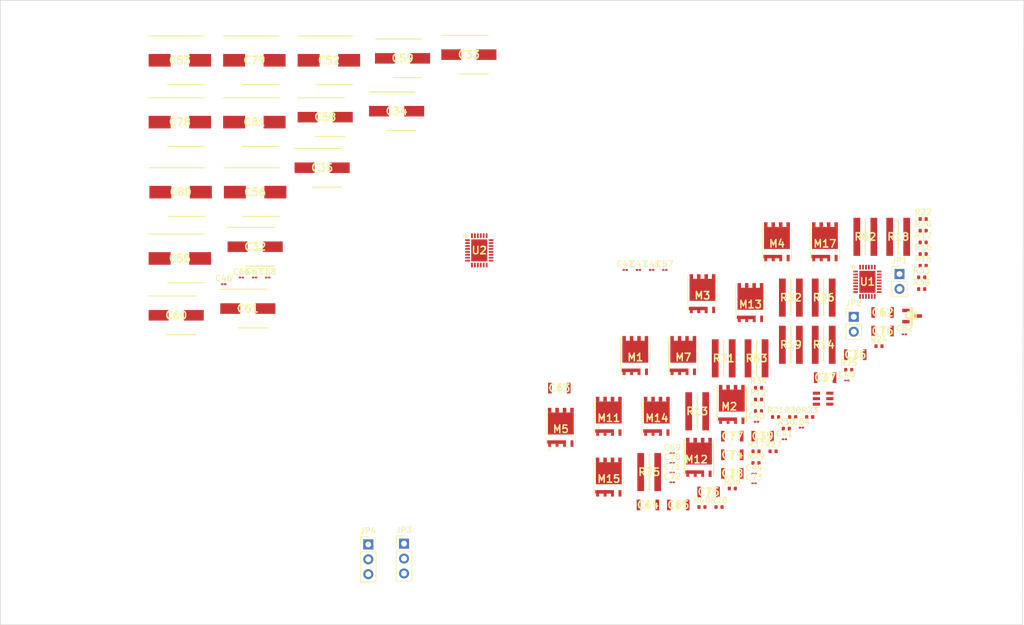
<source format=kicad_pcb>
(kicad_pcb (version 20171130) (host pcbnew "(5.1.9)-1")

  (general
    (thickness 1.6)
    (drawings 4)
    (tracks 0)
    (zones 0)
    (modules 99)
    (nets 61)
  )

  (page A4)
  (layers
    (0 F.Cu signal)
    (1 GND power)
    (2 Vin power)
    (31 B.Cu signal)
    (32 B.Adhes user)
    (33 F.Adhes user)
    (34 B.Paste user)
    (35 F.Paste user)
    (36 B.SilkS user)
    (37 F.SilkS user)
    (38 B.Mask user)
    (39 F.Mask user)
    (40 Dwgs.User user)
    (41 Cmts.User user)
    (42 Eco1.User user)
    (43 Eco2.User user)
    (44 Edge.Cuts user)
    (45 Margin user)
    (46 B.CrtYd user)
    (47 F.CrtYd user)
    (48 B.Fab user)
    (49 F.Fab user)
  )

  (setup
    (last_trace_width 0.25)
    (trace_clearance 0.2)
    (zone_clearance 0.508)
    (zone_45_only no)
    (trace_min 0.2)
    (via_size 0.8)
    (via_drill 0.4)
    (via_min_size 0.4)
    (via_min_drill 0.3)
    (uvia_size 0.3)
    (uvia_drill 0.1)
    (uvias_allowed no)
    (uvia_min_size 0.2)
    (uvia_min_drill 0.1)
    (edge_width 0.05)
    (segment_width 0.2)
    (pcb_text_width 0.3)
    (pcb_text_size 1.5 1.5)
    (mod_edge_width 0.12)
    (mod_text_size 1 1)
    (mod_text_width 0.15)
    (pad_size 1.524 1.524)
    (pad_drill 0.762)
    (pad_to_mask_clearance 0)
    (aux_axis_origin 0 0)
    (visible_elements FFFFFF7F)
    (pcbplotparams
      (layerselection 0x010fc_ffffffff)
      (usegerberextensions false)
      (usegerberattributes true)
      (usegerberadvancedattributes true)
      (creategerberjobfile true)
      (excludeedgelayer true)
      (linewidth 0.100000)
      (plotframeref false)
      (viasonmask false)
      (mode 1)
      (useauxorigin false)
      (hpglpennumber 1)
      (hpglpenspeed 20)
      (hpglpendiameter 15.000000)
      (psnegative false)
      (psa4output false)
      (plotreference true)
      (plotvalue true)
      (plotinvisibletext false)
      (padsonsilk false)
      (subtractmaskfromsilk false)
      (outputformat 1)
      (mirror false)
      (drillshape 1)
      (scaleselection 1)
      (outputdirectory ""))
  )

  (net 0 "")
  (net 1 GND)
  (net 2 /Vin)
  (net 3 "Net-(C41-Pad1)")
  (net 4 "Net-(C42-Pad2)")
  (net 5 /U2LSP)
  (net 6 /U2INTVCC)
  (net 7 "Net-(C44-Pad1)")
  (net 8 "Net-(C45-Pad1)")
  (net 9 "Net-(C46-Pad2)")
  (net 10 /U2SW2)
  (net 11 "Net-(C47-Pad2)")
  (net 12 /U2VOUT)
  (net 13 /U2ISN)
  (net 14 /U2ISP)
  (net 15 /U1VOUT)
  (net 16 "Net-(C67-Pad1)")
  (net 17 /U1LSP)
  (net 18 "Net-(C68-Pad2)")
  (net 19 /U1INTVCC)
  (net 20 "Net-(C71-Pad1)")
  (net 21 "Net-(C72-Pad1)")
  (net 22 /U1SW2)
  (net 23 "Net-(C73-Pad2)")
  (net 24 /U1ISN)
  (net 25 /U1ISP)
  (net 26 "Net-(JP1-Pad2)")
  (net 27 "Net-(JP2-Pad2)")
  (net 28 "Net-(J5-Pad2)")
  (net 29 "Net-(JP3-Pad1)")
  (net 30 /U2FB)
  (net 31 "Net-(J6-Pad2)")
  (net 32 "Net-(J3-Pad2)")
  (net 33 /U1FB)
  (net 34 "Net-(JP4-Pad1)")
  (net 35 "Net-(M1-Pad4)")
  (net 36 /U1BG1)
  (net 37 "Net-(M4-Pad4)")
  (net 38 /U1BG2)
  (net 39 "Net-(M11-Pad4)")
  (net 40 /U2BG1)
  (net 41 "Net-(M14-Pad4)")
  (net 42 /U2BG2)
  (net 43 "Net-(J2-Pad2)")
  (net 44 /U1ENUVLO)
  (net 45 "Net-(R12-Pad1)")
  (net 46 /U2LSN)
  (net 47 "Net-(R15-Pad1)")
  (net 48 "Net-(R16-Pad1)")
  (net 49 "Net-(R17-Pad2)")
  (net 50 /U1ISMON)
  (net 51 "Net-(R29-Pad1)")
  (net 52 "Net-(R30-Pad1)")
  (net 53 /U1LSN)
  (net 54 "Net-(R33-Pad1)")
  (net 55 "Net-(R34-Pad1)")
  (net 56 "Net-(U1-Pad20)")
  (net 57 /U3OUT1)
  (net 58 "Net-(U2-Pad13)")
  (net 59 /U2SYNC)
  (net 60 "Net-(U2-Pad20)")

  (net_class Default "This is the default net class."
    (clearance 0.2)
    (trace_width 0.25)
    (via_dia 0.8)
    (via_drill 0.4)
    (uvia_dia 0.3)
    (uvia_drill 0.1)
    (add_net /U1BG1)
    (add_net /U1BG2)
    (add_net /U1ENUVLO)
    (add_net /U1FB)
    (add_net /U1INTVCC)
    (add_net /U1ISMON)
    (add_net /U1ISN)
    (add_net /U1ISP)
    (add_net /U1LSN)
    (add_net /U1LSP)
    (add_net /U1SW2)
    (add_net /U1VOUT)
    (add_net /U2BG1)
    (add_net /U2BG2)
    (add_net /U2FB)
    (add_net /U2INTVCC)
    (add_net /U2ISN)
    (add_net /U2ISP)
    (add_net /U2LSN)
    (add_net /U2LSP)
    (add_net /U2SW2)
    (add_net /U2SYNC)
    (add_net /U2VOUT)
    (add_net /U3OUT1)
    (add_net /Vin)
    (add_net GND)
    (add_net "Net-(C41-Pad1)")
    (add_net "Net-(C42-Pad2)")
    (add_net "Net-(C44-Pad1)")
    (add_net "Net-(C45-Pad1)")
    (add_net "Net-(C46-Pad2)")
    (add_net "Net-(C47-Pad2)")
    (add_net "Net-(C67-Pad1)")
    (add_net "Net-(C68-Pad2)")
    (add_net "Net-(C71-Pad1)")
    (add_net "Net-(C72-Pad1)")
    (add_net "Net-(C73-Pad2)")
    (add_net "Net-(J2-Pad2)")
    (add_net "Net-(J3-Pad2)")
    (add_net "Net-(J5-Pad2)")
    (add_net "Net-(J6-Pad2)")
    (add_net "Net-(JP1-Pad2)")
    (add_net "Net-(JP2-Pad2)")
    (add_net "Net-(JP3-Pad1)")
    (add_net "Net-(JP4-Pad1)")
    (add_net "Net-(M1-Pad4)")
    (add_net "Net-(M11-Pad4)")
    (add_net "Net-(M14-Pad4)")
    (add_net "Net-(M4-Pad4)")
    (add_net "Net-(R12-Pad1)")
    (add_net "Net-(R15-Pad1)")
    (add_net "Net-(R16-Pad1)")
    (add_net "Net-(R17-Pad2)")
    (add_net "Net-(R29-Pad1)")
    (add_net "Net-(R30-Pad1)")
    (add_net "Net-(R33-Pad1)")
    (add_net "Net-(R34-Pad1)")
    (add_net "Net-(U1-Pad20)")
    (add_net "Net-(U2-Pad13)")
    (add_net "Net-(U2-Pad20)")
  )

  (module SamacSys_Parts:CAPAE660X610N (layer F.Cu) (tedit 5FF55229) (tstamp 5FF6FC53)
    (at 133.114001 72.786001)
    (descr EEEFK1E330P)
    (tags "Capacitor Polarised")
    (path /5FDD6E19)
    (attr smd)
    (fp_text reference C32 (at 0 0) (layer F.SilkS)
      (effects (font (size 1.27 1.27) (thickness 0.254)))
    )
    (fp_text value EEE-FK1E330P (at 0 0) (layer F.SilkS) hide
      (effects (font (size 1.27 1.27) (thickness 0.254)))
    )
    (fp_line (start -1.65 3.3) (end 3.3 3.3) (layer F.SilkS) (width 0.2))
    (fp_line (start -4.7 -3.3) (end 3.3 -3.3) (layer F.SilkS) (width 0.2))
    (fp_line (start 3.3 3.3) (end 3.3 -3.3) (layer Dwgs.User) (width 0.1))
    (fp_line (start -1.65 3.3) (end 3.3 3.3) (layer Dwgs.User) (width 0.1))
    (fp_line (start -3.3 1.65) (end -1.65 3.3) (layer Dwgs.User) (width 0.1))
    (fp_line (start -3.3 -1.65) (end -3.3 1.65) (layer Dwgs.User) (width 0.1))
    (fp_line (start -1.65 -3.3) (end -3.3 -1.65) (layer Dwgs.User) (width 0.1))
    (fp_line (start 3.3 -3.3) (end -1.65 -3.3) (layer Dwgs.User) (width 0.1))
    (fp_line (start -5.2 3.9) (end -5.2 -3.9) (layer Dwgs.User) (width 0.05))
    (fp_line (start 5.2 3.9) (end -5.2 3.9) (layer Dwgs.User) (width 0.05))
    (fp_line (start 5.2 -3.9) (end 5.2 3.9) (layer Dwgs.User) (width 0.05))
    (fp_line (start -5.2 -3.9) (end 5.2 -3.9) (layer Dwgs.User) (width 0.05))
    (pad 2 smd rect (at 3 0 90) (size 1.8 3.4) (layers F.Cu F.Paste F.Mask)
      (net 1 GND))
    (pad 1 smd rect (at -3 0 90) (size 1.8 3.4) (layers F.Cu F.Paste F.Mask)
      (net 2 /Vin))
  )

  (module SamacSys_Parts:CAPAE660X610N (layer F.Cu) (tedit 5FF55229) (tstamp 5FF6FC65)
    (at 169.545 40.005)
    (descr EEEFK1E330P)
    (tags "Capacitor Polarised")
    (path /5FDD6E2B)
    (attr smd)
    (fp_text reference C33 (at 0 0) (layer F.SilkS)
      (effects (font (size 1.27 1.27) (thickness 0.254)))
    )
    (fp_text value EEE-FK1E330P (at 0 0) (layer F.SilkS) hide
      (effects (font (size 1.27 1.27) (thickness 0.254)))
    )
    (fp_line (start -5.2 -3.9) (end 5.2 -3.9) (layer Dwgs.User) (width 0.05))
    (fp_line (start 5.2 -3.9) (end 5.2 3.9) (layer Dwgs.User) (width 0.05))
    (fp_line (start 5.2 3.9) (end -5.2 3.9) (layer Dwgs.User) (width 0.05))
    (fp_line (start -5.2 3.9) (end -5.2 -3.9) (layer Dwgs.User) (width 0.05))
    (fp_line (start 3.3 -3.3) (end -1.65 -3.3) (layer Dwgs.User) (width 0.1))
    (fp_line (start -1.65 -3.3) (end -3.3 -1.65) (layer Dwgs.User) (width 0.1))
    (fp_line (start -3.3 -1.65) (end -3.3 1.65) (layer Dwgs.User) (width 0.1))
    (fp_line (start -3.3 1.65) (end -1.65 3.3) (layer Dwgs.User) (width 0.1))
    (fp_line (start -1.65 3.3) (end 3.3 3.3) (layer Dwgs.User) (width 0.1))
    (fp_line (start 3.3 3.3) (end 3.3 -3.3) (layer Dwgs.User) (width 0.1))
    (fp_line (start -4.7 -3.3) (end 3.3 -3.3) (layer F.SilkS) (width 0.2))
    (fp_line (start -1.65 3.3) (end 3.3 3.3) (layer F.SilkS) (width 0.2))
    (pad 1 smd rect (at -3 0 90) (size 1.8 3.4) (layers F.Cu F.Paste F.Mask)
      (net 2 /Vin))
    (pad 2 smd rect (at 3 0 90) (size 1.8 3.4) (layers F.Cu F.Paste F.Mask)
      (net 1 GND))
  )

  (module SamacSys_Parts:CAPAE660X610N (layer F.Cu) (tedit 5FF55229) (tstamp 5FF6FC77)
    (at 157.226 49.657)
    (descr EEEFK1E330P)
    (tags "Capacitor Polarised")
    (path /5FDD6E3D)
    (attr smd)
    (fp_text reference C34 (at 0 0) (layer F.SilkS)
      (effects (font (size 1.27 1.27) (thickness 0.254)))
    )
    (fp_text value EEE-FK1E330P (at 0 0) (layer F.SilkS) hide
      (effects (font (size 1.27 1.27) (thickness 0.254)))
    )
    (fp_line (start -1.65 3.3) (end 3.3 3.3) (layer F.SilkS) (width 0.2))
    (fp_line (start -4.7 -3.3) (end 3.3 -3.3) (layer F.SilkS) (width 0.2))
    (fp_line (start 3.3 3.3) (end 3.3 -3.3) (layer Dwgs.User) (width 0.1))
    (fp_line (start -1.65 3.3) (end 3.3 3.3) (layer Dwgs.User) (width 0.1))
    (fp_line (start -3.3 1.65) (end -1.65 3.3) (layer Dwgs.User) (width 0.1))
    (fp_line (start -3.3 -1.65) (end -3.3 1.65) (layer Dwgs.User) (width 0.1))
    (fp_line (start -1.65 -3.3) (end -3.3 -1.65) (layer Dwgs.User) (width 0.1))
    (fp_line (start 3.3 -3.3) (end -1.65 -3.3) (layer Dwgs.User) (width 0.1))
    (fp_line (start -5.2 3.9) (end -5.2 -3.9) (layer Dwgs.User) (width 0.05))
    (fp_line (start 5.2 3.9) (end -5.2 3.9) (layer Dwgs.User) (width 0.05))
    (fp_line (start 5.2 -3.9) (end 5.2 3.9) (layer Dwgs.User) (width 0.05))
    (fp_line (start -5.2 -3.9) (end 5.2 -3.9) (layer Dwgs.User) (width 0.05))
    (pad 2 smd rect (at 3 0 90) (size 1.8 3.4) (layers F.Cu F.Paste F.Mask)
      (net 1 GND))
    (pad 1 smd rect (at -3 0 90) (size 1.8 3.4) (layers F.Cu F.Paste F.Mask)
      (net 2 /Vin))
  )

  (module SamacSys_Parts:CAPAE660X610N (layer F.Cu) (tedit 5FF55229) (tstamp 5FF6FC89)
    (at 144.526 59.309)
    (descr EEEFK1E330P)
    (tags "Capacitor Polarised")
    (path /5FDD6E4F)
    (attr smd)
    (fp_text reference C35 (at 0 0) (layer F.SilkS)
      (effects (font (size 1.27 1.27) (thickness 0.254)))
    )
    (fp_text value EEE-FK1E330P (at 0 0) (layer F.SilkS) hide
      (effects (font (size 1.27 1.27) (thickness 0.254)))
    )
    (fp_line (start -5.2 -3.9) (end 5.2 -3.9) (layer Dwgs.User) (width 0.05))
    (fp_line (start 5.2 -3.9) (end 5.2 3.9) (layer Dwgs.User) (width 0.05))
    (fp_line (start 5.2 3.9) (end -5.2 3.9) (layer Dwgs.User) (width 0.05))
    (fp_line (start -5.2 3.9) (end -5.2 -3.9) (layer Dwgs.User) (width 0.05))
    (fp_line (start 3.3 -3.3) (end -1.65 -3.3) (layer Dwgs.User) (width 0.1))
    (fp_line (start -1.65 -3.3) (end -3.3 -1.65) (layer Dwgs.User) (width 0.1))
    (fp_line (start -3.3 -1.65) (end -3.3 1.65) (layer Dwgs.User) (width 0.1))
    (fp_line (start -3.3 1.65) (end -1.65 3.3) (layer Dwgs.User) (width 0.1))
    (fp_line (start -1.65 3.3) (end 3.3 3.3) (layer Dwgs.User) (width 0.1))
    (fp_line (start 3.3 3.3) (end 3.3 -3.3) (layer Dwgs.User) (width 0.1))
    (fp_line (start -4.7 -3.3) (end 3.3 -3.3) (layer F.SilkS) (width 0.2))
    (fp_line (start -1.65 3.3) (end 3.3 3.3) (layer F.SilkS) (width 0.2))
    (pad 1 smd rect (at -3 0 90) (size 1.8 3.4) (layers F.Cu F.Paste F.Mask)
      (net 2 /Vin))
    (pad 2 smd rect (at 3 0 90) (size 1.8 3.4) (layers F.Cu F.Paste F.Mask)
      (net 1 GND))
  )

  (module SamacSys_Parts:CAPC3216X180N (layer F.Cu) (tedit 5FDD4A17) (tstamp 5FF6FC98)
    (at 235.425001 91.199001)
    (descr "C3216 (160 thickness)")
    (tags Capacitor)
    (path /5FDD6DBB)
    (attr smd)
    (fp_text reference C36 (at 0 0) (layer F.SilkS)
      (effects (font (size 1.27 1.27) (thickness 0.254)))
    )
    (fp_text value C3216X7R1H106K160AE (at 0 0) (layer F.SilkS) hide
      (effects (font (size 1.27 1.27) (thickness 0.254)))
    )
    (fp_line (start -2.06 -1.06) (end 2.06 -1.06) (layer Dwgs.User) (width 0.05))
    (fp_line (start 2.06 -1.06) (end 2.06 1.06) (layer Dwgs.User) (width 0.05))
    (fp_line (start 2.06 1.06) (end -2.06 1.06) (layer Dwgs.User) (width 0.05))
    (fp_line (start -2.06 1.06) (end -2.06 -1.06) (layer Dwgs.User) (width 0.05))
    (fp_line (start -1.6 -0.8) (end 1.6 -0.8) (layer Dwgs.User) (width 0.1))
    (fp_line (start 1.6 -0.8) (end 1.6 0.8) (layer Dwgs.User) (width 0.1))
    (fp_line (start 1.6 0.8) (end -1.6 0.8) (layer Dwgs.User) (width 0.1))
    (fp_line (start -1.6 0.8) (end -1.6 -0.8) (layer Dwgs.User) (width 0.1))
    (fp_line (start 0 -0.7) (end 0 0.7) (layer F.SilkS) (width 0.2))
    (pad 1 smd rect (at -1.6 0) (size 0.62 1.82) (layers F.Cu F.Paste F.Mask)
      (net 2 /Vin))
    (pad 2 smd rect (at 1.6 0) (size 0.62 1.82) (layers F.Cu F.Paste F.Mask)
      (net 1 GND))
  )

  (module SamacSys_Parts:CAPC3216X180N (layer F.Cu) (tedit 5FDD4A17) (tstamp 5FF6FCA7)
    (at 230.275001 95.119001)
    (descr "C3216 (160 thickness)")
    (tags Capacitor)
    (path /5FDD6DCD)
    (attr smd)
    (fp_text reference C37 (at 0 0) (layer F.SilkS)
      (effects (font (size 1.27 1.27) (thickness 0.254)))
    )
    (fp_text value C3216X7R1H106K160AE (at 0 0) (layer F.SilkS) hide
      (effects (font (size 1.27 1.27) (thickness 0.254)))
    )
    (fp_line (start 0 -0.7) (end 0 0.7) (layer F.SilkS) (width 0.2))
    (fp_line (start -1.6 0.8) (end -1.6 -0.8) (layer Dwgs.User) (width 0.1))
    (fp_line (start 1.6 0.8) (end -1.6 0.8) (layer Dwgs.User) (width 0.1))
    (fp_line (start 1.6 -0.8) (end 1.6 0.8) (layer Dwgs.User) (width 0.1))
    (fp_line (start -1.6 -0.8) (end 1.6 -0.8) (layer Dwgs.User) (width 0.1))
    (fp_line (start -2.06 1.06) (end -2.06 -1.06) (layer Dwgs.User) (width 0.05))
    (fp_line (start 2.06 1.06) (end -2.06 1.06) (layer Dwgs.User) (width 0.05))
    (fp_line (start 2.06 -1.06) (end 2.06 1.06) (layer Dwgs.User) (width 0.05))
    (fp_line (start -2.06 -1.06) (end 2.06 -1.06) (layer Dwgs.User) (width 0.05))
    (pad 2 smd rect (at 1.6 0) (size 0.62 1.82) (layers F.Cu F.Paste F.Mask)
      (net 1 GND))
    (pad 1 smd rect (at -1.6 0) (size 0.62 1.82) (layers F.Cu F.Paste F.Mask)
      (net 2 /Vin))
  )

  (module SamacSys_Parts:CAPC3216X180N (layer F.Cu) (tedit 5FDD4A17) (tstamp 5FF6FCB6)
    (at 214.455001 111.449001)
    (descr "C3216 (160 thickness)")
    (tags Capacitor)
    (path /5FDD6DDF)
    (attr smd)
    (fp_text reference C38 (at 0 0) (layer F.SilkS)
      (effects (font (size 1.27 1.27) (thickness 0.254)))
    )
    (fp_text value C3216X7R1H106K160AE (at 0 0) (layer F.SilkS) hide
      (effects (font (size 1.27 1.27) (thickness 0.254)))
    )
    (fp_line (start -2.06 -1.06) (end 2.06 -1.06) (layer Dwgs.User) (width 0.05))
    (fp_line (start 2.06 -1.06) (end 2.06 1.06) (layer Dwgs.User) (width 0.05))
    (fp_line (start 2.06 1.06) (end -2.06 1.06) (layer Dwgs.User) (width 0.05))
    (fp_line (start -2.06 1.06) (end -2.06 -1.06) (layer Dwgs.User) (width 0.05))
    (fp_line (start -1.6 -0.8) (end 1.6 -0.8) (layer Dwgs.User) (width 0.1))
    (fp_line (start 1.6 -0.8) (end 1.6 0.8) (layer Dwgs.User) (width 0.1))
    (fp_line (start 1.6 0.8) (end -1.6 0.8) (layer Dwgs.User) (width 0.1))
    (fp_line (start -1.6 0.8) (end -1.6 -0.8) (layer Dwgs.User) (width 0.1))
    (fp_line (start 0 -0.7) (end 0 0.7) (layer F.SilkS) (width 0.2))
    (pad 1 smd rect (at -1.6 0) (size 0.62 1.82) (layers F.Cu F.Paste F.Mask)
      (net 2 /Vin))
    (pad 2 smd rect (at 1.6 0) (size 0.62 1.82) (layers F.Cu F.Paste F.Mask)
      (net 1 GND))
  )

  (module SamacSys_Parts:CAPC3216X180N (layer F.Cu) (tedit 5FDD4A17) (tstamp 5FF6FCC5)
    (at 219.625001 105.109001)
    (descr "C3216 (160 thickness)")
    (tags Capacitor)
    (path /5FDD6DF1)
    (attr smd)
    (fp_text reference C39 (at 0 0) (layer F.SilkS)
      (effects (font (size 1.27 1.27) (thickness 0.254)))
    )
    (fp_text value C3216X7R1H106K160AE (at 0 0) (layer F.SilkS) hide
      (effects (font (size 1.27 1.27) (thickness 0.254)))
    )
    (fp_line (start 0 -0.7) (end 0 0.7) (layer F.SilkS) (width 0.2))
    (fp_line (start -1.6 0.8) (end -1.6 -0.8) (layer Dwgs.User) (width 0.1))
    (fp_line (start 1.6 0.8) (end -1.6 0.8) (layer Dwgs.User) (width 0.1))
    (fp_line (start 1.6 -0.8) (end 1.6 0.8) (layer Dwgs.User) (width 0.1))
    (fp_line (start -1.6 -0.8) (end 1.6 -0.8) (layer Dwgs.User) (width 0.1))
    (fp_line (start -2.06 1.06) (end -2.06 -1.06) (layer Dwgs.User) (width 0.05))
    (fp_line (start 2.06 1.06) (end -2.06 1.06) (layer Dwgs.User) (width 0.05))
    (fp_line (start 2.06 -1.06) (end 2.06 1.06) (layer Dwgs.User) (width 0.05))
    (fp_line (start -2.06 -1.06) (end 2.06 -1.06) (layer Dwgs.User) (width 0.05))
    (pad 2 smd rect (at 1.6 0) (size 0.62 1.82) (layers F.Cu F.Paste F.Mask)
      (net 1 GND))
    (pad 1 smd rect (at -1.6 0) (size 0.62 1.82) (layers F.Cu F.Paste F.Mask)
      (net 2 /Vin))
  )

  (module Capacitor_SMD:C_01005_0402Metric (layer F.Cu) (tedit 5F68FEEE) (tstamp 5FF6FCD6)
    (at 233.985001 95.599001)
    (descr "Capacitor SMD 01005 (0402 Metric), square (rectangular) end terminal, IPC_7351 nominal, (Body size source: http://www.vishay.com/docs/20056/crcw01005e3.pdf), generated with kicad-footprint-generator")
    (tags capacitor)
    (path /5FEE8A64)
    (attr smd)
    (fp_text reference C40 (at 0 -1) (layer F.SilkS)
      (effects (font (size 1 1) (thickness 0.15)))
    )
    (fp_text value 1uF (at 0 1) (layer F.Fab)
      (effects (font (size 1 1) (thickness 0.15)))
    )
    (fp_text user %R (at 0 -0.62) (layer F.Fab)
      (effects (font (size 0.25 0.25) (thickness 0.04)))
    )
    (fp_line (start -0.2 0.1) (end -0.2 -0.1) (layer F.Fab) (width 0.1))
    (fp_line (start -0.2 -0.1) (end 0.2 -0.1) (layer F.Fab) (width 0.1))
    (fp_line (start 0.2 -0.1) (end 0.2 0.1) (layer F.Fab) (width 0.1))
    (fp_line (start 0.2 0.1) (end -0.2 0.1) (layer F.Fab) (width 0.1))
    (fp_line (start -0.6 0.3) (end -0.6 -0.3) (layer F.CrtYd) (width 0.05))
    (fp_line (start -0.6 -0.3) (end 0.6 -0.3) (layer F.CrtYd) (width 0.05))
    (fp_line (start 0.6 -0.3) (end 0.6 0.3) (layer F.CrtYd) (width 0.05))
    (fp_line (start 0.6 0.3) (end -0.6 0.3) (layer F.CrtYd) (width 0.05))
    (pad 2 smd roundrect (at 0.25 0) (size 0.4 0.3) (layers F.Cu F.Mask) (roundrect_rratio 0.25)
      (net 1 GND))
    (pad 1 smd roundrect (at -0.25 0) (size 0.4 0.3) (layers F.Cu F.Mask) (roundrect_rratio 0.25)
      (net 2 /Vin))
    (pad "" smd roundrect (at 0.275 0) (size 0.27 0.27) (layers F.Paste) (roundrect_rratio 0.25))
    (pad "" smd roundrect (at -0.275 0) (size 0.27 0.27) (layers F.Paste) (roundrect_rratio 0.25))
    (model ${KISYS3DMOD}/Capacitor_SMD.3dshapes/C_01005_0402Metric.wrl
      (at (xyz 0 0 0))
      (scale (xyz 1 1 1))
      (rotate (xyz 0 0 0))
    )
  )

  (module Capacitor_SMD:C_01005_0402Metric (layer F.Cu) (tedit 5F68FEEE) (tstamp 5FF6FCE7)
    (at 223.335001 105.639001)
    (descr "Capacitor SMD 01005 (0402 Metric), square (rectangular) end terminal, IPC_7351 nominal, (Body size source: http://www.vishay.com/docs/20056/crcw01005e3.pdf), generated with kicad-footprint-generator")
    (tags capacitor)
    (path /5FF03409)
    (attr smd)
    (fp_text reference C41 (at 0 -1) (layer F.SilkS)
      (effects (font (size 1 1) (thickness 0.15)))
    )
    (fp_text value 0.47uF (at 0 1) (layer F.Fab)
      (effects (font (size 1 1) (thickness 0.15)))
    )
    (fp_line (start 0.6 0.3) (end -0.6 0.3) (layer F.CrtYd) (width 0.05))
    (fp_line (start 0.6 -0.3) (end 0.6 0.3) (layer F.CrtYd) (width 0.05))
    (fp_line (start -0.6 -0.3) (end 0.6 -0.3) (layer F.CrtYd) (width 0.05))
    (fp_line (start -0.6 0.3) (end -0.6 -0.3) (layer F.CrtYd) (width 0.05))
    (fp_line (start 0.2 0.1) (end -0.2 0.1) (layer F.Fab) (width 0.1))
    (fp_line (start 0.2 -0.1) (end 0.2 0.1) (layer F.Fab) (width 0.1))
    (fp_line (start -0.2 -0.1) (end 0.2 -0.1) (layer F.Fab) (width 0.1))
    (fp_line (start -0.2 0.1) (end -0.2 -0.1) (layer F.Fab) (width 0.1))
    (fp_text user %R (at 0 -0.62) (layer F.Fab)
      (effects (font (size 0.25 0.25) (thickness 0.04)))
    )
    (pad "" smd roundrect (at -0.275 0) (size 0.27 0.27) (layers F.Paste) (roundrect_rratio 0.25))
    (pad "" smd roundrect (at 0.275 0) (size 0.27 0.27) (layers F.Paste) (roundrect_rratio 0.25))
    (pad 1 smd roundrect (at -0.25 0) (size 0.4 0.3) (layers F.Cu F.Mask) (roundrect_rratio 0.25)
      (net 3 "Net-(C41-Pad1)"))
    (pad 2 smd roundrect (at 0.25 0) (size 0.4 0.3) (layers F.Cu F.Mask) (roundrect_rratio 0.25)
      (net 1 GND))
    (model ${KISYS3DMOD}/Capacitor_SMD.3dshapes/C_01005_0402Metric.wrl
      (at (xyz 0 0 0))
      (scale (xyz 1 1 1))
      (rotate (xyz 0 0 0))
    )
  )

  (module Capacitor_SMD:C_01005_0402Metric (layer F.Cu) (tedit 5F68FEEE) (tstamp 5FF6FCF8)
    (at 196.205001 76.739001)
    (descr "Capacitor SMD 01005 (0402 Metric), square (rectangular) end terminal, IPC_7351 nominal, (Body size source: http://www.vishay.com/docs/20056/crcw01005e3.pdf), generated with kicad-footprint-generator")
    (tags capacitor)
    (path /5FE55835)
    (attr smd)
    (fp_text reference C42 (at 0 -1) (layer F.SilkS)
      (effects (font (size 1 1) (thickness 0.15)))
    )
    (fp_text value 0.1uF (at 0 1) (layer F.Fab)
      (effects (font (size 1 1) (thickness 0.15)))
    )
    (fp_text user %R (at 0 -0.62) (layer F.Fab)
      (effects (font (size 0.25 0.25) (thickness 0.04)))
    )
    (fp_line (start -0.2 0.1) (end -0.2 -0.1) (layer F.Fab) (width 0.1))
    (fp_line (start -0.2 -0.1) (end 0.2 -0.1) (layer F.Fab) (width 0.1))
    (fp_line (start 0.2 -0.1) (end 0.2 0.1) (layer F.Fab) (width 0.1))
    (fp_line (start 0.2 0.1) (end -0.2 0.1) (layer F.Fab) (width 0.1))
    (fp_line (start -0.6 0.3) (end -0.6 -0.3) (layer F.CrtYd) (width 0.05))
    (fp_line (start -0.6 -0.3) (end 0.6 -0.3) (layer F.CrtYd) (width 0.05))
    (fp_line (start 0.6 -0.3) (end 0.6 0.3) (layer F.CrtYd) (width 0.05))
    (fp_line (start 0.6 0.3) (end -0.6 0.3) (layer F.CrtYd) (width 0.05))
    (pad 2 smd roundrect (at 0.25 0) (size 0.4 0.3) (layers F.Cu F.Mask) (roundrect_rratio 0.25)
      (net 4 "Net-(C42-Pad2)"))
    (pad 1 smd roundrect (at -0.25 0) (size 0.4 0.3) (layers F.Cu F.Mask) (roundrect_rratio 0.25)
      (net 5 /U2LSP))
    (pad "" smd roundrect (at 0.275 0) (size 0.27 0.27) (layers F.Paste) (roundrect_rratio 0.25))
    (pad "" smd roundrect (at -0.275 0) (size 0.27 0.27) (layers F.Paste) (roundrect_rratio 0.25))
    (model ${KISYS3DMOD}/Capacitor_SMD.3dshapes/C_01005_0402Metric.wrl
      (at (xyz 0 0 0))
      (scale (xyz 1 1 1))
      (rotate (xyz 0 0 0))
    )
  )

  (module Capacitor_SMD:C_01005_0402Metric (layer F.Cu) (tedit 5F68FEEE) (tstamp 5FF6FD09)
    (at 218.595001 102.649001)
    (descr "Capacitor SMD 01005 (0402 Metric), square (rectangular) end terminal, IPC_7351 nominal, (Body size source: http://www.vishay.com/docs/20056/crcw01005e3.pdf), generated with kicad-footprint-generator")
    (tags capacitor)
    (path /5FFC562E)
    (attr smd)
    (fp_text reference C43 (at 0 -1) (layer F.SilkS)
      (effects (font (size 1 1) (thickness 0.15)))
    )
    (fp_text value 4.7uF (at 0 1) (layer F.Fab)
      (effects (font (size 1 1) (thickness 0.15)))
    )
    (fp_text user %R (at 0 -0.62) (layer F.Fab)
      (effects (font (size 0.25 0.25) (thickness 0.04)))
    )
    (fp_line (start -0.2 0.1) (end -0.2 -0.1) (layer F.Fab) (width 0.1))
    (fp_line (start -0.2 -0.1) (end 0.2 -0.1) (layer F.Fab) (width 0.1))
    (fp_line (start 0.2 -0.1) (end 0.2 0.1) (layer F.Fab) (width 0.1))
    (fp_line (start 0.2 0.1) (end -0.2 0.1) (layer F.Fab) (width 0.1))
    (fp_line (start -0.6 0.3) (end -0.6 -0.3) (layer F.CrtYd) (width 0.05))
    (fp_line (start -0.6 -0.3) (end 0.6 -0.3) (layer F.CrtYd) (width 0.05))
    (fp_line (start 0.6 -0.3) (end 0.6 0.3) (layer F.CrtYd) (width 0.05))
    (fp_line (start 0.6 0.3) (end -0.6 0.3) (layer F.CrtYd) (width 0.05))
    (pad 2 smd roundrect (at 0.25 0) (size 0.4 0.3) (layers F.Cu F.Mask) (roundrect_rratio 0.25)
      (net 1 GND))
    (pad 1 smd roundrect (at -0.25 0) (size 0.4 0.3) (layers F.Cu F.Mask) (roundrect_rratio 0.25)
      (net 6 /U2INTVCC))
    (pad "" smd roundrect (at 0.275 0) (size 0.27 0.27) (layers F.Paste) (roundrect_rratio 0.25))
    (pad "" smd roundrect (at -0.275 0) (size 0.27 0.27) (layers F.Paste) (roundrect_rratio 0.25))
    (model ${KISYS3DMOD}/Capacitor_SMD.3dshapes/C_01005_0402Metric.wrl
      (at (xyz 0 0 0))
      (scale (xyz 1 1 1))
      (rotate (xyz 0 0 0))
    )
  )

  (module Capacitor_SMD:C_01005_0402Metric (layer F.Cu) (tedit 5F68FEEE) (tstamp 5FF6FD1A)
    (at 218.165001 111.499001)
    (descr "Capacitor SMD 01005 (0402 Metric), square (rectangular) end terminal, IPC_7351 nominal, (Body size source: http://www.vishay.com/docs/20056/crcw01005e3.pdf), generated with kicad-footprint-generator")
    (tags capacitor)
    (path /5FF2F4B3)
    (attr smd)
    (fp_text reference C44 (at 0 -1) (layer F.SilkS)
      (effects (font (size 1 1) (thickness 0.15)))
    )
    (fp_text value 0.1uF (at 0 1) (layer F.Fab)
      (effects (font (size 1 1) (thickness 0.15)))
    )
    (fp_line (start 0.6 0.3) (end -0.6 0.3) (layer F.CrtYd) (width 0.05))
    (fp_line (start 0.6 -0.3) (end 0.6 0.3) (layer F.CrtYd) (width 0.05))
    (fp_line (start -0.6 -0.3) (end 0.6 -0.3) (layer F.CrtYd) (width 0.05))
    (fp_line (start -0.6 0.3) (end -0.6 -0.3) (layer F.CrtYd) (width 0.05))
    (fp_line (start 0.2 0.1) (end -0.2 0.1) (layer F.Fab) (width 0.1))
    (fp_line (start 0.2 -0.1) (end 0.2 0.1) (layer F.Fab) (width 0.1))
    (fp_line (start -0.2 -0.1) (end 0.2 -0.1) (layer F.Fab) (width 0.1))
    (fp_line (start -0.2 0.1) (end -0.2 -0.1) (layer F.Fab) (width 0.1))
    (fp_text user %R (at 0 -0.62) (layer F.Fab)
      (effects (font (size 0.25 0.25) (thickness 0.04)))
    )
    (pad "" smd roundrect (at -0.275 0) (size 0.27 0.27) (layers F.Paste) (roundrect_rratio 0.25))
    (pad "" smd roundrect (at 0.275 0) (size 0.27 0.27) (layers F.Paste) (roundrect_rratio 0.25))
    (pad 1 smd roundrect (at -0.25 0) (size 0.4 0.3) (layers F.Cu F.Mask) (roundrect_rratio 0.25)
      (net 7 "Net-(C44-Pad1)"))
    (pad 2 smd roundrect (at 0.25 0) (size 0.4 0.3) (layers F.Cu F.Mask) (roundrect_rratio 0.25)
      (net 1 GND))
    (model ${KISYS3DMOD}/Capacitor_SMD.3dshapes/C_01005_0402Metric.wrl
      (at (xyz 0 0 0))
      (scale (xyz 1 1 1))
      (rotate (xyz 0 0 0))
    )
  )

  (module Capacitor_SMD:C_01005_0402Metric (layer F.Cu) (tedit 5F68FEEE) (tstamp 5FF6FD2B)
    (at 200.705001 76.739001)
    (descr "Capacitor SMD 01005 (0402 Metric), square (rectangular) end terminal, IPC_7351 nominal, (Body size source: http://www.vishay.com/docs/20056/crcw01005e3.pdf), generated with kicad-footprint-generator")
    (tags capacitor)
    (path /5FF3939E)
    (attr smd)
    (fp_text reference C45 (at 0 -1) (layer F.SilkS)
      (effects (font (size 1 1) (thickness 0.15)))
    )
    (fp_text value 3.3nF (at 0 1) (layer F.Fab)
      (effects (font (size 1 1) (thickness 0.15)))
    )
    (fp_line (start 0.6 0.3) (end -0.6 0.3) (layer F.CrtYd) (width 0.05))
    (fp_line (start 0.6 -0.3) (end 0.6 0.3) (layer F.CrtYd) (width 0.05))
    (fp_line (start -0.6 -0.3) (end 0.6 -0.3) (layer F.CrtYd) (width 0.05))
    (fp_line (start -0.6 0.3) (end -0.6 -0.3) (layer F.CrtYd) (width 0.05))
    (fp_line (start 0.2 0.1) (end -0.2 0.1) (layer F.Fab) (width 0.1))
    (fp_line (start 0.2 -0.1) (end 0.2 0.1) (layer F.Fab) (width 0.1))
    (fp_line (start -0.2 -0.1) (end 0.2 -0.1) (layer F.Fab) (width 0.1))
    (fp_line (start -0.2 0.1) (end -0.2 -0.1) (layer F.Fab) (width 0.1))
    (fp_text user %R (at 0 -0.62) (layer F.Fab)
      (effects (font (size 0.25 0.25) (thickness 0.04)))
    )
    (pad "" smd roundrect (at -0.275 0) (size 0.27 0.27) (layers F.Paste) (roundrect_rratio 0.25))
    (pad "" smd roundrect (at 0.275 0) (size 0.27 0.27) (layers F.Paste) (roundrect_rratio 0.25))
    (pad 1 smd roundrect (at -0.25 0) (size 0.4 0.3) (layers F.Cu F.Mask) (roundrect_rratio 0.25)
      (net 8 "Net-(C45-Pad1)"))
    (pad 2 smd roundrect (at 0.25 0) (size 0.4 0.3) (layers F.Cu F.Mask) (roundrect_rratio 0.25)
      (net 1 GND))
    (model ${KISYS3DMOD}/Capacitor_SMD.3dshapes/C_01005_0402Metric.wrl
      (at (xyz 0 0 0))
      (scale (xyz 1 1 1))
      (rotate (xyz 0 0 0))
    )
  )

  (module Capacitor_SMD:C_01005_0402Metric (layer F.Cu) (tedit 5F68FEEE) (tstamp 5FF6FD3C)
    (at 127.752001 79.179001)
    (descr "Capacitor SMD 01005 (0402 Metric), square (rectangular) end terminal, IPC_7351 nominal, (Body size source: http://www.vishay.com/docs/20056/crcw01005e3.pdf), generated with kicad-footprint-generator")
    (tags capacitor)
    (path /5FEDBF63)
    (attr smd)
    (fp_text reference C46 (at 0 -1) (layer F.SilkS)
      (effects (font (size 1 1) (thickness 0.15)))
    )
    (fp_text value 0.1uF (at 0 1) (layer F.Fab)
      (effects (font (size 1 1) (thickness 0.15)))
    )
    (fp_text user %R (at 0 -0.62) (layer F.Fab)
      (effects (font (size 0.25 0.25) (thickness 0.04)))
    )
    (fp_line (start -0.2 0.1) (end -0.2 -0.1) (layer F.Fab) (width 0.1))
    (fp_line (start -0.2 -0.1) (end 0.2 -0.1) (layer F.Fab) (width 0.1))
    (fp_line (start 0.2 -0.1) (end 0.2 0.1) (layer F.Fab) (width 0.1))
    (fp_line (start 0.2 0.1) (end -0.2 0.1) (layer F.Fab) (width 0.1))
    (fp_line (start -0.6 0.3) (end -0.6 -0.3) (layer F.CrtYd) (width 0.05))
    (fp_line (start -0.6 -0.3) (end 0.6 -0.3) (layer F.CrtYd) (width 0.05))
    (fp_line (start 0.6 -0.3) (end 0.6 0.3) (layer F.CrtYd) (width 0.05))
    (fp_line (start 0.6 0.3) (end -0.6 0.3) (layer F.CrtYd) (width 0.05))
    (pad 2 smd roundrect (at 0.25 0) (size 0.4 0.3) (layers F.Cu F.Mask) (roundrect_rratio 0.25)
      (net 9 "Net-(C46-Pad2)"))
    (pad 1 smd roundrect (at -0.25 0) (size 0.4 0.3) (layers F.Cu F.Mask) (roundrect_rratio 0.25)
      (net 10 /U2SW2))
    (pad "" smd roundrect (at 0.275 0) (size 0.27 0.27) (layers F.Paste) (roundrect_rratio 0.25))
    (pad "" smd roundrect (at -0.275 0) (size 0.27 0.27) (layers F.Paste) (roundrect_rratio 0.25))
    (model ${KISYS3DMOD}/Capacitor_SMD.3dshapes/C_01005_0402Metric.wrl
      (at (xyz 0 0 0))
      (scale (xyz 1 1 1))
      (rotate (xyz 0 0 0))
    )
  )

  (module Capacitor_SMD:C_01005_0402Metric (layer F.Cu) (tedit 5F68FEEE) (tstamp 5FF6FD4D)
    (at 198.455001 76.739001)
    (descr "Capacitor SMD 01005 (0402 Metric), square (rectangular) end terminal, IPC_7351 nominal, (Body size source: http://www.vishay.com/docs/20056/crcw01005e3.pdf), generated with kicad-footprint-generator")
    (tags capacitor)
    (path /5FFE6217)
    (attr smd)
    (fp_text reference C47 (at 0 -1) (layer F.SilkS)
      (effects (font (size 1 1) (thickness 0.15)))
    )
    (fp_text value 0.1uF (at 0 1) (layer F.Fab)
      (effects (font (size 1 1) (thickness 0.15)))
    )
    (fp_line (start 0.6 0.3) (end -0.6 0.3) (layer F.CrtYd) (width 0.05))
    (fp_line (start 0.6 -0.3) (end 0.6 0.3) (layer F.CrtYd) (width 0.05))
    (fp_line (start -0.6 -0.3) (end 0.6 -0.3) (layer F.CrtYd) (width 0.05))
    (fp_line (start -0.6 0.3) (end -0.6 -0.3) (layer F.CrtYd) (width 0.05))
    (fp_line (start 0.2 0.1) (end -0.2 0.1) (layer F.Fab) (width 0.1))
    (fp_line (start 0.2 -0.1) (end 0.2 0.1) (layer F.Fab) (width 0.1))
    (fp_line (start -0.2 -0.1) (end 0.2 -0.1) (layer F.Fab) (width 0.1))
    (fp_line (start -0.2 0.1) (end -0.2 -0.1) (layer F.Fab) (width 0.1))
    (fp_text user %R (at 0 -0.62) (layer F.Fab)
      (effects (font (size 0.25 0.25) (thickness 0.04)))
    )
    (pad "" smd roundrect (at -0.275 0) (size 0.27 0.27) (layers F.Paste) (roundrect_rratio 0.25))
    (pad "" smd roundrect (at 0.275 0) (size 0.27 0.27) (layers F.Paste) (roundrect_rratio 0.25))
    (pad 1 smd roundrect (at -0.25 0) (size 0.4 0.3) (layers F.Cu F.Mask) (roundrect_rratio 0.25)
      (net 6 /U2INTVCC))
    (pad 2 smd roundrect (at 0.25 0) (size 0.4 0.3) (layers F.Cu F.Mask) (roundrect_rratio 0.25)
      (net 11 "Net-(C47-Pad2)"))
    (model ${KISYS3DMOD}/Capacitor_SMD.3dshapes/C_01005_0402Metric.wrl
      (at (xyz 0 0 0))
      (scale (xyz 1 1 1))
      (rotate (xyz 0 0 0))
    )
  )

  (module SamacSys_Parts:CAPAE830X1200N (layer F.Cu) (tedit 5FDD4D59) (tstamp 5FF6FD5F)
    (at 145.677001 40.970001)
    (descr 16SVF560M)
    (tags "Capacitor Polarised")
    (path /60262F49)
    (attr smd)
    (fp_text reference C52 (at 0 0) (layer F.SilkS)
      (effects (font (size 1.27 1.27) (thickness 0.254)))
    )
    (fp_text value 16SVF560M (at 0 0) (layer F.SilkS) hide
      (effects (font (size 1.27 1.27) (thickness 0.254)))
    )
    (fp_line (start -2.075 4.15) (end 4.15 4.15) (layer F.SilkS) (width 0.2))
    (fp_line (start -5.325 -4.15) (end 4.15 -4.15) (layer F.SilkS) (width 0.2))
    (fp_line (start 4.15 4.15) (end 4.15 -4.15) (layer Dwgs.User) (width 0.1))
    (fp_line (start -2.075 4.15) (end 4.15 4.15) (layer Dwgs.User) (width 0.1))
    (fp_line (start -4.15 2.075) (end -2.075 4.15) (layer Dwgs.User) (width 0.1))
    (fp_line (start -4.15 -2.075) (end -4.15 2.075) (layer Dwgs.User) (width 0.1))
    (fp_line (start -2.075 -4.15) (end -4.15 -2.075) (layer Dwgs.User) (width 0.1))
    (fp_line (start 4.15 -4.15) (end -2.075 -4.15) (layer Dwgs.User) (width 0.1))
    (fp_line (start -5.825 4.75) (end -5.825 -4.75) (layer Dwgs.User) (width 0.05))
    (fp_line (start 5.825 4.75) (end -5.825 4.75) (layer Dwgs.User) (width 0.05))
    (fp_line (start 5.825 -4.75) (end 5.825 4.75) (layer Dwgs.User) (width 0.05))
    (fp_line (start -5.825 -4.75) (end 5.825 -4.75) (layer Dwgs.User) (width 0.05))
    (pad 2 smd rect (at 3.45 0 90) (size 2.15 3.75) (layers F.Cu F.Paste F.Mask)
      (net 1 GND))
    (pad 1 smd rect (at -3.45 0 90) (size 2.15 3.75) (layers F.Cu F.Paste F.Mask)
      (net 12 /U2VOUT))
  )

  (module SamacSys_Parts:CAPAE830X1200N (layer F.Cu) (tedit 5FDD4D59) (tstamp 5FF6FD71)
    (at 120.277001 40.970001)
    (descr 16SVF560M)
    (tags "Capacitor Polarised")
    (path /60263D0F)
    (attr smd)
    (fp_text reference C53 (at 0 0) (layer F.SilkS)
      (effects (font (size 1.27 1.27) (thickness 0.254)))
    )
    (fp_text value 16SVF560M (at 0 0) (layer F.SilkS) hide
      (effects (font (size 1.27 1.27) (thickness 0.254)))
    )
    (fp_line (start -5.825 -4.75) (end 5.825 -4.75) (layer Dwgs.User) (width 0.05))
    (fp_line (start 5.825 -4.75) (end 5.825 4.75) (layer Dwgs.User) (width 0.05))
    (fp_line (start 5.825 4.75) (end -5.825 4.75) (layer Dwgs.User) (width 0.05))
    (fp_line (start -5.825 4.75) (end -5.825 -4.75) (layer Dwgs.User) (width 0.05))
    (fp_line (start 4.15 -4.15) (end -2.075 -4.15) (layer Dwgs.User) (width 0.1))
    (fp_line (start -2.075 -4.15) (end -4.15 -2.075) (layer Dwgs.User) (width 0.1))
    (fp_line (start -4.15 -2.075) (end -4.15 2.075) (layer Dwgs.User) (width 0.1))
    (fp_line (start -4.15 2.075) (end -2.075 4.15) (layer Dwgs.User) (width 0.1))
    (fp_line (start -2.075 4.15) (end 4.15 4.15) (layer Dwgs.User) (width 0.1))
    (fp_line (start 4.15 4.15) (end 4.15 -4.15) (layer Dwgs.User) (width 0.1))
    (fp_line (start -5.325 -4.15) (end 4.15 -4.15) (layer F.SilkS) (width 0.2))
    (fp_line (start -2.075 4.15) (end 4.15 4.15) (layer F.SilkS) (width 0.2))
    (pad 1 smd rect (at -3.45 0 90) (size 2.15 3.75) (layers F.Cu F.Paste F.Mask)
      (net 12 /U2VOUT))
    (pad 2 smd rect (at 3.45 0 90) (size 2.15 3.75) (layers F.Cu F.Paste F.Mask)
      (net 1 GND))
  )

  (module Capacitor_SMD:C_01005_0402Metric (layer F.Cu) (tedit 5F68FEEE) (tstamp 5FF6FD82)
    (at 226.245001 103.649001)
    (descr "Capacitor SMD 01005 (0402 Metric), square (rectangular) end terminal, IPC_7351 nominal, (Body size source: http://www.vishay.com/docs/20056/crcw01005e3.pdf), generated with kicad-footprint-generator")
    (tags capacitor)
    (path /60379457)
    (attr smd)
    (fp_text reference C54 (at 0 -1) (layer F.SilkS)
      (effects (font (size 1 1) (thickness 0.15)))
    )
    (fp_text value 1uF (at 0 1) (layer F.Fab)
      (effects (font (size 1 1) (thickness 0.15)))
    )
    (fp_line (start 0.6 0.3) (end -0.6 0.3) (layer F.CrtYd) (width 0.05))
    (fp_line (start 0.6 -0.3) (end 0.6 0.3) (layer F.CrtYd) (width 0.05))
    (fp_line (start -0.6 -0.3) (end 0.6 -0.3) (layer F.CrtYd) (width 0.05))
    (fp_line (start -0.6 0.3) (end -0.6 -0.3) (layer F.CrtYd) (width 0.05))
    (fp_line (start 0.2 0.1) (end -0.2 0.1) (layer F.Fab) (width 0.1))
    (fp_line (start 0.2 -0.1) (end 0.2 0.1) (layer F.Fab) (width 0.1))
    (fp_line (start -0.2 -0.1) (end 0.2 -0.1) (layer F.Fab) (width 0.1))
    (fp_line (start -0.2 0.1) (end -0.2 -0.1) (layer F.Fab) (width 0.1))
    (fp_text user %R (at 0 -0.62) (layer F.Fab)
      (effects (font (size 0.25 0.25) (thickness 0.04)))
    )
    (pad "" smd roundrect (at -0.275 0) (size 0.27 0.27) (layers F.Paste) (roundrect_rratio 0.25))
    (pad "" smd roundrect (at 0.275 0) (size 0.27 0.27) (layers F.Paste) (roundrect_rratio 0.25))
    (pad 1 smd roundrect (at -0.25 0) (size 0.4 0.3) (layers F.Cu F.Mask) (roundrect_rratio 0.25)
      (net 13 /U2ISN))
    (pad 2 smd roundrect (at 0.25 0) (size 0.4 0.3) (layers F.Cu F.Mask) (roundrect_rratio 0.25)
      (net 14 /U2ISP))
    (model ${KISYS3DMOD}/Capacitor_SMD.3dshapes/C_01005_0402Metric.wrl
      (at (xyz 0 0 0))
      (scale (xyz 1 1 1))
      (rotate (xyz 0 0 0))
    )
  )

  (module SamacSys_Parts:CAPAE830X1200N (layer F.Cu) (tedit 5FDD4D59) (tstamp 5FF6FD94)
    (at 120.277001 74.779001)
    (descr 16SVF560M)
    (tags "Capacitor Polarised")
    (path /604B6BF7)
    (attr smd)
    (fp_text reference C55 (at 0 0) (layer F.SilkS)
      (effects (font (size 1.27 1.27) (thickness 0.254)))
    )
    (fp_text value 16SVF560M (at 0 0) (layer F.SilkS) hide
      (effects (font (size 1.27 1.27) (thickness 0.254)))
    )
    (fp_line (start -5.825 -4.75) (end 5.825 -4.75) (layer Dwgs.User) (width 0.05))
    (fp_line (start 5.825 -4.75) (end 5.825 4.75) (layer Dwgs.User) (width 0.05))
    (fp_line (start 5.825 4.75) (end -5.825 4.75) (layer Dwgs.User) (width 0.05))
    (fp_line (start -5.825 4.75) (end -5.825 -4.75) (layer Dwgs.User) (width 0.05))
    (fp_line (start 4.15 -4.15) (end -2.075 -4.15) (layer Dwgs.User) (width 0.1))
    (fp_line (start -2.075 -4.15) (end -4.15 -2.075) (layer Dwgs.User) (width 0.1))
    (fp_line (start -4.15 -2.075) (end -4.15 2.075) (layer Dwgs.User) (width 0.1))
    (fp_line (start -4.15 2.075) (end -2.075 4.15) (layer Dwgs.User) (width 0.1))
    (fp_line (start -2.075 4.15) (end 4.15 4.15) (layer Dwgs.User) (width 0.1))
    (fp_line (start 4.15 4.15) (end 4.15 -4.15) (layer Dwgs.User) (width 0.1))
    (fp_line (start -5.325 -4.15) (end 4.15 -4.15) (layer F.SilkS) (width 0.2))
    (fp_line (start -2.075 4.15) (end 4.15 4.15) (layer F.SilkS) (width 0.2))
    (pad 1 smd rect (at -3.45 0 90) (size 2.15 3.75) (layers F.Cu F.Paste F.Mask)
      (net 15 /U1VOUT))
    (pad 2 smd rect (at 3.45 0 90) (size 2.15 3.75) (layers F.Cu F.Paste F.Mask)
      (net 1 GND))
  )

  (module SamacSys_Parts:CAPAE830X1200N (layer F.Cu) (tedit 5FDD4D59) (tstamp 5FF6FDA6)
    (at 133.104001 63.467001)
    (descr 16SVF560M)
    (tags "Capacitor Polarised")
    (path /604B70E7)
    (attr smd)
    (fp_text reference C56 (at 0 0) (layer F.SilkS)
      (effects (font (size 1.27 1.27) (thickness 0.254)))
    )
    (fp_text value 16SVF560M (at 0 0) (layer F.SilkS) hide
      (effects (font (size 1.27 1.27) (thickness 0.254)))
    )
    (fp_line (start -2.075 4.15) (end 4.15 4.15) (layer F.SilkS) (width 0.2))
    (fp_line (start -5.325 -4.15) (end 4.15 -4.15) (layer F.SilkS) (width 0.2))
    (fp_line (start 4.15 4.15) (end 4.15 -4.15) (layer Dwgs.User) (width 0.1))
    (fp_line (start -2.075 4.15) (end 4.15 4.15) (layer Dwgs.User) (width 0.1))
    (fp_line (start -4.15 2.075) (end -2.075 4.15) (layer Dwgs.User) (width 0.1))
    (fp_line (start -4.15 -2.075) (end -4.15 2.075) (layer Dwgs.User) (width 0.1))
    (fp_line (start -2.075 -4.15) (end -4.15 -2.075) (layer Dwgs.User) (width 0.1))
    (fp_line (start 4.15 -4.15) (end -2.075 -4.15) (layer Dwgs.User) (width 0.1))
    (fp_line (start -5.825 4.75) (end -5.825 -4.75) (layer Dwgs.User) (width 0.05))
    (fp_line (start 5.825 4.75) (end -5.825 4.75) (layer Dwgs.User) (width 0.05))
    (fp_line (start 5.825 -4.75) (end 5.825 4.75) (layer Dwgs.User) (width 0.05))
    (fp_line (start -5.825 -4.75) (end 5.825 -4.75) (layer Dwgs.User) (width 0.05))
    (pad 2 smd rect (at 3.45 0 90) (size 2.15 3.75) (layers F.Cu F.Paste F.Mask)
      (net 1 GND))
    (pad 1 smd rect (at -3.45 0 90) (size 2.15 3.75) (layers F.Cu F.Paste F.Mask)
      (net 15 /U1VOUT))
  )

  (module Capacitor_SMD:C_01005_0402Metric (layer F.Cu) (tedit 5F68FEEE) (tstamp 5FF6FDB7)
    (at 202.955001 76.739001)
    (descr "Capacitor SMD 01005 (0402 Metric), square (rectangular) end terminal, IPC_7351 nominal, (Body size source: http://www.vishay.com/docs/20056/crcw01005e3.pdf), generated with kicad-footprint-generator")
    (tags capacitor)
    (path /60D67989)
    (attr smd)
    (fp_text reference C57 (at 0 -1) (layer F.SilkS)
      (effects (font (size 1 1) (thickness 0.15)))
    )
    (fp_text value 1uF (at 0 1) (layer F.Fab)
      (effects (font (size 1 1) (thickness 0.15)))
    )
    (fp_text user %R (at 0 -0.62) (layer F.Fab)
      (effects (font (size 0.25 0.25) (thickness 0.04)))
    )
    (fp_line (start -0.2 0.1) (end -0.2 -0.1) (layer F.Fab) (width 0.1))
    (fp_line (start -0.2 -0.1) (end 0.2 -0.1) (layer F.Fab) (width 0.1))
    (fp_line (start 0.2 -0.1) (end 0.2 0.1) (layer F.Fab) (width 0.1))
    (fp_line (start 0.2 0.1) (end -0.2 0.1) (layer F.Fab) (width 0.1))
    (fp_line (start -0.6 0.3) (end -0.6 -0.3) (layer F.CrtYd) (width 0.05))
    (fp_line (start -0.6 -0.3) (end 0.6 -0.3) (layer F.CrtYd) (width 0.05))
    (fp_line (start 0.6 -0.3) (end 0.6 0.3) (layer F.CrtYd) (width 0.05))
    (fp_line (start 0.6 0.3) (end -0.6 0.3) (layer F.CrtYd) (width 0.05))
    (pad 2 smd roundrect (at 0.25 0) (size 0.4 0.3) (layers F.Cu F.Mask) (roundrect_rratio 0.25)
      (net 1 GND))
    (pad 1 smd roundrect (at -0.25 0) (size 0.4 0.3) (layers F.Cu F.Mask) (roundrect_rratio 0.25)
      (net 12 /U2VOUT))
    (pad "" smd roundrect (at 0.275 0) (size 0.27 0.27) (layers F.Paste) (roundrect_rratio 0.25))
    (pad "" smd roundrect (at -0.275 0) (size 0.27 0.27) (layers F.Paste) (roundrect_rratio 0.25))
    (model ${KISYS3DMOD}/Capacitor_SMD.3dshapes/C_01005_0402Metric.wrl
      (at (xyz 0 0 0))
      (scale (xyz 1 1 1))
      (rotate (xyz 0 0 0))
    )
  )

  (module SamacSys_Parts:CAPAE660X610N (layer F.Cu) (tedit 5FF55229) (tstamp 5FF6FDC9)
    (at 145.052001 50.670001)
    (descr EEEFK1E330P)
    (tags "Capacitor Polarised")
    (path /5FDFD1B6)
    (attr smd)
    (fp_text reference C58 (at 0 0) (layer F.SilkS)
      (effects (font (size 1.27 1.27) (thickness 0.254)))
    )
    (fp_text value EEE-FK1E330P (at 0 0) (layer F.SilkS) hide
      (effects (font (size 1.27 1.27) (thickness 0.254)))
    )
    (fp_line (start -1.65 3.3) (end 3.3 3.3) (layer F.SilkS) (width 0.2))
    (fp_line (start -4.7 -3.3) (end 3.3 -3.3) (layer F.SilkS) (width 0.2))
    (fp_line (start 3.3 3.3) (end 3.3 -3.3) (layer Dwgs.User) (width 0.1))
    (fp_line (start -1.65 3.3) (end 3.3 3.3) (layer Dwgs.User) (width 0.1))
    (fp_line (start -3.3 1.65) (end -1.65 3.3) (layer Dwgs.User) (width 0.1))
    (fp_line (start -3.3 -1.65) (end -3.3 1.65) (layer Dwgs.User) (width 0.1))
    (fp_line (start -1.65 -3.3) (end -3.3 -1.65) (layer Dwgs.User) (width 0.1))
    (fp_line (start 3.3 -3.3) (end -1.65 -3.3) (layer Dwgs.User) (width 0.1))
    (fp_line (start -5.2 3.9) (end -5.2 -3.9) (layer Dwgs.User) (width 0.05))
    (fp_line (start 5.2 3.9) (end -5.2 3.9) (layer Dwgs.User) (width 0.05))
    (fp_line (start 5.2 -3.9) (end 5.2 3.9) (layer Dwgs.User) (width 0.05))
    (fp_line (start -5.2 -3.9) (end 5.2 -3.9) (layer Dwgs.User) (width 0.05))
    (pad 2 smd rect (at 3 0 90) (size 1.8 3.4) (layers F.Cu F.Paste F.Mask)
      (net 1 GND))
    (pad 1 smd rect (at -3 0 90) (size 1.8 3.4) (layers F.Cu F.Paste F.Mask)
      (net 2 /Vin))
  )

  (module SamacSys_Parts:CAPAE660X610N (layer F.Cu) (tedit 5FF55229) (tstamp 5FF6FDDB)
    (at 158.242 40.64)
    (descr EEEFK1E330P)
    (tags "Capacitor Polarised")
    (path /5FDFD1C8)
    (attr smd)
    (fp_text reference C59 (at 0 0) (layer F.SilkS)
      (effects (font (size 1.27 1.27) (thickness 0.254)))
    )
    (fp_text value EEE-FK1E330P (at 0 0) (layer F.SilkS) hide
      (effects (font (size 1.27 1.27) (thickness 0.254)))
    )
    (fp_line (start -5.2 -3.9) (end 5.2 -3.9) (layer Dwgs.User) (width 0.05))
    (fp_line (start 5.2 -3.9) (end 5.2 3.9) (layer Dwgs.User) (width 0.05))
    (fp_line (start 5.2 3.9) (end -5.2 3.9) (layer Dwgs.User) (width 0.05))
    (fp_line (start -5.2 3.9) (end -5.2 -3.9) (layer Dwgs.User) (width 0.05))
    (fp_line (start 3.3 -3.3) (end -1.65 -3.3) (layer Dwgs.User) (width 0.1))
    (fp_line (start -1.65 -3.3) (end -3.3 -1.65) (layer Dwgs.User) (width 0.1))
    (fp_line (start -3.3 -1.65) (end -3.3 1.65) (layer Dwgs.User) (width 0.1))
    (fp_line (start -3.3 1.65) (end -1.65 3.3) (layer Dwgs.User) (width 0.1))
    (fp_line (start -1.65 3.3) (end 3.3 3.3) (layer Dwgs.User) (width 0.1))
    (fp_line (start 3.3 3.3) (end 3.3 -3.3) (layer Dwgs.User) (width 0.1))
    (fp_line (start -4.7 -3.3) (end 3.3 -3.3) (layer F.SilkS) (width 0.2))
    (fp_line (start -1.65 3.3) (end 3.3 3.3) (layer F.SilkS) (width 0.2))
    (pad 1 smd rect (at -3 0 90) (size 1.8 3.4) (layers F.Cu F.Paste F.Mask)
      (net 2 /Vin))
    (pad 2 smd rect (at 3 0 90) (size 1.8 3.4) (layers F.Cu F.Paste F.Mask)
      (net 1 GND))
  )

  (module SamacSys_Parts:CAPAE660X610N (layer F.Cu) (tedit 5FF55229) (tstamp 5FF6FDED)
    (at 119.652001 84.479001)
    (descr EEEFK1E330P)
    (tags "Capacitor Polarised")
    (path /5FDFD1DA)
    (attr smd)
    (fp_text reference C60 (at 0 0) (layer F.SilkS)
      (effects (font (size 1.27 1.27) (thickness 0.254)))
    )
    (fp_text value EEE-FK1E330P (at 0 0) (layer F.SilkS) hide
      (effects (font (size 1.27 1.27) (thickness 0.254)))
    )
    (fp_line (start -1.65 3.3) (end 3.3 3.3) (layer F.SilkS) (width 0.2))
    (fp_line (start -4.7 -3.3) (end 3.3 -3.3) (layer F.SilkS) (width 0.2))
    (fp_line (start 3.3 3.3) (end 3.3 -3.3) (layer Dwgs.User) (width 0.1))
    (fp_line (start -1.65 3.3) (end 3.3 3.3) (layer Dwgs.User) (width 0.1))
    (fp_line (start -3.3 1.65) (end -1.65 3.3) (layer Dwgs.User) (width 0.1))
    (fp_line (start -3.3 -1.65) (end -3.3 1.65) (layer Dwgs.User) (width 0.1))
    (fp_line (start -1.65 -3.3) (end -3.3 -1.65) (layer Dwgs.User) (width 0.1))
    (fp_line (start 3.3 -3.3) (end -1.65 -3.3) (layer Dwgs.User) (width 0.1))
    (fp_line (start -5.2 3.9) (end -5.2 -3.9) (layer Dwgs.User) (width 0.05))
    (fp_line (start 5.2 3.9) (end -5.2 3.9) (layer Dwgs.User) (width 0.05))
    (fp_line (start 5.2 -3.9) (end 5.2 3.9) (layer Dwgs.User) (width 0.05))
    (fp_line (start -5.2 -3.9) (end 5.2 -3.9) (layer Dwgs.User) (width 0.05))
    (pad 2 smd rect (at 3 0 90) (size 1.8 3.4) (layers F.Cu F.Paste F.Mask)
      (net 1 GND))
    (pad 1 smd rect (at -3 0 90) (size 1.8 3.4) (layers F.Cu F.Paste F.Mask)
      (net 2 /Vin))
  )

  (module SamacSys_Parts:CAPAE660X610N (layer F.Cu) (tedit 5FF55229) (tstamp 5FF6FDFF)
    (at 131.864001 83.336001)
    (descr EEEFK1E330P)
    (tags "Capacitor Polarised")
    (path /5FDFD1EC)
    (attr smd)
    (fp_text reference C61 (at 0 0) (layer F.SilkS)
      (effects (font (size 1.27 1.27) (thickness 0.254)))
    )
    (fp_text value EEE-FK1E330P (at 0 0) (layer F.SilkS) hide
      (effects (font (size 1.27 1.27) (thickness 0.254)))
    )
    (fp_line (start -5.2 -3.9) (end 5.2 -3.9) (layer Dwgs.User) (width 0.05))
    (fp_line (start 5.2 -3.9) (end 5.2 3.9) (layer Dwgs.User) (width 0.05))
    (fp_line (start 5.2 3.9) (end -5.2 3.9) (layer Dwgs.User) (width 0.05))
    (fp_line (start -5.2 3.9) (end -5.2 -3.9) (layer Dwgs.User) (width 0.05))
    (fp_line (start 3.3 -3.3) (end -1.65 -3.3) (layer Dwgs.User) (width 0.1))
    (fp_line (start -1.65 -3.3) (end -3.3 -1.65) (layer Dwgs.User) (width 0.1))
    (fp_line (start -3.3 -1.65) (end -3.3 1.65) (layer Dwgs.User) (width 0.1))
    (fp_line (start -3.3 1.65) (end -1.65 3.3) (layer Dwgs.User) (width 0.1))
    (fp_line (start -1.65 3.3) (end 3.3 3.3) (layer Dwgs.User) (width 0.1))
    (fp_line (start 3.3 3.3) (end 3.3 -3.3) (layer Dwgs.User) (width 0.1))
    (fp_line (start -4.7 -3.3) (end 3.3 -3.3) (layer F.SilkS) (width 0.2))
    (fp_line (start -1.65 3.3) (end 3.3 3.3) (layer F.SilkS) (width 0.2))
    (pad 1 smd rect (at -3 0 90) (size 1.8 3.4) (layers F.Cu F.Paste F.Mask)
      (net 2 /Vin))
    (pad 2 smd rect (at 3 0 90) (size 1.8 3.4) (layers F.Cu F.Paste F.Mask)
      (net 1 GND))
  )

  (module SamacSys_Parts:CAPC3216X180N (layer F.Cu) (tedit 5FDD4A17) (tstamp 5FF6FE0E)
    (at 240.075001 83.999001)
    (descr "C3216 (160 thickness)")
    (tags Capacitor)
    (path /5FDFD158)
    (attr smd)
    (fp_text reference C62 (at 0 0) (layer F.SilkS)
      (effects (font (size 1.27 1.27) (thickness 0.254)))
    )
    (fp_text value C3216X7R1H106K160AE (at 0 0) (layer F.SilkS) hide
      (effects (font (size 1.27 1.27) (thickness 0.254)))
    )
    (fp_line (start 0 -0.7) (end 0 0.7) (layer F.SilkS) (width 0.2))
    (fp_line (start -1.6 0.8) (end -1.6 -0.8) (layer Dwgs.User) (width 0.1))
    (fp_line (start 1.6 0.8) (end -1.6 0.8) (layer Dwgs.User) (width 0.1))
    (fp_line (start 1.6 -0.8) (end 1.6 0.8) (layer Dwgs.User) (width 0.1))
    (fp_line (start -1.6 -0.8) (end 1.6 -0.8) (layer Dwgs.User) (width 0.1))
    (fp_line (start -2.06 1.06) (end -2.06 -1.06) (layer Dwgs.User) (width 0.05))
    (fp_line (start 2.06 1.06) (end -2.06 1.06) (layer Dwgs.User) (width 0.05))
    (fp_line (start 2.06 -1.06) (end 2.06 1.06) (layer Dwgs.User) (width 0.05))
    (fp_line (start -2.06 -1.06) (end 2.06 -1.06) (layer Dwgs.User) (width 0.05))
    (pad 2 smd rect (at 1.6 0) (size 0.62 1.82) (layers F.Cu F.Paste F.Mask)
      (net 1 GND))
    (pad 1 smd rect (at -1.6 0) (size 0.62 1.82) (layers F.Cu F.Paste F.Mask)
      (net 2 /Vin))
  )

  (module SamacSys_Parts:CAPC3216X180N (layer F.Cu) (tedit 5FDD4A17) (tstamp 5FF6FE1D)
    (at 184.965001 96.899001)
    (descr "C3216 (160 thickness)")
    (tags Capacitor)
    (path /5FDFD16A)
    (attr smd)
    (fp_text reference C63 (at 0 0) (layer F.SilkS)
      (effects (font (size 1.27 1.27) (thickness 0.254)))
    )
    (fp_text value C3216X7R1H106K160AE (at 0 0) (layer F.SilkS) hide
      (effects (font (size 1.27 1.27) (thickness 0.254)))
    )
    (fp_line (start 0 -0.7) (end 0 0.7) (layer F.SilkS) (width 0.2))
    (fp_line (start -1.6 0.8) (end -1.6 -0.8) (layer Dwgs.User) (width 0.1))
    (fp_line (start 1.6 0.8) (end -1.6 0.8) (layer Dwgs.User) (width 0.1))
    (fp_line (start 1.6 -0.8) (end 1.6 0.8) (layer Dwgs.User) (width 0.1))
    (fp_line (start -1.6 -0.8) (end 1.6 -0.8) (layer Dwgs.User) (width 0.1))
    (fp_line (start -2.06 1.06) (end -2.06 -1.06) (layer Dwgs.User) (width 0.05))
    (fp_line (start 2.06 1.06) (end -2.06 1.06) (layer Dwgs.User) (width 0.05))
    (fp_line (start 2.06 -1.06) (end 2.06 1.06) (layer Dwgs.User) (width 0.05))
    (fp_line (start -2.06 -1.06) (end 2.06 -1.06) (layer Dwgs.User) (width 0.05))
    (pad 2 smd rect (at 1.6 0) (size 0.62 1.82) (layers F.Cu F.Paste F.Mask)
      (net 1 GND))
    (pad 1 smd rect (at -1.6 0) (size 0.62 1.82) (layers F.Cu F.Paste F.Mask)
      (net 2 /Vin))
  )

  (module SamacSys_Parts:CAPC3216X180N (layer F.Cu) (tedit 5FDD4A17) (tstamp 5FF6FE2C)
    (at 200.075001 116.839001)
    (descr "C3216 (160 thickness)")
    (tags Capacitor)
    (path /5FDFD17C)
    (attr smd)
    (fp_text reference C64 (at 0 0) (layer F.SilkS)
      (effects (font (size 1.27 1.27) (thickness 0.254)))
    )
    (fp_text value C3216X7R1H106K160AE (at 0 0) (layer F.SilkS) hide
      (effects (font (size 1.27 1.27) (thickness 0.254)))
    )
    (fp_line (start 0 -0.7) (end 0 0.7) (layer F.SilkS) (width 0.2))
    (fp_line (start -1.6 0.8) (end -1.6 -0.8) (layer Dwgs.User) (width 0.1))
    (fp_line (start 1.6 0.8) (end -1.6 0.8) (layer Dwgs.User) (width 0.1))
    (fp_line (start 1.6 -0.8) (end 1.6 0.8) (layer Dwgs.User) (width 0.1))
    (fp_line (start -1.6 -0.8) (end 1.6 -0.8) (layer Dwgs.User) (width 0.1))
    (fp_line (start -2.06 1.06) (end -2.06 -1.06) (layer Dwgs.User) (width 0.05))
    (fp_line (start 2.06 1.06) (end -2.06 1.06) (layer Dwgs.User) (width 0.05))
    (fp_line (start 2.06 -1.06) (end 2.06 1.06) (layer Dwgs.User) (width 0.05))
    (fp_line (start -2.06 -1.06) (end 2.06 -1.06) (layer Dwgs.User) (width 0.05))
    (pad 2 smd rect (at 1.6 0) (size 0.62 1.82) (layers F.Cu F.Paste F.Mask)
      (net 1 GND))
    (pad 1 smd rect (at -1.6 0) (size 0.62 1.82) (layers F.Cu F.Paste F.Mask)
      (net 2 /Vin))
  )

  (module SamacSys_Parts:CAPC3216X180N (layer F.Cu) (tedit 5FDD4A17) (tstamp 5FF6FE3B)
    (at 205.245001 116.839001)
    (descr "C3216 (160 thickness)")
    (tags Capacitor)
    (path /5FDFD18E)
    (attr smd)
    (fp_text reference C65 (at 0 0) (layer F.SilkS)
      (effects (font (size 1.27 1.27) (thickness 0.254)))
    )
    (fp_text value C3216X7R1H106K160AE (at 0 0) (layer F.SilkS) hide
      (effects (font (size 1.27 1.27) (thickness 0.254)))
    )
    (fp_line (start -2.06 -1.06) (end 2.06 -1.06) (layer Dwgs.User) (width 0.05))
    (fp_line (start 2.06 -1.06) (end 2.06 1.06) (layer Dwgs.User) (width 0.05))
    (fp_line (start 2.06 1.06) (end -2.06 1.06) (layer Dwgs.User) (width 0.05))
    (fp_line (start -2.06 1.06) (end -2.06 -1.06) (layer Dwgs.User) (width 0.05))
    (fp_line (start -1.6 -0.8) (end 1.6 -0.8) (layer Dwgs.User) (width 0.1))
    (fp_line (start 1.6 -0.8) (end 1.6 0.8) (layer Dwgs.User) (width 0.1))
    (fp_line (start 1.6 0.8) (end -1.6 0.8) (layer Dwgs.User) (width 0.1))
    (fp_line (start -1.6 0.8) (end -1.6 -0.8) (layer Dwgs.User) (width 0.1))
    (fp_line (start 0 -0.7) (end 0 0.7) (layer F.SilkS) (width 0.2))
    (pad 1 smd rect (at -1.6 0) (size 0.62 1.82) (layers F.Cu F.Paste F.Mask)
      (net 2 /Vin))
    (pad 2 smd rect (at 1.6 0) (size 0.62 1.82) (layers F.Cu F.Paste F.Mask)
      (net 1 GND))
  )

  (module Capacitor_SMD:C_01005_0402Metric (layer F.Cu) (tedit 5F68FEEE) (tstamp 5FF6FE4C)
    (at 130.764001 78.036001)
    (descr "Capacitor SMD 01005 (0402 Metric), square (rectangular) end terminal, IPC_7351 nominal, (Body size source: http://www.vishay.com/docs/20056/crcw01005e3.pdf), generated with kicad-footprint-generator")
    (tags capacitor)
    (path /5FDFD294)
    (attr smd)
    (fp_text reference C66 (at 0 -1) (layer F.SilkS)
      (effects (font (size 1 1) (thickness 0.15)))
    )
    (fp_text value 1uF (at 0 1) (layer F.Fab)
      (effects (font (size 1 1) (thickness 0.15)))
    )
    (fp_line (start 0.6 0.3) (end -0.6 0.3) (layer F.CrtYd) (width 0.05))
    (fp_line (start 0.6 -0.3) (end 0.6 0.3) (layer F.CrtYd) (width 0.05))
    (fp_line (start -0.6 -0.3) (end 0.6 -0.3) (layer F.CrtYd) (width 0.05))
    (fp_line (start -0.6 0.3) (end -0.6 -0.3) (layer F.CrtYd) (width 0.05))
    (fp_line (start 0.2 0.1) (end -0.2 0.1) (layer F.Fab) (width 0.1))
    (fp_line (start 0.2 -0.1) (end 0.2 0.1) (layer F.Fab) (width 0.1))
    (fp_line (start -0.2 -0.1) (end 0.2 -0.1) (layer F.Fab) (width 0.1))
    (fp_line (start -0.2 0.1) (end -0.2 -0.1) (layer F.Fab) (width 0.1))
    (fp_text user %R (at 0 -0.62) (layer F.Fab)
      (effects (font (size 0.25 0.25) (thickness 0.04)))
    )
    (pad "" smd roundrect (at -0.275 0) (size 0.27 0.27) (layers F.Paste) (roundrect_rratio 0.25))
    (pad "" smd roundrect (at 0.275 0) (size 0.27 0.27) (layers F.Paste) (roundrect_rratio 0.25))
    (pad 1 smd roundrect (at -0.25 0) (size 0.4 0.3) (layers F.Cu F.Mask) (roundrect_rratio 0.25)
      (net 2 /Vin))
    (pad 2 smd roundrect (at 0.25 0) (size 0.4 0.3) (layers F.Cu F.Mask) (roundrect_rratio 0.25)
      (net 1 GND))
    (model ${KISYS3DMOD}/Capacitor_SMD.3dshapes/C_01005_0402Metric.wrl
      (at (xyz 0 0 0))
      (scale (xyz 1 1 1))
      (rotate (xyz 0 0 0))
    )
  )

  (module Capacitor_SMD:C_01005_0402Metric (layer F.Cu) (tedit 5F68FEEE) (tstamp 5FF6FE5D)
    (at 133.014001 78.036001)
    (descr "Capacitor SMD 01005 (0402 Metric), square (rectangular) end terminal, IPC_7351 nominal, (Body size source: http://www.vishay.com/docs/20056/crcw01005e3.pdf), generated with kicad-footprint-generator")
    (tags capacitor)
    (path /5FDFD27D)
    (attr smd)
    (fp_text reference C67 (at 0 -1) (layer F.SilkS)
      (effects (font (size 1 1) (thickness 0.15)))
    )
    (fp_text value 0.47uF (at 0 1) (layer F.Fab)
      (effects (font (size 1 1) (thickness 0.15)))
    )
    (fp_text user %R (at 0 -0.62) (layer F.Fab)
      (effects (font (size 0.25 0.25) (thickness 0.04)))
    )
    (fp_line (start -0.2 0.1) (end -0.2 -0.1) (layer F.Fab) (width 0.1))
    (fp_line (start -0.2 -0.1) (end 0.2 -0.1) (layer F.Fab) (width 0.1))
    (fp_line (start 0.2 -0.1) (end 0.2 0.1) (layer F.Fab) (width 0.1))
    (fp_line (start 0.2 0.1) (end -0.2 0.1) (layer F.Fab) (width 0.1))
    (fp_line (start -0.6 0.3) (end -0.6 -0.3) (layer F.CrtYd) (width 0.05))
    (fp_line (start -0.6 -0.3) (end 0.6 -0.3) (layer F.CrtYd) (width 0.05))
    (fp_line (start 0.6 -0.3) (end 0.6 0.3) (layer F.CrtYd) (width 0.05))
    (fp_line (start 0.6 0.3) (end -0.6 0.3) (layer F.CrtYd) (width 0.05))
    (pad 2 smd roundrect (at 0.25 0) (size 0.4 0.3) (layers F.Cu F.Mask) (roundrect_rratio 0.25)
      (net 1 GND))
    (pad 1 smd roundrect (at -0.25 0) (size 0.4 0.3) (layers F.Cu F.Mask) (roundrect_rratio 0.25)
      (net 16 "Net-(C67-Pad1)"))
    (pad "" smd roundrect (at 0.275 0) (size 0.27 0.27) (layers F.Paste) (roundrect_rratio 0.25))
    (pad "" smd roundrect (at -0.275 0) (size 0.27 0.27) (layers F.Paste) (roundrect_rratio 0.25))
    (model ${KISYS3DMOD}/Capacitor_SMD.3dshapes/C_01005_0402Metric.wrl
      (at (xyz 0 0 0))
      (scale (xyz 1 1 1))
      (rotate (xyz 0 0 0))
    )
  )

  (module Capacitor_SMD:C_01005_0402Metric (layer F.Cu) (tedit 5F68FEEE) (tstamp 5FF6FE6E)
    (at 135.264001 78.036001)
    (descr "Capacitor SMD 01005 (0402 Metric), square (rectangular) end terminal, IPC_7351 nominal, (Body size source: http://www.vishay.com/docs/20056/crcw01005e3.pdf), generated with kicad-footprint-generator")
    (tags capacitor)
    (path /5FDFD48D)
    (attr smd)
    (fp_text reference C68 (at 0 -1) (layer F.SilkS)
      (effects (font (size 1 1) (thickness 0.15)))
    )
    (fp_text value 0.1uF (at 0 1) (layer F.Fab)
      (effects (font (size 1 1) (thickness 0.15)))
    )
    (fp_line (start 0.6 0.3) (end -0.6 0.3) (layer F.CrtYd) (width 0.05))
    (fp_line (start 0.6 -0.3) (end 0.6 0.3) (layer F.CrtYd) (width 0.05))
    (fp_line (start -0.6 -0.3) (end 0.6 -0.3) (layer F.CrtYd) (width 0.05))
    (fp_line (start -0.6 0.3) (end -0.6 -0.3) (layer F.CrtYd) (width 0.05))
    (fp_line (start 0.2 0.1) (end -0.2 0.1) (layer F.Fab) (width 0.1))
    (fp_line (start 0.2 -0.1) (end 0.2 0.1) (layer F.Fab) (width 0.1))
    (fp_line (start -0.2 -0.1) (end 0.2 -0.1) (layer F.Fab) (width 0.1))
    (fp_line (start -0.2 0.1) (end -0.2 -0.1) (layer F.Fab) (width 0.1))
    (fp_text user %R (at 0 -0.62) (layer F.Fab)
      (effects (font (size 0.25 0.25) (thickness 0.04)))
    )
    (pad "" smd roundrect (at -0.275 0) (size 0.27 0.27) (layers F.Paste) (roundrect_rratio 0.25))
    (pad "" smd roundrect (at 0.275 0) (size 0.27 0.27) (layers F.Paste) (roundrect_rratio 0.25))
    (pad 1 smd roundrect (at -0.25 0) (size 0.4 0.3) (layers F.Cu F.Mask) (roundrect_rratio 0.25)
      (net 17 /U1LSP))
    (pad 2 smd roundrect (at 0.25 0) (size 0.4 0.3) (layers F.Cu F.Mask) (roundrect_rratio 0.25)
      (net 18 "Net-(C68-Pad2)"))
    (model ${KISYS3DMOD}/Capacitor_SMD.3dshapes/C_01005_0402Metric.wrl
      (at (xyz 0 0 0))
      (scale (xyz 1 1 1))
      (rotate (xyz 0 0 0))
    )
  )

  (module Capacitor_SMD:C_01005_0402Metric (layer F.Cu) (tedit 5F68FEEE) (tstamp 5FF6FE7F)
    (at 204.215001 108.029001)
    (descr "Capacitor SMD 01005 (0402 Metric), square (rectangular) end terminal, IPC_7351 nominal, (Body size source: http://www.vishay.com/docs/20056/crcw01005e3.pdf), generated with kicad-footprint-generator")
    (tags capacitor)
    (path /5FDFD3DB)
    (attr smd)
    (fp_text reference C69 (at 0 -1) (layer F.SilkS)
      (effects (font (size 1 1) (thickness 0.15)))
    )
    (fp_text value 4.7uF (at 0 1) (layer F.Fab)
      (effects (font (size 1 1) (thickness 0.15)))
    )
    (fp_text user %R (at 0 -0.62) (layer F.Fab)
      (effects (font (size 0.25 0.25) (thickness 0.04)))
    )
    (fp_line (start -0.2 0.1) (end -0.2 -0.1) (layer F.Fab) (width 0.1))
    (fp_line (start -0.2 -0.1) (end 0.2 -0.1) (layer F.Fab) (width 0.1))
    (fp_line (start 0.2 -0.1) (end 0.2 0.1) (layer F.Fab) (width 0.1))
    (fp_line (start 0.2 0.1) (end -0.2 0.1) (layer F.Fab) (width 0.1))
    (fp_line (start -0.6 0.3) (end -0.6 -0.3) (layer F.CrtYd) (width 0.05))
    (fp_line (start -0.6 -0.3) (end 0.6 -0.3) (layer F.CrtYd) (width 0.05))
    (fp_line (start 0.6 -0.3) (end 0.6 0.3) (layer F.CrtYd) (width 0.05))
    (fp_line (start 0.6 0.3) (end -0.6 0.3) (layer F.CrtYd) (width 0.05))
    (pad 2 smd roundrect (at 0.25 0) (size 0.4 0.3) (layers F.Cu F.Mask) (roundrect_rratio 0.25)
      (net 1 GND))
    (pad 1 smd roundrect (at -0.25 0) (size 0.4 0.3) (layers F.Cu F.Mask) (roundrect_rratio 0.25)
      (net 19 /U1INTVCC))
    (pad "" smd roundrect (at 0.275 0) (size 0.27 0.27) (layers F.Paste) (roundrect_rratio 0.25))
    (pad "" smd roundrect (at -0.275 0) (size 0.27 0.27) (layers F.Paste) (roundrect_rratio 0.25))
    (model ${KISYS3DMOD}/Capacitor_SMD.3dshapes/C_01005_0402Metric.wrl
      (at (xyz 0 0 0))
      (scale (xyz 1 1 1))
      (rotate (xyz 0 0 0))
    )
  )

  (module Capacitor_SMD:C_01005_0402Metric (layer F.Cu) (tedit 5F68FEEE) (tstamp 5FF6FE90)
    (at 204.215001 109.679001)
    (descr "Capacitor SMD 01005 (0402 Metric), square (rectangular) end terminal, IPC_7351 nominal, (Body size source: http://www.vishay.com/docs/20056/crcw01005e3.pdf), generated with kicad-footprint-generator")
    (tags capacitor)
    (path /5FDFD5EC)
    (attr smd)
    (fp_text reference C70 (at 0 -1) (layer F.SilkS)
      (effects (font (size 1 1) (thickness 0.15)))
    )
    (fp_text value 1uF (at 0 1) (layer F.Fab)
      (effects (font (size 1 1) (thickness 0.15)))
    )
    (fp_line (start 0.6 0.3) (end -0.6 0.3) (layer F.CrtYd) (width 0.05))
    (fp_line (start 0.6 -0.3) (end 0.6 0.3) (layer F.CrtYd) (width 0.05))
    (fp_line (start -0.6 -0.3) (end 0.6 -0.3) (layer F.CrtYd) (width 0.05))
    (fp_line (start -0.6 0.3) (end -0.6 -0.3) (layer F.CrtYd) (width 0.05))
    (fp_line (start 0.2 0.1) (end -0.2 0.1) (layer F.Fab) (width 0.1))
    (fp_line (start 0.2 -0.1) (end 0.2 0.1) (layer F.Fab) (width 0.1))
    (fp_line (start -0.2 -0.1) (end 0.2 -0.1) (layer F.Fab) (width 0.1))
    (fp_line (start -0.2 0.1) (end -0.2 -0.1) (layer F.Fab) (width 0.1))
    (fp_text user %R (at 0 -0.62) (layer F.Fab)
      (effects (font (size 0.25 0.25) (thickness 0.04)))
    )
    (pad "" smd roundrect (at -0.275 0) (size 0.27 0.27) (layers F.Paste) (roundrect_rratio 0.25))
    (pad "" smd roundrect (at 0.275 0) (size 0.27 0.27) (layers F.Paste) (roundrect_rratio 0.25))
    (pad 1 smd roundrect (at -0.25 0) (size 0.4 0.3) (layers F.Cu F.Mask) (roundrect_rratio 0.25)
      (net 15 /U1VOUT))
    (pad 2 smd roundrect (at 0.25 0) (size 0.4 0.3) (layers F.Cu F.Mask) (roundrect_rratio 0.25)
      (net 1 GND))
    (model ${KISYS3DMOD}/Capacitor_SMD.3dshapes/C_01005_0402Metric.wrl
      (at (xyz 0 0 0))
      (scale (xyz 1 1 1))
      (rotate (xyz 0 0 0))
    )
  )

  (module Capacitor_SMD:C_01005_0402Metric (layer F.Cu) (tedit 5F68FEEE) (tstamp 5FF6FEA1)
    (at 204.215001 111.329001)
    (descr "Capacitor SMD 01005 (0402 Metric), square (rectangular) end terminal, IPC_7351 nominal, (Body size source: http://www.vishay.com/docs/20056/crcw01005e3.pdf), generated with kicad-footprint-generator")
    (tags capacitor)
    (path /5FDFD406)
    (attr smd)
    (fp_text reference C71 (at 0 -1) (layer F.SilkS)
      (effects (font (size 1 1) (thickness 0.15)))
    )
    (fp_text value 0.1uF (at 0 1) (layer F.Fab)
      (effects (font (size 1 1) (thickness 0.15)))
    )
    (fp_text user %R (at 0 -0.62) (layer F.Fab)
      (effects (font (size 0.25 0.25) (thickness 0.04)))
    )
    (fp_line (start -0.2 0.1) (end -0.2 -0.1) (layer F.Fab) (width 0.1))
    (fp_line (start -0.2 -0.1) (end 0.2 -0.1) (layer F.Fab) (width 0.1))
    (fp_line (start 0.2 -0.1) (end 0.2 0.1) (layer F.Fab) (width 0.1))
    (fp_line (start 0.2 0.1) (end -0.2 0.1) (layer F.Fab) (width 0.1))
    (fp_line (start -0.6 0.3) (end -0.6 -0.3) (layer F.CrtYd) (width 0.05))
    (fp_line (start -0.6 -0.3) (end 0.6 -0.3) (layer F.CrtYd) (width 0.05))
    (fp_line (start 0.6 -0.3) (end 0.6 0.3) (layer F.CrtYd) (width 0.05))
    (fp_line (start 0.6 0.3) (end -0.6 0.3) (layer F.CrtYd) (width 0.05))
    (pad 2 smd roundrect (at 0.25 0) (size 0.4 0.3) (layers F.Cu F.Mask) (roundrect_rratio 0.25)
      (net 1 GND))
    (pad 1 smd roundrect (at -0.25 0) (size 0.4 0.3) (layers F.Cu F.Mask) (roundrect_rratio 0.25)
      (net 20 "Net-(C71-Pad1)"))
    (pad "" smd roundrect (at 0.275 0) (size 0.27 0.27) (layers F.Paste) (roundrect_rratio 0.25))
    (pad "" smd roundrect (at -0.275 0) (size 0.27 0.27) (layers F.Paste) (roundrect_rratio 0.25))
    (model ${KISYS3DMOD}/Capacitor_SMD.3dshapes/C_01005_0402Metric.wrl
      (at (xyz 0 0 0))
      (scale (xyz 1 1 1))
      (rotate (xyz 0 0 0))
    )
  )

  (module Capacitor_SMD:C_01005_0402Metric (layer F.Cu) (tedit 5F68FEEE) (tstamp 5FF6FEB2)
    (at 204.215001 112.979001)
    (descr "Capacitor SMD 01005 (0402 Metric), square (rectangular) end terminal, IPC_7351 nominal, (Body size source: http://www.vishay.com/docs/20056/crcw01005e3.pdf), generated with kicad-footprint-generator")
    (tags capacitor)
    (path /5FDFD520)
    (attr smd)
    (fp_text reference C72 (at 0 -1) (layer F.SilkS)
      (effects (font (size 1 1) (thickness 0.15)))
    )
    (fp_text value 47nF (at 0 1) (layer F.Fab)
      (effects (font (size 1 1) (thickness 0.15)))
    )
    (fp_text user %R (at 0 -0.62) (layer F.Fab)
      (effects (font (size 0.25 0.25) (thickness 0.04)))
    )
    (fp_line (start -0.2 0.1) (end -0.2 -0.1) (layer F.Fab) (width 0.1))
    (fp_line (start -0.2 -0.1) (end 0.2 -0.1) (layer F.Fab) (width 0.1))
    (fp_line (start 0.2 -0.1) (end 0.2 0.1) (layer F.Fab) (width 0.1))
    (fp_line (start 0.2 0.1) (end -0.2 0.1) (layer F.Fab) (width 0.1))
    (fp_line (start -0.6 0.3) (end -0.6 -0.3) (layer F.CrtYd) (width 0.05))
    (fp_line (start -0.6 -0.3) (end 0.6 -0.3) (layer F.CrtYd) (width 0.05))
    (fp_line (start 0.6 -0.3) (end 0.6 0.3) (layer F.CrtYd) (width 0.05))
    (fp_line (start 0.6 0.3) (end -0.6 0.3) (layer F.CrtYd) (width 0.05))
    (pad 2 smd roundrect (at 0.25 0) (size 0.4 0.3) (layers F.Cu F.Mask) (roundrect_rratio 0.25)
      (net 1 GND))
    (pad 1 smd roundrect (at -0.25 0) (size 0.4 0.3) (layers F.Cu F.Mask) (roundrect_rratio 0.25)
      (net 21 "Net-(C72-Pad1)"))
    (pad "" smd roundrect (at 0.275 0) (size 0.27 0.27) (layers F.Paste) (roundrect_rratio 0.25))
    (pad "" smd roundrect (at -0.275 0) (size 0.27 0.27) (layers F.Paste) (roundrect_rratio 0.25))
    (model ${KISYS3DMOD}/Capacitor_SMD.3dshapes/C_01005_0402Metric.wrl
      (at (xyz 0 0 0))
      (scale (xyz 1 1 1))
      (rotate (xyz 0 0 0))
    )
  )

  (module Capacitor_SMD:C_01005_0402Metric (layer F.Cu) (tedit 5F68FEEE) (tstamp 5FF6FEC3)
    (at 218.165001 113.149001)
    (descr "Capacitor SMD 01005 (0402 Metric), square (rectangular) end terminal, IPC_7351 nominal, (Body size source: http://www.vishay.com/docs/20056/crcw01005e3.pdf), generated with kicad-footprint-generator")
    (tags capacitor)
    (path /5FDFD435)
    (attr smd)
    (fp_text reference C73 (at 0 -1) (layer F.SilkS)
      (effects (font (size 1 1) (thickness 0.15)))
    )
    (fp_text value 0.1uF (at 0 1) (layer F.Fab)
      (effects (font (size 1 1) (thickness 0.15)))
    )
    (fp_line (start 0.6 0.3) (end -0.6 0.3) (layer F.CrtYd) (width 0.05))
    (fp_line (start 0.6 -0.3) (end 0.6 0.3) (layer F.CrtYd) (width 0.05))
    (fp_line (start -0.6 -0.3) (end 0.6 -0.3) (layer F.CrtYd) (width 0.05))
    (fp_line (start -0.6 0.3) (end -0.6 -0.3) (layer F.CrtYd) (width 0.05))
    (fp_line (start 0.2 0.1) (end -0.2 0.1) (layer F.Fab) (width 0.1))
    (fp_line (start 0.2 -0.1) (end 0.2 0.1) (layer F.Fab) (width 0.1))
    (fp_line (start -0.2 -0.1) (end 0.2 -0.1) (layer F.Fab) (width 0.1))
    (fp_line (start -0.2 0.1) (end -0.2 -0.1) (layer F.Fab) (width 0.1))
    (fp_text user %R (at 0 -0.62) (layer F.Fab)
      (effects (font (size 0.25 0.25) (thickness 0.04)))
    )
    (pad "" smd roundrect (at -0.275 0) (size 0.27 0.27) (layers F.Paste) (roundrect_rratio 0.25))
    (pad "" smd roundrect (at 0.275 0) (size 0.27 0.27) (layers F.Paste) (roundrect_rratio 0.25))
    (pad 1 smd roundrect (at -0.25 0) (size 0.4 0.3) (layers F.Cu F.Mask) (roundrect_rratio 0.25)
      (net 22 /U1SW2))
    (pad 2 smd roundrect (at 0.25 0) (size 0.4 0.3) (layers F.Cu F.Mask) (roundrect_rratio 0.25)
      (net 23 "Net-(C73-Pad2)"))
    (model ${KISYS3DMOD}/Capacitor_SMD.3dshapes/C_01005_0402Metric.wrl
      (at (xyz 0 0 0))
      (scale (xyz 1 1 1))
      (rotate (xyz 0 0 0))
    )
  )

  (module SamacSys_Parts:CAPC3216X180N (layer F.Cu) (tedit 5FDD4A17) (tstamp 5FF6FED2)
    (at 214.455001 108.279001)
    (descr "C3216 (160 thickness)")
    (tags Capacitor)
    (path /5FDFD585)
    (attr smd)
    (fp_text reference C74 (at 0 0) (layer F.SilkS)
      (effects (font (size 1.27 1.27) (thickness 0.254)))
    )
    (fp_text value C3216X5R1C476M160AB (at 0 0) (layer F.SilkS) hide
      (effects (font (size 1.27 1.27) (thickness 0.254)))
    )
    (fp_line (start -2.06 -1.06) (end 2.06 -1.06) (layer Dwgs.User) (width 0.05))
    (fp_line (start 2.06 -1.06) (end 2.06 1.06) (layer Dwgs.User) (width 0.05))
    (fp_line (start 2.06 1.06) (end -2.06 1.06) (layer Dwgs.User) (width 0.05))
    (fp_line (start -2.06 1.06) (end -2.06 -1.06) (layer Dwgs.User) (width 0.05))
    (fp_line (start -1.6 -0.8) (end 1.6 -0.8) (layer Dwgs.User) (width 0.1))
    (fp_line (start 1.6 -0.8) (end 1.6 0.8) (layer Dwgs.User) (width 0.1))
    (fp_line (start 1.6 0.8) (end -1.6 0.8) (layer Dwgs.User) (width 0.1))
    (fp_line (start -1.6 0.8) (end -1.6 -0.8) (layer Dwgs.User) (width 0.1))
    (fp_line (start 0 -0.7) (end 0 0.7) (layer F.SilkS) (width 0.2))
    (pad 1 smd rect (at -1.6 0) (size 0.62 1.82) (layers F.Cu F.Paste F.Mask)
      (net 15 /U1VOUT))
    (pad 2 smd rect (at 1.6 0) (size 0.62 1.82) (layers F.Cu F.Paste F.Mask)
      (net 1 GND))
  )

  (module SamacSys_Parts:CAPC3216X180N (layer F.Cu) (tedit 5FDD4A17) (tstamp 5FF6FEE1)
    (at 210.415001 114.619001)
    (descr "C3216 (160 thickness)")
    (tags Capacitor)
    (path /5FDFD573)
    (attr smd)
    (fp_text reference C75 (at 0 0) (layer F.SilkS)
      (effects (font (size 1.27 1.27) (thickness 0.254)))
    )
    (fp_text value C3216X5R1C476M160AB (at 0 0) (layer F.SilkS) hide
      (effects (font (size 1.27 1.27) (thickness 0.254)))
    )
    (fp_line (start 0 -0.7) (end 0 0.7) (layer F.SilkS) (width 0.2))
    (fp_line (start -1.6 0.8) (end -1.6 -0.8) (layer Dwgs.User) (width 0.1))
    (fp_line (start 1.6 0.8) (end -1.6 0.8) (layer Dwgs.User) (width 0.1))
    (fp_line (start 1.6 -0.8) (end 1.6 0.8) (layer Dwgs.User) (width 0.1))
    (fp_line (start -1.6 -0.8) (end 1.6 -0.8) (layer Dwgs.User) (width 0.1))
    (fp_line (start -2.06 1.06) (end -2.06 -1.06) (layer Dwgs.User) (width 0.05))
    (fp_line (start 2.06 1.06) (end -2.06 1.06) (layer Dwgs.User) (width 0.05))
    (fp_line (start 2.06 -1.06) (end 2.06 1.06) (layer Dwgs.User) (width 0.05))
    (fp_line (start -2.06 -1.06) (end 2.06 -1.06) (layer Dwgs.User) (width 0.05))
    (pad 2 smd rect (at 1.6 0) (size 0.62 1.82) (layers F.Cu F.Paste F.Mask)
      (net 1 GND))
    (pad 1 smd rect (at -1.6 0) (size 0.62 1.82) (layers F.Cu F.Paste F.Mask)
      (net 15 /U1VOUT))
  )

  (module SamacSys_Parts:CAPC3216X180N (layer F.Cu) (tedit 5FDD4A17) (tstamp 5FF6FEF0)
    (at 240.075001 87.169001)
    (descr "C3216 (160 thickness)")
    (tags Capacitor)
    (path /5FDFD561)
    (attr smd)
    (fp_text reference C76 (at 0 0) (layer F.SilkS)
      (effects (font (size 1.27 1.27) (thickness 0.254)))
    )
    (fp_text value C3216X5R1C476M160AB (at 0 0) (layer F.SilkS) hide
      (effects (font (size 1.27 1.27) (thickness 0.254)))
    )
    (fp_line (start -2.06 -1.06) (end 2.06 -1.06) (layer Dwgs.User) (width 0.05))
    (fp_line (start 2.06 -1.06) (end 2.06 1.06) (layer Dwgs.User) (width 0.05))
    (fp_line (start 2.06 1.06) (end -2.06 1.06) (layer Dwgs.User) (width 0.05))
    (fp_line (start -2.06 1.06) (end -2.06 -1.06) (layer Dwgs.User) (width 0.05))
    (fp_line (start -1.6 -0.8) (end 1.6 -0.8) (layer Dwgs.User) (width 0.1))
    (fp_line (start 1.6 -0.8) (end 1.6 0.8) (layer Dwgs.User) (width 0.1))
    (fp_line (start 1.6 0.8) (end -1.6 0.8) (layer Dwgs.User) (width 0.1))
    (fp_line (start -1.6 0.8) (end -1.6 -0.8) (layer Dwgs.User) (width 0.1))
    (fp_line (start 0 -0.7) (end 0 0.7) (layer F.SilkS) (width 0.2))
    (pad 1 smd rect (at -1.6 0) (size 0.62 1.82) (layers F.Cu F.Paste F.Mask)
      (net 15 /U1VOUT))
    (pad 2 smd rect (at 1.6 0) (size 0.62 1.82) (layers F.Cu F.Paste F.Mask)
      (net 1 GND))
  )

  (module SamacSys_Parts:CAPC3216X180N (layer F.Cu) (tedit 5FDD4A17) (tstamp 5FF6FEFF)
    (at 214.455001 105.109001)
    (descr "C3216 (160 thickness)")
    (tags Capacitor)
    (path /5FDFD54F)
    (attr smd)
    (fp_text reference C77 (at 0 0) (layer F.SilkS)
      (effects (font (size 1.27 1.27) (thickness 0.254)))
    )
    (fp_text value C3216X5R1C476M160AB (at 0 0) (layer F.SilkS) hide
      (effects (font (size 1.27 1.27) (thickness 0.254)))
    )
    (fp_line (start -2.06 -1.06) (end 2.06 -1.06) (layer Dwgs.User) (width 0.05))
    (fp_line (start 2.06 -1.06) (end 2.06 1.06) (layer Dwgs.User) (width 0.05))
    (fp_line (start 2.06 1.06) (end -2.06 1.06) (layer Dwgs.User) (width 0.05))
    (fp_line (start -2.06 1.06) (end -2.06 -1.06) (layer Dwgs.User) (width 0.05))
    (fp_line (start -1.6 -0.8) (end 1.6 -0.8) (layer Dwgs.User) (width 0.1))
    (fp_line (start 1.6 -0.8) (end 1.6 0.8) (layer Dwgs.User) (width 0.1))
    (fp_line (start 1.6 0.8) (end -1.6 0.8) (layer Dwgs.User) (width 0.1))
    (fp_line (start -1.6 0.8) (end -1.6 -0.8) (layer Dwgs.User) (width 0.1))
    (fp_line (start 0 -0.7) (end 0 0.7) (layer F.SilkS) (width 0.2))
    (pad 1 smd rect (at -1.6 0) (size 0.62 1.82) (layers F.Cu F.Paste F.Mask)
      (net 15 /U1VOUT))
    (pad 2 smd rect (at 1.6 0) (size 0.62 1.82) (layers F.Cu F.Paste F.Mask)
      (net 1 GND))
  )

  (module SamacSys_Parts:CAPAE830X1200N (layer F.Cu) (tedit 5FDD4D59) (tstamp 5FF6FF11)
    (at 120.277001 51.520001)
    (descr 16SVF560M)
    (tags "Capacitor Polarised")
    (path /5FDFD2CA)
    (attr smd)
    (fp_text reference C78 (at 0 0) (layer F.SilkS)
      (effects (font (size 1.27 1.27) (thickness 0.254)))
    )
    (fp_text value 16SVF560M (at 0 0) (layer F.SilkS) hide
      (effects (font (size 1.27 1.27) (thickness 0.254)))
    )
    (fp_line (start -2.075 4.15) (end 4.15 4.15) (layer F.SilkS) (width 0.2))
    (fp_line (start -5.325 -4.15) (end 4.15 -4.15) (layer F.SilkS) (width 0.2))
    (fp_line (start 4.15 4.15) (end 4.15 -4.15) (layer Dwgs.User) (width 0.1))
    (fp_line (start -2.075 4.15) (end 4.15 4.15) (layer Dwgs.User) (width 0.1))
    (fp_line (start -4.15 2.075) (end -2.075 4.15) (layer Dwgs.User) (width 0.1))
    (fp_line (start -4.15 -2.075) (end -4.15 2.075) (layer Dwgs.User) (width 0.1))
    (fp_line (start -2.075 -4.15) (end -4.15 -2.075) (layer Dwgs.User) (width 0.1))
    (fp_line (start 4.15 -4.15) (end -2.075 -4.15) (layer Dwgs.User) (width 0.1))
    (fp_line (start -5.825 4.75) (end -5.825 -4.75) (layer Dwgs.User) (width 0.05))
    (fp_line (start 5.825 4.75) (end -5.825 4.75) (layer Dwgs.User) (width 0.05))
    (fp_line (start 5.825 -4.75) (end 5.825 4.75) (layer Dwgs.User) (width 0.05))
    (fp_line (start -5.825 -4.75) (end 5.825 -4.75) (layer Dwgs.User) (width 0.05))
    (pad 2 smd rect (at 3.45 0 90) (size 2.15 3.75) (layers F.Cu F.Paste F.Mask)
      (net 1 GND))
    (pad 1 smd rect (at -3.45 0 90) (size 2.15 3.75) (layers F.Cu F.Paste F.Mask)
      (net 15 /U1VOUT))
  )

  (module SamacSys_Parts:CAPAE830X1200N (layer F.Cu) (tedit 5FDD4D59) (tstamp 5FF6FF23)
    (at 132.977001 40.970001)
    (descr 16SVF560M)
    (tags "Capacitor Polarised")
    (path /5FDFD2DC)
    (attr smd)
    (fp_text reference C79 (at 0 0) (layer F.SilkS)
      (effects (font (size 1.27 1.27) (thickness 0.254)))
    )
    (fp_text value 16SVF560M (at 0 0) (layer F.SilkS) hide
      (effects (font (size 1.27 1.27) (thickness 0.254)))
    )
    (fp_line (start -5.825 -4.75) (end 5.825 -4.75) (layer Dwgs.User) (width 0.05))
    (fp_line (start 5.825 -4.75) (end 5.825 4.75) (layer Dwgs.User) (width 0.05))
    (fp_line (start 5.825 4.75) (end -5.825 4.75) (layer Dwgs.User) (width 0.05))
    (fp_line (start -5.825 4.75) (end -5.825 -4.75) (layer Dwgs.User) (width 0.05))
    (fp_line (start 4.15 -4.15) (end -2.075 -4.15) (layer Dwgs.User) (width 0.1))
    (fp_line (start -2.075 -4.15) (end -4.15 -2.075) (layer Dwgs.User) (width 0.1))
    (fp_line (start -4.15 -2.075) (end -4.15 2.075) (layer Dwgs.User) (width 0.1))
    (fp_line (start -4.15 2.075) (end -2.075 4.15) (layer Dwgs.User) (width 0.1))
    (fp_line (start -2.075 4.15) (end 4.15 4.15) (layer Dwgs.User) (width 0.1))
    (fp_line (start 4.15 4.15) (end 4.15 -4.15) (layer Dwgs.User) (width 0.1))
    (fp_line (start -5.325 -4.15) (end 4.15 -4.15) (layer F.SilkS) (width 0.2))
    (fp_line (start -2.075 4.15) (end 4.15 4.15) (layer F.SilkS) (width 0.2))
    (pad 1 smd rect (at -3.45 0 90) (size 2.15 3.75) (layers F.Cu F.Paste F.Mask)
      (net 15 /U1VOUT))
    (pad 2 smd rect (at 3.45 0 90) (size 2.15 3.75) (layers F.Cu F.Paste F.Mask)
      (net 1 GND))
  )

  (module SamacSys_Parts:CAPAE830X1200N (layer F.Cu) (tedit 5FDD4D59) (tstamp 5FF6FF35)
    (at 120.404001 63.467001)
    (descr 16SVF560M)
    (tags "Capacitor Polarised")
    (path /602E406E)
    (attr smd)
    (fp_text reference C80 (at 0 0) (layer F.SilkS)
      (effects (font (size 1.27 1.27) (thickness 0.254)))
    )
    (fp_text value 16SVF560M (at 0 0) (layer F.SilkS) hide
      (effects (font (size 1.27 1.27) (thickness 0.254)))
    )
    (fp_line (start -5.825 -4.75) (end 5.825 -4.75) (layer Dwgs.User) (width 0.05))
    (fp_line (start 5.825 -4.75) (end 5.825 4.75) (layer Dwgs.User) (width 0.05))
    (fp_line (start 5.825 4.75) (end -5.825 4.75) (layer Dwgs.User) (width 0.05))
    (fp_line (start -5.825 4.75) (end -5.825 -4.75) (layer Dwgs.User) (width 0.05))
    (fp_line (start 4.15 -4.15) (end -2.075 -4.15) (layer Dwgs.User) (width 0.1))
    (fp_line (start -2.075 -4.15) (end -4.15 -2.075) (layer Dwgs.User) (width 0.1))
    (fp_line (start -4.15 -2.075) (end -4.15 2.075) (layer Dwgs.User) (width 0.1))
    (fp_line (start -4.15 2.075) (end -2.075 4.15) (layer Dwgs.User) (width 0.1))
    (fp_line (start -2.075 4.15) (end 4.15 4.15) (layer Dwgs.User) (width 0.1))
    (fp_line (start 4.15 4.15) (end 4.15 -4.15) (layer Dwgs.User) (width 0.1))
    (fp_line (start -5.325 -4.15) (end 4.15 -4.15) (layer F.SilkS) (width 0.2))
    (fp_line (start -2.075 4.15) (end 4.15 4.15) (layer F.SilkS) (width 0.2))
    (pad 1 smd rect (at -3.45 0 90) (size 2.15 3.75) (layers F.Cu F.Paste F.Mask)
      (net 15 /U1VOUT))
    (pad 2 smd rect (at 3.45 0 90) (size 2.15 3.75) (layers F.Cu F.Paste F.Mask)
      (net 1 GND))
  )

  (module SamacSys_Parts:CAPAE830X1200N (layer F.Cu) (tedit 5FDD4D59) (tstamp 5FF6FF47)
    (at 132.977001 51.520001)
    (descr 16SVF560M)
    (tags "Capacitor Polarised")
    (path /602E4A9E)
    (attr smd)
    (fp_text reference C81 (at 0 0) (layer F.SilkS)
      (effects (font (size 1.27 1.27) (thickness 0.254)))
    )
    (fp_text value 16SVF560M (at 0 0) (layer F.SilkS) hide
      (effects (font (size 1.27 1.27) (thickness 0.254)))
    )
    (fp_line (start -2.075 4.15) (end 4.15 4.15) (layer F.SilkS) (width 0.2))
    (fp_line (start -5.325 -4.15) (end 4.15 -4.15) (layer F.SilkS) (width 0.2))
    (fp_line (start 4.15 4.15) (end 4.15 -4.15) (layer Dwgs.User) (width 0.1))
    (fp_line (start -2.075 4.15) (end 4.15 4.15) (layer Dwgs.User) (width 0.1))
    (fp_line (start -4.15 2.075) (end -2.075 4.15) (layer Dwgs.User) (width 0.1))
    (fp_line (start -4.15 -2.075) (end -4.15 2.075) (layer Dwgs.User) (width 0.1))
    (fp_line (start -2.075 -4.15) (end -4.15 -2.075) (layer Dwgs.User) (width 0.1))
    (fp_line (start 4.15 -4.15) (end -2.075 -4.15) (layer Dwgs.User) (width 0.1))
    (fp_line (start -5.825 4.75) (end -5.825 -4.75) (layer Dwgs.User) (width 0.05))
    (fp_line (start 5.825 4.75) (end -5.825 4.75) (layer Dwgs.User) (width 0.05))
    (fp_line (start 5.825 -4.75) (end 5.825 4.75) (layer Dwgs.User) (width 0.05))
    (fp_line (start -5.825 -4.75) (end 5.825 -4.75) (layer Dwgs.User) (width 0.05))
    (pad 2 smd rect (at 3.45 0 90) (size 2.15 3.75) (layers F.Cu F.Paste F.Mask)
      (net 1 GND))
    (pad 1 smd rect (at -3.45 0 90) (size 2.15 3.75) (layers F.Cu F.Paste F.Mask)
      (net 15 /U1VOUT))
  )

  (module Capacitor_SMD:C_01005_0402Metric (layer F.Cu) (tedit 5F68FEEE) (tstamp 5FF6FF58)
    (at 243.785001 87.729001)
    (descr "Capacitor SMD 01005 (0402 Metric), square (rectangular) end terminal, IPC_7351 nominal, (Body size source: http://www.vishay.com/docs/20056/crcw01005e3.pdf), generated with kicad-footprint-generator")
    (tags capacitor)
    (path /5FDFD333)
    (attr smd)
    (fp_text reference C82 (at 0 -1) (layer F.SilkS)
      (effects (font (size 1 1) (thickness 0.15)))
    )
    (fp_text value 1uF (at 0 1) (layer F.Fab)
      (effects (font (size 1 1) (thickness 0.15)))
    )
    (fp_line (start 0.6 0.3) (end -0.6 0.3) (layer F.CrtYd) (width 0.05))
    (fp_line (start 0.6 -0.3) (end 0.6 0.3) (layer F.CrtYd) (width 0.05))
    (fp_line (start -0.6 -0.3) (end 0.6 -0.3) (layer F.CrtYd) (width 0.05))
    (fp_line (start -0.6 0.3) (end -0.6 -0.3) (layer F.CrtYd) (width 0.05))
    (fp_line (start 0.2 0.1) (end -0.2 0.1) (layer F.Fab) (width 0.1))
    (fp_line (start 0.2 -0.1) (end 0.2 0.1) (layer F.Fab) (width 0.1))
    (fp_line (start -0.2 -0.1) (end 0.2 -0.1) (layer F.Fab) (width 0.1))
    (fp_line (start -0.2 0.1) (end -0.2 -0.1) (layer F.Fab) (width 0.1))
    (fp_text user %R (at 0 -0.62) (layer F.Fab)
      (effects (font (size 0.25 0.25) (thickness 0.04)))
    )
    (pad "" smd roundrect (at -0.275 0) (size 0.27 0.27) (layers F.Paste) (roundrect_rratio 0.25))
    (pad "" smd roundrect (at 0.275 0) (size 0.27 0.27) (layers F.Paste) (roundrect_rratio 0.25))
    (pad 1 smd roundrect (at -0.25 0) (size 0.4 0.3) (layers F.Cu F.Mask) (roundrect_rratio 0.25)
      (net 24 /U1ISN))
    (pad 2 smd roundrect (at 0.25 0) (size 0.4 0.3) (layers F.Cu F.Mask) (roundrect_rratio 0.25)
      (net 25 /U1ISP))
    (model ${KISYS3DMOD}/Capacitor_SMD.3dshapes/C_01005_0402Metric.wrl
      (at (xyz 0 0 0))
      (scale (xyz 1 1 1))
      (rotate (xyz 0 0 0))
    )
  )

  (module Connector_PinHeader_2.54mm:PinHeader_1x02_P2.54mm_Vertical (layer F.Cu) (tedit 59FED5CC) (tstamp 5FF6FF6E)
    (at 242.965001 77.439001)
    (descr "Through hole straight pin header, 1x02, 2.54mm pitch, single row")
    (tags "Through hole pin header THT 1x02 2.54mm single row")
    (path /5FEF3A0A)
    (fp_text reference JP1 (at 0 -2.33) (layer F.SilkS)
      (effects (font (size 1 1) (thickness 0.15)))
    )
    (fp_text value Jumper_2_Open (at 0 4.87) (layer F.Fab)
      (effects (font (size 1 1) (thickness 0.15)))
    )
    (fp_line (start 1.8 -1.8) (end -1.8 -1.8) (layer F.CrtYd) (width 0.05))
    (fp_line (start 1.8 4.35) (end 1.8 -1.8) (layer F.CrtYd) (width 0.05))
    (fp_line (start -1.8 4.35) (end 1.8 4.35) (layer F.CrtYd) (width 0.05))
    (fp_line (start -1.8 -1.8) (end -1.8 4.35) (layer F.CrtYd) (width 0.05))
    (fp_line (start -1.33 -1.33) (end 0 -1.33) (layer F.SilkS) (width 0.12))
    (fp_line (start -1.33 0) (end -1.33 -1.33) (layer F.SilkS) (width 0.12))
    (fp_line (start -1.33 1.27) (end 1.33 1.27) (layer F.SilkS) (width 0.12))
    (fp_line (start 1.33 1.27) (end 1.33 3.87) (layer F.SilkS) (width 0.12))
    (fp_line (start -1.33 1.27) (end -1.33 3.87) (layer F.SilkS) (width 0.12))
    (fp_line (start -1.33 3.87) (end 1.33 3.87) (layer F.SilkS) (width 0.12))
    (fp_line (start -1.27 -0.635) (end -0.635 -1.27) (layer F.Fab) (width 0.1))
    (fp_line (start -1.27 3.81) (end -1.27 -0.635) (layer F.Fab) (width 0.1))
    (fp_line (start 1.27 3.81) (end -1.27 3.81) (layer F.Fab) (width 0.1))
    (fp_line (start 1.27 -1.27) (end 1.27 3.81) (layer F.Fab) (width 0.1))
    (fp_line (start -0.635 -1.27) (end 1.27 -1.27) (layer F.Fab) (width 0.1))
    (fp_text user %R (at 0 1.27 90) (layer F.Fab)
      (effects (font (size 1 1) (thickness 0.15)))
    )
    (pad 1 thru_hole rect (at 0 0) (size 1.7 1.7) (drill 1) (layers *.Cu *.Mask)
      (net 15 /U1VOUT))
    (pad 2 thru_hole oval (at 0 2.54) (size 1.7 1.7) (drill 1) (layers *.Cu *.Mask)
      (net 26 "Net-(JP1-Pad2)"))
    (model ${KISYS3DMOD}/Connector_PinHeader_2.54mm.3dshapes/PinHeader_1x02_P2.54mm_Vertical.wrl
      (at (xyz 0 0 0))
      (scale (xyz 1 1 1))
      (rotate (xyz 0 0 0))
    )
  )

  (module Connector_PinHeader_2.54mm:PinHeader_1x02_P2.54mm_Vertical (layer F.Cu) (tedit 59FED5CC) (tstamp 5FF6FF84)
    (at 235.165001 84.739001)
    (descr "Through hole straight pin header, 1x02, 2.54mm pitch, single row")
    (tags "Through hole pin header THT 1x02 2.54mm single row")
    (path /6054454E)
    (fp_text reference JP2 (at 0 -2.33) (layer F.SilkS)
      (effects (font (size 1 1) (thickness 0.15)))
    )
    (fp_text value Jumper_2_Open (at 0 4.87) (layer F.Fab)
      (effects (font (size 1 1) (thickness 0.15)))
    )
    (fp_text user %R (at 0 1.27 90) (layer F.Fab)
      (effects (font (size 1 1) (thickness 0.15)))
    )
    (fp_line (start -0.635 -1.27) (end 1.27 -1.27) (layer F.Fab) (width 0.1))
    (fp_line (start 1.27 -1.27) (end 1.27 3.81) (layer F.Fab) (width 0.1))
    (fp_line (start 1.27 3.81) (end -1.27 3.81) (layer F.Fab) (width 0.1))
    (fp_line (start -1.27 3.81) (end -1.27 -0.635) (layer F.Fab) (width 0.1))
    (fp_line (start -1.27 -0.635) (end -0.635 -1.27) (layer F.Fab) (width 0.1))
    (fp_line (start -1.33 3.87) (end 1.33 3.87) (layer F.SilkS) (width 0.12))
    (fp_line (start -1.33 1.27) (end -1.33 3.87) (layer F.SilkS) (width 0.12))
    (fp_line (start 1.33 1.27) (end 1.33 3.87) (layer F.SilkS) (width 0.12))
    (fp_line (start -1.33 1.27) (end 1.33 1.27) (layer F.SilkS) (width 0.12))
    (fp_line (start -1.33 0) (end -1.33 -1.33) (layer F.SilkS) (width 0.12))
    (fp_line (start -1.33 -1.33) (end 0 -1.33) (layer F.SilkS) (width 0.12))
    (fp_line (start -1.8 -1.8) (end -1.8 4.35) (layer F.CrtYd) (width 0.05))
    (fp_line (start -1.8 4.35) (end 1.8 4.35) (layer F.CrtYd) (width 0.05))
    (fp_line (start 1.8 4.35) (end 1.8 -1.8) (layer F.CrtYd) (width 0.05))
    (fp_line (start 1.8 -1.8) (end -1.8 -1.8) (layer F.CrtYd) (width 0.05))
    (pad 2 thru_hole oval (at 0 2.54) (size 1.7 1.7) (drill 1) (layers *.Cu *.Mask)
      (net 27 "Net-(JP2-Pad2)"))
    (pad 1 thru_hole rect (at 0 0) (size 1.7 1.7) (drill 1) (layers *.Cu *.Mask)
      (net 28 "Net-(J5-Pad2)"))
    (model ${KISYS3DMOD}/Connector_PinHeader_2.54mm.3dshapes/PinHeader_1x02_P2.54mm_Vertical.wrl
      (at (xyz 0 0 0))
      (scale (xyz 1 1 1))
      (rotate (xyz 0 0 0))
    )
  )

  (module Connector_PinHeader_2.54mm:PinHeader_1x03_P2.54mm_Vertical (layer F.Cu) (tedit 59FED5CC) (tstamp 5FF6FF9B)
    (at 158.496 123.444)
    (descr "Through hole straight pin header, 1x03, 2.54mm pitch, single row")
    (tags "Through hole pin header THT 1x03 2.54mm single row")
    (path /600DB7E1)
    (fp_text reference JP3 (at 0 -2.33) (layer F.SilkS)
      (effects (font (size 1 1) (thickness 0.15)))
    )
    (fp_text value Jumper_3_Bridged12 (at 0 7.41) (layer F.Fab)
      (effects (font (size 1 1) (thickness 0.15)))
    )
    (fp_line (start 1.8 -1.8) (end -1.8 -1.8) (layer F.CrtYd) (width 0.05))
    (fp_line (start 1.8 6.85) (end 1.8 -1.8) (layer F.CrtYd) (width 0.05))
    (fp_line (start -1.8 6.85) (end 1.8 6.85) (layer F.CrtYd) (width 0.05))
    (fp_line (start -1.8 -1.8) (end -1.8 6.85) (layer F.CrtYd) (width 0.05))
    (fp_line (start -1.33 -1.33) (end 0 -1.33) (layer F.SilkS) (width 0.12))
    (fp_line (start -1.33 0) (end -1.33 -1.33) (layer F.SilkS) (width 0.12))
    (fp_line (start -1.33 1.27) (end 1.33 1.27) (layer F.SilkS) (width 0.12))
    (fp_line (start 1.33 1.27) (end 1.33 6.41) (layer F.SilkS) (width 0.12))
    (fp_line (start -1.33 1.27) (end -1.33 6.41) (layer F.SilkS) (width 0.12))
    (fp_line (start -1.33 6.41) (end 1.33 6.41) (layer F.SilkS) (width 0.12))
    (fp_line (start -1.27 -0.635) (end -0.635 -1.27) (layer F.Fab) (width 0.1))
    (fp_line (start -1.27 6.35) (end -1.27 -0.635) (layer F.Fab) (width 0.1))
    (fp_line (start 1.27 6.35) (end -1.27 6.35) (layer F.Fab) (width 0.1))
    (fp_line (start 1.27 -1.27) (end 1.27 6.35) (layer F.Fab) (width 0.1))
    (fp_line (start -0.635 -1.27) (end 1.27 -1.27) (layer F.Fab) (width 0.1))
    (fp_text user %R (at 0 2.54 90) (layer F.Fab)
      (effects (font (size 1 1) (thickness 0.15)))
    )
    (pad 1 thru_hole rect (at 0 0) (size 1.7 1.7) (drill 1) (layers *.Cu *.Mask)
      (net 29 "Net-(JP3-Pad1)"))
    (pad 2 thru_hole oval (at 0 2.54) (size 1.7 1.7) (drill 1) (layers *.Cu *.Mask)
      (net 30 /U2FB))
    (pad 3 thru_hole oval (at 0 5.08) (size 1.7 1.7) (drill 1) (layers *.Cu *.Mask)
      (net 31 "Net-(J6-Pad2)"))
    (model ${KISYS3DMOD}/Connector_PinHeader_2.54mm.3dshapes/PinHeader_1x03_P2.54mm_Vertical.wrl
      (at (xyz 0 0 0))
      (scale (xyz 1 1 1))
      (rotate (xyz 0 0 0))
    )
  )

  (module Connector_PinHeader_2.54mm:PinHeader_1x03_P2.54mm_Vertical (layer F.Cu) (tedit 59FED5CC) (tstamp 5FF6FFB2)
    (at 152.4 123.571)
    (descr "Through hole straight pin header, 1x03, 2.54mm pitch, single row")
    (tags "Through hole pin header THT 1x03 2.54mm single row")
    (path /60282FDC)
    (fp_text reference JP4 (at 0 -2.33) (layer F.SilkS)
      (effects (font (size 1 1) (thickness 0.15)))
    )
    (fp_text value Jumper_3_Bridged12 (at 0 7.41) (layer F.Fab)
      (effects (font (size 1 1) (thickness 0.15)))
    )
    (fp_text user %R (at 0 2.54 90) (layer F.Fab)
      (effects (font (size 1 1) (thickness 0.15)))
    )
    (fp_line (start -0.635 -1.27) (end 1.27 -1.27) (layer F.Fab) (width 0.1))
    (fp_line (start 1.27 -1.27) (end 1.27 6.35) (layer F.Fab) (width 0.1))
    (fp_line (start 1.27 6.35) (end -1.27 6.35) (layer F.Fab) (width 0.1))
    (fp_line (start -1.27 6.35) (end -1.27 -0.635) (layer F.Fab) (width 0.1))
    (fp_line (start -1.27 -0.635) (end -0.635 -1.27) (layer F.Fab) (width 0.1))
    (fp_line (start -1.33 6.41) (end 1.33 6.41) (layer F.SilkS) (width 0.12))
    (fp_line (start -1.33 1.27) (end -1.33 6.41) (layer F.SilkS) (width 0.12))
    (fp_line (start 1.33 1.27) (end 1.33 6.41) (layer F.SilkS) (width 0.12))
    (fp_line (start -1.33 1.27) (end 1.33 1.27) (layer F.SilkS) (width 0.12))
    (fp_line (start -1.33 0) (end -1.33 -1.33) (layer F.SilkS) (width 0.12))
    (fp_line (start -1.33 -1.33) (end 0 -1.33) (layer F.SilkS) (width 0.12))
    (fp_line (start -1.8 -1.8) (end -1.8 6.85) (layer F.CrtYd) (width 0.05))
    (fp_line (start -1.8 6.85) (end 1.8 6.85) (layer F.CrtYd) (width 0.05))
    (fp_line (start 1.8 6.85) (end 1.8 -1.8) (layer F.CrtYd) (width 0.05))
    (fp_line (start 1.8 -1.8) (end -1.8 -1.8) (layer F.CrtYd) (width 0.05))
    (pad 3 thru_hole oval (at 0 5.08) (size 1.7 1.7) (drill 1) (layers *.Cu *.Mask)
      (net 32 "Net-(J3-Pad2)"))
    (pad 2 thru_hole oval (at 0 2.54) (size 1.7 1.7) (drill 1) (layers *.Cu *.Mask)
      (net 33 /U1FB))
    (pad 1 thru_hole rect (at 0 0) (size 1.7 1.7) (drill 1) (layers *.Cu *.Mask)
      (net 34 "Net-(JP4-Pad1)"))
    (model ${KISYS3DMOD}/Connector_PinHeader_2.54mm.3dshapes/PinHeader_1x03_P2.54mm_Vertical.wrl
      (at (xyz 0 0 0))
      (scale (xyz 1 1 1))
      (rotate (xyz 0 0 0))
    )
  )

  (module SamacSys_Parts:BSC059N04LS6ATMA1 (layer F.Cu) (tedit 5FF55403) (tstamp 5FF6FFD3)
    (at 197.920001 91.650001)
    (descr "TDSON-8 FL")
    (tags "MOSFET (N-Channel)")
    (path /5FDFD232)
    (attr smd)
    (fp_text reference M1 (at 0 0) (layer F.SilkS)
      (effects (font (size 1.27 1.27) (thickness 0.254)))
    )
    (fp_text value BSC014N04LSI (at 0 0) (layer F.SilkS) hide
      (effects (font (size 1.27 1.27) (thickness 0.254)))
    )
    (fp_line (start -2.5 2.689) (end 2.5 2.689) (layer Dwgs.User) (width 0.2))
    (fp_line (start 2.5 2.689) (end 2.5 -3.311) (layer Dwgs.User) (width 0.2))
    (fp_line (start 2.5 -3.311) (end -2.5 -3.311) (layer Dwgs.User) (width 0.2))
    (fp_line (start -2.5 -3.311) (end -2.5 2.689) (layer Dwgs.User) (width 0.2))
    (fp_line (start -3.54 -4.636) (end 3.54 -4.636) (layer Dwgs.User) (width 0.1))
    (fp_line (start 3.54 -4.636) (end 3.54 4.636) (layer Dwgs.User) (width 0.1))
    (fp_line (start 3.54 4.636) (end -3.54 4.636) (layer Dwgs.User) (width 0.1))
    (fp_line (start -3.54 4.636) (end -3.54 -4.636) (layer Dwgs.User) (width 0.1))
    (fp_line (start -2.5 -3.311) (end -2.5 -3.311) (layer F.SilkS) (width 0.1))
    (fp_line (start -2.5 -3.311) (end -2.5 2.689) (layer F.SilkS) (width 0.1))
    (fp_line (start -2.5 2.689) (end -2.5 2.689) (layer F.SilkS) (width 0.1))
    (fp_line (start -2.5 2.689) (end -2.5 -3.311) (layer F.SilkS) (width 0.1))
    (fp_line (start -2 3.589) (end -2 3.589) (layer F.SilkS) (width 0.2))
    (fp_line (start -1.905 3.589) (end -1.905 3.589) (layer F.SilkS) (width 0.2))
    (fp_line (start -2 3.589) (end -2 3.589) (layer F.SilkS) (width 0.2))
    (fp_line (start 2.5 -3.311) (end 2.5 2.689) (layer F.SilkS) (width 0.1))
    (fp_arc (start -1.953 3.589) (end -2 3.589) (angle -180) (layer F.SilkS) (width 0.2))
    (fp_arc (start -1.953 3.589) (end -1.905 3.589) (angle -180) (layer F.SilkS) (width 0.2))
    (fp_arc (start -1.953 3.589) (end -2 3.589) (angle -180) (layer F.SilkS) (width 0.2))
    (pad 1 smd rect (at -1.905 2.764) (size 0.5 0.5) (layers F.Cu F.Paste F.Mask)
      (net 17 /U1LSP))
    (pad 2 smd rect (at -0.635 2.764) (size 0.5 0.5) (layers F.Cu F.Paste F.Mask)
      (net 17 /U1LSP))
    (pad 3 smd rect (at 0.635 2.764) (size 0.5 0.5) (layers F.Cu F.Paste F.Mask)
      (net 17 /U1LSP))
    (pad 4 smd rect (at 1.905 2.464) (size 0.5 1.1) (layers F.Cu F.Paste F.Mask)
      (net 35 "Net-(M1-Pad4)"))
    (pad 5 smd rect (at 1.905 -3.236) (size 0.6 0.8) (layers F.Cu F.Paste F.Mask)
      (net 2 /Vin))
    (pad 6 smd rect (at 0.635 -3.236) (size 0.6 0.8) (layers F.Cu F.Paste F.Mask)
      (net 2 /Vin))
    (pad 7 smd rect (at -0.635 -3.236) (size 0.6 0.8) (layers F.Cu F.Paste F.Mask)
      (net 2 /Vin))
    (pad 8 smd rect (at -1.905 -3.236) (size 0.6 0.8) (layers F.Cu F.Paste F.Mask)
      (net 2 /Vin))
    (pad 9 smd rect (at 0 -0.961 90) (size 3.75 4.41) (layers F.Cu F.Paste F.Mask))
    (pad 10 smd rect (at -0.715 2.214 90) (size 0.6 3.2) (layers F.Cu F.Paste F.Mask))
  )

  (module SamacSys_Parts:TDSON-8FL (layer F.Cu) (tedit 5FF554B4) (tstamp 5FF6FFE7)
    (at 214.370001 99.679)
    (descr TDSON-8FL)
    (tags "MOSFET (N-Channel)")
    (path /5FDFCBF5)
    (attr smd)
    (fp_text reference M2 (at -0.438 0.366) (layer F.SilkS)
      (effects (font (size 1.27 1.27) (thickness 0.254)))
    )
    (fp_text value BSC010N04LSI (at -0.438 0.366) (layer F.SilkS) hide
      (effects (font (size 1.27 1.27) (thickness 0.254)))
    )
    (fp_line (start 2.5 -3) (end 2.5 3) (layer F.SilkS) (width 0.2))
    (fp_line (start -2.5 3) (end -2.5 -3) (layer F.SilkS) (width 0.2))
    (fp_line (start -2.5 3) (end -2.5 -3) (layer Dwgs.User) (width 0.2))
    (fp_line (start 2.5 3) (end -2.5 3) (layer Dwgs.User) (width 0.2))
    (fp_line (start 2.5 -3) (end 2.5 3) (layer Dwgs.User) (width 0.2))
    (fp_line (start -2.5 -3) (end 2.5 -3) (layer Dwgs.User) (width 0.2))
    (pad 10 smd rect (at -0.715 2.525 90) (size 0.6 3.2) (layers F.Cu F.Paste F.Mask))
    (pad 9 smd rect (at 0 -0.65 90) (size 3.75 4.41) (layers F.Cu F.Paste F.Mask))
    (pad 8 smd rect (at -1.905 -2.925) (size 0.6 0.8) (layers F.Cu F.Paste F.Mask)
      (net 17 /U1LSP))
    (pad 7 smd rect (at -0.635 -2.925) (size 0.6 0.8) (layers F.Cu F.Paste F.Mask)
      (net 17 /U1LSP))
    (pad 6 smd rect (at 0.635 -2.925) (size 0.6 0.8) (layers F.Cu F.Paste F.Mask)
      (net 17 /U1LSP))
    (pad 5 smd rect (at 1.905 -2.925) (size 0.6 0.8) (layers F.Cu F.Paste F.Mask)
      (net 17 /U1LSP))
    (pad 4 smd rect (at 1.905 2.8) (size 0.5 1.1) (layers F.Cu F.Paste F.Mask)
      (net 36 /U1BG1))
    (pad 3 smd rect (at 0.635 3.075) (size 0.5 0.5) (layers F.Cu F.Paste F.Mask)
      (net 1 GND))
    (pad 2 smd rect (at -0.635 3.075 90) (size 0.5 0.5) (layers F.Cu F.Paste F.Mask)
      (net 1 GND))
    (pad 1 smd rect (at -1.905 3.075 90) (size 0.5 0.5) (layers F.Cu F.Paste F.Mask)
      (net 1 GND))
  )

  (module SamacSys_Parts:BSC059N04LS6ATMA1 (layer F.Cu) (tedit 5FF55403) (tstamp 5FF70008)
    (at 209.370001 81.100001)
    (descr "TDSON-8 FL")
    (tags "MOSFET (N-Channel)")
    (path /5FDFD3A2)
    (attr smd)
    (fp_text reference M3 (at 0 0) (layer F.SilkS)
      (effects (font (size 1.27 1.27) (thickness 0.254)))
    )
    (fp_text value BSC015NE2LS5I (at 0 0) (layer F.SilkS) hide
      (effects (font (size 1.27 1.27) (thickness 0.254)))
    )
    (fp_line (start -2.5 2.689) (end 2.5 2.689) (layer Dwgs.User) (width 0.2))
    (fp_line (start 2.5 2.689) (end 2.5 -3.311) (layer Dwgs.User) (width 0.2))
    (fp_line (start 2.5 -3.311) (end -2.5 -3.311) (layer Dwgs.User) (width 0.2))
    (fp_line (start -2.5 -3.311) (end -2.5 2.689) (layer Dwgs.User) (width 0.2))
    (fp_line (start -3.54 -4.636) (end 3.54 -4.636) (layer Dwgs.User) (width 0.1))
    (fp_line (start 3.54 -4.636) (end 3.54 4.636) (layer Dwgs.User) (width 0.1))
    (fp_line (start 3.54 4.636) (end -3.54 4.636) (layer Dwgs.User) (width 0.1))
    (fp_line (start -3.54 4.636) (end -3.54 -4.636) (layer Dwgs.User) (width 0.1))
    (fp_line (start -2.5 -3.311) (end -2.5 -3.311) (layer F.SilkS) (width 0.1))
    (fp_line (start -2.5 -3.311) (end -2.5 2.689) (layer F.SilkS) (width 0.1))
    (fp_line (start -2.5 2.689) (end -2.5 2.689) (layer F.SilkS) (width 0.1))
    (fp_line (start -2.5 2.689) (end -2.5 -3.311) (layer F.SilkS) (width 0.1))
    (fp_line (start -2 3.589) (end -2 3.589) (layer F.SilkS) (width 0.2))
    (fp_line (start -1.905 3.589) (end -1.905 3.589) (layer F.SilkS) (width 0.2))
    (fp_line (start -2 3.589) (end -2 3.589) (layer F.SilkS) (width 0.2))
    (fp_line (start 2.5 -3.311) (end 2.5 2.689) (layer F.SilkS) (width 0.1))
    (fp_arc (start -1.953 3.589) (end -2 3.589) (angle -180) (layer F.SilkS) (width 0.2))
    (fp_arc (start -1.953 3.589) (end -1.905 3.589) (angle -180) (layer F.SilkS) (width 0.2))
    (fp_arc (start -1.953 3.589) (end -2 3.589) (angle -180) (layer F.SilkS) (width 0.2))
    (pad 1 smd rect (at -1.905 2.764) (size 0.5 0.5) (layers F.Cu F.Paste F.Mask)
      (net 1 GND))
    (pad 2 smd rect (at -0.635 2.764) (size 0.5 0.5) (layers F.Cu F.Paste F.Mask)
      (net 1 GND))
    (pad 3 smd rect (at 0.635 2.764) (size 0.5 0.5) (layers F.Cu F.Paste F.Mask)
      (net 1 GND))
    (pad 4 smd rect (at 1.905 2.464) (size 0.5 1.1) (layers F.Cu F.Paste F.Mask)
      (net 1 GND))
    (pad 5 smd rect (at 1.905 -3.236) (size 0.6 0.8) (layers F.Cu F.Paste F.Mask)
      (net 22 /U1SW2))
    (pad 6 smd rect (at 0.635 -3.236) (size 0.6 0.8) (layers F.Cu F.Paste F.Mask)
      (net 22 /U1SW2))
    (pad 7 smd rect (at -0.635 -3.236) (size 0.6 0.8) (layers F.Cu F.Paste F.Mask)
      (net 22 /U1SW2))
    (pad 8 smd rect (at -1.905 -3.236) (size 0.6 0.8) (layers F.Cu F.Paste F.Mask)
      (net 22 /U1SW2))
    (pad 9 smd rect (at 0 -0.961 90) (size 3.75 4.41) (layers F.Cu F.Paste F.Mask))
    (pad 10 smd rect (at -0.715 2.214 90) (size 0.6 3.2) (layers F.Cu F.Paste F.Mask))
  )

  (module SamacSys_Parts:BSC059N04LS6ATMA1 (layer F.Cu) (tedit 5FF55403) (tstamp 5FF70029)
    (at 222.070001 72.250001)
    (descr "TDSON-8 FL")
    (tags "MOSFET (N-Channel)")
    (path /5FDFD4A1)
    (attr smd)
    (fp_text reference M4 (at 0 0) (layer F.SilkS)
      (effects (font (size 1.27 1.27) (thickness 0.254)))
    )
    (fp_text value BSC009NE2LS5I (at 0 0) (layer F.SilkS) hide
      (effects (font (size 1.27 1.27) (thickness 0.254)))
    )
    (fp_line (start -2.5 2.689) (end 2.5 2.689) (layer Dwgs.User) (width 0.2))
    (fp_line (start 2.5 2.689) (end 2.5 -3.311) (layer Dwgs.User) (width 0.2))
    (fp_line (start 2.5 -3.311) (end -2.5 -3.311) (layer Dwgs.User) (width 0.2))
    (fp_line (start -2.5 -3.311) (end -2.5 2.689) (layer Dwgs.User) (width 0.2))
    (fp_line (start -3.54 -4.636) (end 3.54 -4.636) (layer Dwgs.User) (width 0.1))
    (fp_line (start 3.54 -4.636) (end 3.54 4.636) (layer Dwgs.User) (width 0.1))
    (fp_line (start 3.54 4.636) (end -3.54 4.636) (layer Dwgs.User) (width 0.1))
    (fp_line (start -3.54 4.636) (end -3.54 -4.636) (layer Dwgs.User) (width 0.1))
    (fp_line (start -2.5 -3.311) (end -2.5 -3.311) (layer F.SilkS) (width 0.1))
    (fp_line (start -2.5 -3.311) (end -2.5 2.689) (layer F.SilkS) (width 0.1))
    (fp_line (start -2.5 2.689) (end -2.5 2.689) (layer F.SilkS) (width 0.1))
    (fp_line (start -2.5 2.689) (end -2.5 -3.311) (layer F.SilkS) (width 0.1))
    (fp_line (start -2 3.589) (end -2 3.589) (layer F.SilkS) (width 0.2))
    (fp_line (start -1.905 3.589) (end -1.905 3.589) (layer F.SilkS) (width 0.2))
    (fp_line (start -2 3.589) (end -2 3.589) (layer F.SilkS) (width 0.2))
    (fp_line (start 2.5 -3.311) (end 2.5 2.689) (layer F.SilkS) (width 0.1))
    (fp_arc (start -1.953 3.589) (end -2 3.589) (angle -180) (layer F.SilkS) (width 0.2))
    (fp_arc (start -1.953 3.589) (end -1.905 3.589) (angle -180) (layer F.SilkS) (width 0.2))
    (fp_arc (start -1.953 3.589) (end -2 3.589) (angle -180) (layer F.SilkS) (width 0.2))
    (pad 1 smd rect (at -1.905 2.764) (size 0.5 0.5) (layers F.Cu F.Paste F.Mask)
      (net 22 /U1SW2))
    (pad 2 smd rect (at -0.635 2.764) (size 0.5 0.5) (layers F.Cu F.Paste F.Mask)
      (net 22 /U1SW2))
    (pad 3 smd rect (at 0.635 2.764) (size 0.5 0.5) (layers F.Cu F.Paste F.Mask)
      (net 22 /U1SW2))
    (pad 4 smd rect (at 1.905 2.464) (size 0.5 1.1) (layers F.Cu F.Paste F.Mask)
      (net 37 "Net-(M4-Pad4)"))
    (pad 5 smd rect (at 1.905 -3.236) (size 0.6 0.8) (layers F.Cu F.Paste F.Mask)
      (net 15 /U1VOUT))
    (pad 6 smd rect (at 0.635 -3.236) (size 0.6 0.8) (layers F.Cu F.Paste F.Mask)
      (net 15 /U1VOUT))
    (pad 7 smd rect (at -0.635 -3.236) (size 0.6 0.8) (layers F.Cu F.Paste F.Mask)
      (net 15 /U1VOUT))
    (pad 8 smd rect (at -1.905 -3.236) (size 0.6 0.8) (layers F.Cu F.Paste F.Mask)
      (net 15 /U1VOUT))
    (pad 9 smd rect (at 0 -0.961 90) (size 3.75 4.41) (layers F.Cu F.Paste F.Mask))
    (pad 10 smd rect (at -0.715 2.214 90) (size 0.6 3.2) (layers F.Cu F.Paste F.Mask))
  )

  (module SamacSys_Parts:BSC059N04LS6ATMA1 (layer F.Cu) (tedit 5FF55403) (tstamp 5FF7004A)
    (at 185.220001 103.900001)
    (descr "TDSON-8 FL")
    (tags "MOSFET (N-Channel)")
    (path /5FDFD244)
    (attr smd)
    (fp_text reference M5 (at 0 0) (layer F.SilkS)
      (effects (font (size 1.27 1.27) (thickness 0.254)))
    )
    (fp_text value BSC014N04LSI (at 0 0) (layer F.SilkS) hide
      (effects (font (size 1.27 1.27) (thickness 0.254)))
    )
    (fp_arc (start -1.953 3.589) (end -2 3.589) (angle -180) (layer F.SilkS) (width 0.2))
    (fp_arc (start -1.953 3.589) (end -1.905 3.589) (angle -180) (layer F.SilkS) (width 0.2))
    (fp_arc (start -1.953 3.589) (end -2 3.589) (angle -180) (layer F.SilkS) (width 0.2))
    (fp_line (start 2.5 -3.311) (end 2.5 2.689) (layer F.SilkS) (width 0.1))
    (fp_line (start -2 3.589) (end -2 3.589) (layer F.SilkS) (width 0.2))
    (fp_line (start -1.905 3.589) (end -1.905 3.589) (layer F.SilkS) (width 0.2))
    (fp_line (start -2 3.589) (end -2 3.589) (layer F.SilkS) (width 0.2))
    (fp_line (start -2.5 2.689) (end -2.5 -3.311) (layer F.SilkS) (width 0.1))
    (fp_line (start -2.5 2.689) (end -2.5 2.689) (layer F.SilkS) (width 0.1))
    (fp_line (start -2.5 -3.311) (end -2.5 2.689) (layer F.SilkS) (width 0.1))
    (fp_line (start -2.5 -3.311) (end -2.5 -3.311) (layer F.SilkS) (width 0.1))
    (fp_line (start -3.54 4.636) (end -3.54 -4.636) (layer Dwgs.User) (width 0.1))
    (fp_line (start 3.54 4.636) (end -3.54 4.636) (layer Dwgs.User) (width 0.1))
    (fp_line (start 3.54 -4.636) (end 3.54 4.636) (layer Dwgs.User) (width 0.1))
    (fp_line (start -3.54 -4.636) (end 3.54 -4.636) (layer Dwgs.User) (width 0.1))
    (fp_line (start -2.5 -3.311) (end -2.5 2.689) (layer Dwgs.User) (width 0.2))
    (fp_line (start 2.5 -3.311) (end -2.5 -3.311) (layer Dwgs.User) (width 0.2))
    (fp_line (start 2.5 2.689) (end 2.5 -3.311) (layer Dwgs.User) (width 0.2))
    (fp_line (start -2.5 2.689) (end 2.5 2.689) (layer Dwgs.User) (width 0.2))
    (pad 10 smd rect (at -0.715 2.214 90) (size 0.6 3.2) (layers F.Cu F.Paste F.Mask))
    (pad 9 smd rect (at 0 -0.961 90) (size 3.75 4.41) (layers F.Cu F.Paste F.Mask))
    (pad 8 smd rect (at -1.905 -3.236) (size 0.6 0.8) (layers F.Cu F.Paste F.Mask)
      (net 2 /Vin))
    (pad 7 smd rect (at -0.635 -3.236) (size 0.6 0.8) (layers F.Cu F.Paste F.Mask)
      (net 2 /Vin))
    (pad 6 smd rect (at 0.635 -3.236) (size 0.6 0.8) (layers F.Cu F.Paste F.Mask)
      (net 2 /Vin))
    (pad 5 smd rect (at 1.905 -3.236) (size 0.6 0.8) (layers F.Cu F.Paste F.Mask)
      (net 2 /Vin))
    (pad 4 smd rect (at 1.905 2.464) (size 0.5 1.1) (layers F.Cu F.Paste F.Mask)
      (net 35 "Net-(M1-Pad4)"))
    (pad 3 smd rect (at 0.635 2.764) (size 0.5 0.5) (layers F.Cu F.Paste F.Mask)
      (net 17 /U1LSP))
    (pad 2 smd rect (at -0.635 2.764) (size 0.5 0.5) (layers F.Cu F.Paste F.Mask)
      (net 17 /U1LSP))
    (pad 1 smd rect (at -1.905 2.764) (size 0.5 0.5) (layers F.Cu F.Paste F.Mask)
      (net 17 /U1LSP))
  )

  (module SamacSys_Parts:BSC059N04LS6ATMA1 (layer F.Cu) (tedit 5FF55403) (tstamp 5FF7006B)
    (at 206.100001 91.650001)
    (descr "TDSON-8 FL")
    (tags "MOSFET (N-Channel)")
    (path /5FDFD3B4)
    (attr smd)
    (fp_text reference M7 (at 0 0) (layer F.SilkS)
      (effects (font (size 1.27 1.27) (thickness 0.254)))
    )
    (fp_text value BSC015NE2LS5I (at 0 0) (layer F.SilkS) hide
      (effects (font (size 1.27 1.27) (thickness 0.254)))
    )
    (fp_arc (start -1.953 3.589) (end -2 3.589) (angle -180) (layer F.SilkS) (width 0.2))
    (fp_arc (start -1.953 3.589) (end -1.905 3.589) (angle -180) (layer F.SilkS) (width 0.2))
    (fp_arc (start -1.953 3.589) (end -2 3.589) (angle -180) (layer F.SilkS) (width 0.2))
    (fp_line (start 2.5 -3.311) (end 2.5 2.689) (layer F.SilkS) (width 0.1))
    (fp_line (start -2 3.589) (end -2 3.589) (layer F.SilkS) (width 0.2))
    (fp_line (start -1.905 3.589) (end -1.905 3.589) (layer F.SilkS) (width 0.2))
    (fp_line (start -2 3.589) (end -2 3.589) (layer F.SilkS) (width 0.2))
    (fp_line (start -2.5 2.689) (end -2.5 -3.311) (layer F.SilkS) (width 0.1))
    (fp_line (start -2.5 2.689) (end -2.5 2.689) (layer F.SilkS) (width 0.1))
    (fp_line (start -2.5 -3.311) (end -2.5 2.689) (layer F.SilkS) (width 0.1))
    (fp_line (start -2.5 -3.311) (end -2.5 -3.311) (layer F.SilkS) (width 0.1))
    (fp_line (start -3.54 4.636) (end -3.54 -4.636) (layer Dwgs.User) (width 0.1))
    (fp_line (start 3.54 4.636) (end -3.54 4.636) (layer Dwgs.User) (width 0.1))
    (fp_line (start 3.54 -4.636) (end 3.54 4.636) (layer Dwgs.User) (width 0.1))
    (fp_line (start -3.54 -4.636) (end 3.54 -4.636) (layer Dwgs.User) (width 0.1))
    (fp_line (start -2.5 -3.311) (end -2.5 2.689) (layer Dwgs.User) (width 0.2))
    (fp_line (start 2.5 -3.311) (end -2.5 -3.311) (layer Dwgs.User) (width 0.2))
    (fp_line (start 2.5 2.689) (end 2.5 -3.311) (layer Dwgs.User) (width 0.2))
    (fp_line (start -2.5 2.689) (end 2.5 2.689) (layer Dwgs.User) (width 0.2))
    (pad 10 smd rect (at -0.715 2.214 90) (size 0.6 3.2) (layers F.Cu F.Paste F.Mask))
    (pad 9 smd rect (at 0 -0.961 90) (size 3.75 4.41) (layers F.Cu F.Paste F.Mask))
    (pad 8 smd rect (at -1.905 -3.236) (size 0.6 0.8) (layers F.Cu F.Paste F.Mask)
      (net 22 /U1SW2))
    (pad 7 smd rect (at -0.635 -3.236) (size 0.6 0.8) (layers F.Cu F.Paste F.Mask)
      (net 22 /U1SW2))
    (pad 6 smd rect (at 0.635 -3.236) (size 0.6 0.8) (layers F.Cu F.Paste F.Mask)
      (net 22 /U1SW2))
    (pad 5 smd rect (at 1.905 -3.236) (size 0.6 0.8) (layers F.Cu F.Paste F.Mask)
      (net 22 /U1SW2))
    (pad 4 smd rect (at 1.905 2.464) (size 0.5 1.1) (layers F.Cu F.Paste F.Mask)
      (net 38 /U1BG2))
    (pad 3 smd rect (at 0.635 2.764) (size 0.5 0.5) (layers F.Cu F.Paste F.Mask)
      (net 1 GND))
    (pad 2 smd rect (at -0.635 2.764) (size 0.5 0.5) (layers F.Cu F.Paste F.Mask)
      (net 1 GND))
    (pad 1 smd rect (at -1.905 2.764) (size 0.5 0.5) (layers F.Cu F.Paste F.Mask)
      (net 1 GND))
  )

  (module SamacSys_Parts:BSC059N04LS6ATMA1 (layer F.Cu) (tedit 5FF55403) (tstamp 5FF7008C)
    (at 193.400001 102.020001)
    (descr "TDSON-8 FL")
    (tags "MOSFET (N-Channel)")
    (path /5FDAE862)
    (attr smd)
    (fp_text reference M11 (at 0 0) (layer F.SilkS)
      (effects (font (size 1.27 1.27) (thickness 0.254)))
    )
    (fp_text value BSC014N04LSI (at 0 0) (layer F.SilkS) hide
      (effects (font (size 1.27 1.27) (thickness 0.254)))
    )
    (fp_line (start -2.5 2.689) (end 2.5 2.689) (layer Dwgs.User) (width 0.2))
    (fp_line (start 2.5 2.689) (end 2.5 -3.311) (layer Dwgs.User) (width 0.2))
    (fp_line (start 2.5 -3.311) (end -2.5 -3.311) (layer Dwgs.User) (width 0.2))
    (fp_line (start -2.5 -3.311) (end -2.5 2.689) (layer Dwgs.User) (width 0.2))
    (fp_line (start -3.54 -4.636) (end 3.54 -4.636) (layer Dwgs.User) (width 0.1))
    (fp_line (start 3.54 -4.636) (end 3.54 4.636) (layer Dwgs.User) (width 0.1))
    (fp_line (start 3.54 4.636) (end -3.54 4.636) (layer Dwgs.User) (width 0.1))
    (fp_line (start -3.54 4.636) (end -3.54 -4.636) (layer Dwgs.User) (width 0.1))
    (fp_line (start -2.5 -3.311) (end -2.5 -3.311) (layer F.SilkS) (width 0.1))
    (fp_line (start -2.5 -3.311) (end -2.5 2.689) (layer F.SilkS) (width 0.1))
    (fp_line (start -2.5 2.689) (end -2.5 2.689) (layer F.SilkS) (width 0.1))
    (fp_line (start -2.5 2.689) (end -2.5 -3.311) (layer F.SilkS) (width 0.1))
    (fp_line (start -2 3.589) (end -2 3.589) (layer F.SilkS) (width 0.2))
    (fp_line (start -1.905 3.589) (end -1.905 3.589) (layer F.SilkS) (width 0.2))
    (fp_line (start -2 3.589) (end -2 3.589) (layer F.SilkS) (width 0.2))
    (fp_line (start 2.5 -3.311) (end 2.5 2.689) (layer F.SilkS) (width 0.1))
    (fp_arc (start -1.953 3.589) (end -2 3.589) (angle -180) (layer F.SilkS) (width 0.2))
    (fp_arc (start -1.953 3.589) (end -1.905 3.589) (angle -180) (layer F.SilkS) (width 0.2))
    (fp_arc (start -1.953 3.589) (end -2 3.589) (angle -180) (layer F.SilkS) (width 0.2))
    (pad 1 smd rect (at -1.905 2.764) (size 0.5 0.5) (layers F.Cu F.Paste F.Mask)
      (net 5 /U2LSP))
    (pad 2 smd rect (at -0.635 2.764) (size 0.5 0.5) (layers F.Cu F.Paste F.Mask)
      (net 5 /U2LSP))
    (pad 3 smd rect (at 0.635 2.764) (size 0.5 0.5) (layers F.Cu F.Paste F.Mask)
      (net 5 /U2LSP))
    (pad 4 smd rect (at 1.905 2.464) (size 0.5 1.1) (layers F.Cu F.Paste F.Mask)
      (net 39 "Net-(M11-Pad4)"))
    (pad 5 smd rect (at 1.905 -3.236) (size 0.6 0.8) (layers F.Cu F.Paste F.Mask)
      (net 2 /Vin))
    (pad 6 smd rect (at 0.635 -3.236) (size 0.6 0.8) (layers F.Cu F.Paste F.Mask)
      (net 2 /Vin))
    (pad 7 smd rect (at -0.635 -3.236) (size 0.6 0.8) (layers F.Cu F.Paste F.Mask)
      (net 2 /Vin))
    (pad 8 smd rect (at -1.905 -3.236) (size 0.6 0.8) (layers F.Cu F.Paste F.Mask)
      (net 2 /Vin))
    (pad 9 smd rect (at 0 -0.961 90) (size 3.75 4.41) (layers F.Cu F.Paste F.Mask))
    (pad 10 smd rect (at -0.715 2.214 90) (size 0.6 3.2) (layers F.Cu F.Paste F.Mask))
  )

  (module SamacSys_Parts:TDSON-8FL (layer F.Cu) (tedit 5FF554B4) (tstamp 5FF700A0)
    (at 208.770001 108.709)
    (descr TDSON-8FL)
    (tags "MOSFET (N-Channel)")
    (path /5FDB29E3)
    (attr smd)
    (fp_text reference M12 (at -0.438 0.366) (layer F.SilkS)
      (effects (font (size 1.27 1.27) (thickness 0.254)))
    )
    (fp_text value BSC010N04LSI (at -0.438 0.366) (layer F.SilkS) hide
      (effects (font (size 1.27 1.27) (thickness 0.254)))
    )
    (fp_line (start -2.5 -3) (end 2.5 -3) (layer Dwgs.User) (width 0.2))
    (fp_line (start 2.5 -3) (end 2.5 3) (layer Dwgs.User) (width 0.2))
    (fp_line (start 2.5 3) (end -2.5 3) (layer Dwgs.User) (width 0.2))
    (fp_line (start -2.5 3) (end -2.5 -3) (layer Dwgs.User) (width 0.2))
    (fp_line (start -2.5 3) (end -2.5 -3) (layer F.SilkS) (width 0.2))
    (fp_line (start 2.5 -3) (end 2.5 3) (layer F.SilkS) (width 0.2))
    (pad 1 smd rect (at -1.905 3.075 90) (size 0.5 0.5) (layers F.Cu F.Paste F.Mask)
      (net 1 GND))
    (pad 2 smd rect (at -0.635 3.075 90) (size 0.5 0.5) (layers F.Cu F.Paste F.Mask)
      (net 1 GND))
    (pad 3 smd rect (at 0.635 3.075) (size 0.5 0.5) (layers F.Cu F.Paste F.Mask)
      (net 1 GND))
    (pad 4 smd rect (at 1.905 2.8) (size 0.5 1.1) (layers F.Cu F.Paste F.Mask)
      (net 40 /U2BG1))
    (pad 5 smd rect (at 1.905 -2.925) (size 0.6 0.8) (layers F.Cu F.Paste F.Mask)
      (net 5 /U2LSP))
    (pad 6 smd rect (at 0.635 -2.925) (size 0.6 0.8) (layers F.Cu F.Paste F.Mask)
      (net 5 /U2LSP))
    (pad 7 smd rect (at -0.635 -2.925) (size 0.6 0.8) (layers F.Cu F.Paste F.Mask)
      (net 5 /U2LSP))
    (pad 8 smd rect (at -1.905 -2.925) (size 0.6 0.8) (layers F.Cu F.Paste F.Mask)
      (net 5 /U2LSP))
    (pad 9 smd rect (at 0 -0.65 90) (size 3.75 4.41) (layers F.Cu F.Paste F.Mask))
    (pad 10 smd rect (at -0.715 2.525 90) (size 0.6 3.2) (layers F.Cu F.Paste F.Mask))
  )

  (module SamacSys_Parts:BSC059N04LS6ATMA1 (layer F.Cu) (tedit 5FF55403) (tstamp 5FF700C1)
    (at 217.550001 82.620001)
    (descr "TDSON-8 FL")
    (tags "MOSFET (N-Channel)")
    (path /5FDD8A9F)
    (attr smd)
    (fp_text reference M13 (at 0 0) (layer F.SilkS)
      (effects (font (size 1.27 1.27) (thickness 0.254)))
    )
    (fp_text value BSC015NE2LS5I (at 0 0) (layer F.SilkS) hide
      (effects (font (size 1.27 1.27) (thickness 0.254)))
    )
    (fp_line (start -2.5 2.689) (end 2.5 2.689) (layer Dwgs.User) (width 0.2))
    (fp_line (start 2.5 2.689) (end 2.5 -3.311) (layer Dwgs.User) (width 0.2))
    (fp_line (start 2.5 -3.311) (end -2.5 -3.311) (layer Dwgs.User) (width 0.2))
    (fp_line (start -2.5 -3.311) (end -2.5 2.689) (layer Dwgs.User) (width 0.2))
    (fp_line (start -3.54 -4.636) (end 3.54 -4.636) (layer Dwgs.User) (width 0.1))
    (fp_line (start 3.54 -4.636) (end 3.54 4.636) (layer Dwgs.User) (width 0.1))
    (fp_line (start 3.54 4.636) (end -3.54 4.636) (layer Dwgs.User) (width 0.1))
    (fp_line (start -3.54 4.636) (end -3.54 -4.636) (layer Dwgs.User) (width 0.1))
    (fp_line (start -2.5 -3.311) (end -2.5 -3.311) (layer F.SilkS) (width 0.1))
    (fp_line (start -2.5 -3.311) (end -2.5 2.689) (layer F.SilkS) (width 0.1))
    (fp_line (start -2.5 2.689) (end -2.5 2.689) (layer F.SilkS) (width 0.1))
    (fp_line (start -2.5 2.689) (end -2.5 -3.311) (layer F.SilkS) (width 0.1))
    (fp_line (start -2 3.589) (end -2 3.589) (layer F.SilkS) (width 0.2))
    (fp_line (start -1.905 3.589) (end -1.905 3.589) (layer F.SilkS) (width 0.2))
    (fp_line (start -2 3.589) (end -2 3.589) (layer F.SilkS) (width 0.2))
    (fp_line (start 2.5 -3.311) (end 2.5 2.689) (layer F.SilkS) (width 0.1))
    (fp_arc (start -1.953 3.589) (end -2 3.589) (angle -180) (layer F.SilkS) (width 0.2))
    (fp_arc (start -1.953 3.589) (end -1.905 3.589) (angle -180) (layer F.SilkS) (width 0.2))
    (fp_arc (start -1.953 3.589) (end -2 3.589) (angle -180) (layer F.SilkS) (width 0.2))
    (pad 1 smd rect (at -1.905 2.764) (size 0.5 0.5) (layers F.Cu F.Paste F.Mask)
      (net 1 GND))
    (pad 2 smd rect (at -0.635 2.764) (size 0.5 0.5) (layers F.Cu F.Paste F.Mask)
      (net 1 GND))
    (pad 3 smd rect (at 0.635 2.764) (size 0.5 0.5) (layers F.Cu F.Paste F.Mask)
      (net 1 GND))
    (pad 4 smd rect (at 1.905 2.464) (size 0.5 1.1) (layers F.Cu F.Paste F.Mask)
      (net 1 GND))
    (pad 5 smd rect (at 1.905 -3.236) (size 0.6 0.8) (layers F.Cu F.Paste F.Mask)
      (net 10 /U2SW2))
    (pad 6 smd rect (at 0.635 -3.236) (size 0.6 0.8) (layers F.Cu F.Paste F.Mask)
      (net 10 /U2SW2))
    (pad 7 smd rect (at -0.635 -3.236) (size 0.6 0.8) (layers F.Cu F.Paste F.Mask)
      (net 10 /U2SW2))
    (pad 8 smd rect (at -1.905 -3.236) (size 0.6 0.8) (layers F.Cu F.Paste F.Mask)
      (net 10 /U2SW2))
    (pad 9 smd rect (at 0 -0.961 90) (size 3.75 4.41) (layers F.Cu F.Paste F.Mask))
    (pad 10 smd rect (at -0.715 2.214 90) (size 0.6 3.2) (layers F.Cu F.Paste F.Mask))
  )

  (module SamacSys_Parts:BSC059N04LS6ATMA1 (layer F.Cu) (tedit 5FF55403) (tstamp 5FF700E2)
    (at 201.580001 102.020001)
    (descr "TDSON-8 FL")
    (tags "MOSFET (N-Channel)")
    (path /5FDD55FD)
    (attr smd)
    (fp_text reference M14 (at 0 0) (layer F.SilkS)
      (effects (font (size 1.27 1.27) (thickness 0.254)))
    )
    (fp_text value BSC009NE2LS5I (at 0 0) (layer F.SilkS) hide
      (effects (font (size 1.27 1.27) (thickness 0.254)))
    )
    (fp_arc (start -1.953 3.589) (end -2 3.589) (angle -180) (layer F.SilkS) (width 0.2))
    (fp_arc (start -1.953 3.589) (end -1.905 3.589) (angle -180) (layer F.SilkS) (width 0.2))
    (fp_arc (start -1.953 3.589) (end -2 3.589) (angle -180) (layer F.SilkS) (width 0.2))
    (fp_line (start 2.5 -3.311) (end 2.5 2.689) (layer F.SilkS) (width 0.1))
    (fp_line (start -2 3.589) (end -2 3.589) (layer F.SilkS) (width 0.2))
    (fp_line (start -1.905 3.589) (end -1.905 3.589) (layer F.SilkS) (width 0.2))
    (fp_line (start -2 3.589) (end -2 3.589) (layer F.SilkS) (width 0.2))
    (fp_line (start -2.5 2.689) (end -2.5 -3.311) (layer F.SilkS) (width 0.1))
    (fp_line (start -2.5 2.689) (end -2.5 2.689) (layer F.SilkS) (width 0.1))
    (fp_line (start -2.5 -3.311) (end -2.5 2.689) (layer F.SilkS) (width 0.1))
    (fp_line (start -2.5 -3.311) (end -2.5 -3.311) (layer F.SilkS) (width 0.1))
    (fp_line (start -3.54 4.636) (end -3.54 -4.636) (layer Dwgs.User) (width 0.1))
    (fp_line (start 3.54 4.636) (end -3.54 4.636) (layer Dwgs.User) (width 0.1))
    (fp_line (start 3.54 -4.636) (end 3.54 4.636) (layer Dwgs.User) (width 0.1))
    (fp_line (start -3.54 -4.636) (end 3.54 -4.636) (layer Dwgs.User) (width 0.1))
    (fp_line (start -2.5 -3.311) (end -2.5 2.689) (layer Dwgs.User) (width 0.2))
    (fp_line (start 2.5 -3.311) (end -2.5 -3.311) (layer Dwgs.User) (width 0.2))
    (fp_line (start 2.5 2.689) (end 2.5 -3.311) (layer Dwgs.User) (width 0.2))
    (fp_line (start -2.5 2.689) (end 2.5 2.689) (layer Dwgs.User) (width 0.2))
    (pad 10 smd rect (at -0.715 2.214 90) (size 0.6 3.2) (layers F.Cu F.Paste F.Mask))
    (pad 9 smd rect (at 0 -0.961 90) (size 3.75 4.41) (layers F.Cu F.Paste F.Mask))
    (pad 8 smd rect (at -1.905 -3.236) (size 0.6 0.8) (layers F.Cu F.Paste F.Mask)
      (net 12 /U2VOUT))
    (pad 7 smd rect (at -0.635 -3.236) (size 0.6 0.8) (layers F.Cu F.Paste F.Mask)
      (net 12 /U2VOUT))
    (pad 6 smd rect (at 0.635 -3.236) (size 0.6 0.8) (layers F.Cu F.Paste F.Mask)
      (net 12 /U2VOUT))
    (pad 5 smd rect (at 1.905 -3.236) (size 0.6 0.8) (layers F.Cu F.Paste F.Mask)
      (net 12 /U2VOUT))
    (pad 4 smd rect (at 1.905 2.464) (size 0.5 1.1) (layers F.Cu F.Paste F.Mask)
      (net 41 "Net-(M14-Pad4)"))
    (pad 3 smd rect (at 0.635 2.764) (size 0.5 0.5) (layers F.Cu F.Paste F.Mask)
      (net 10 /U2SW2))
    (pad 2 smd rect (at -0.635 2.764) (size 0.5 0.5) (layers F.Cu F.Paste F.Mask)
      (net 10 /U2SW2))
    (pad 1 smd rect (at -1.905 2.764) (size 0.5 0.5) (layers F.Cu F.Paste F.Mask)
      (net 10 /U2SW2))
  )

  (module SamacSys_Parts:BSC059N04LS6ATMA1 (layer F.Cu) (tedit 5FF55403) (tstamp 5FF70103)
    (at 193.400001 112.390001)
    (descr "TDSON-8 FL")
    (tags "MOSFET (N-Channel)")
    (path /5FDADB92)
    (attr smd)
    (fp_text reference M15 (at 0 0) (layer F.SilkS)
      (effects (font (size 1.27 1.27) (thickness 0.254)))
    )
    (fp_text value BSC014N04LSI (at 0 0) (layer F.SilkS) hide
      (effects (font (size 1.27 1.27) (thickness 0.254)))
    )
    (fp_arc (start -1.953 3.589) (end -2 3.589) (angle -180) (layer F.SilkS) (width 0.2))
    (fp_arc (start -1.953 3.589) (end -1.905 3.589) (angle -180) (layer F.SilkS) (width 0.2))
    (fp_arc (start -1.953 3.589) (end -2 3.589) (angle -180) (layer F.SilkS) (width 0.2))
    (fp_line (start 2.5 -3.311) (end 2.5 2.689) (layer F.SilkS) (width 0.1))
    (fp_line (start -2 3.589) (end -2 3.589) (layer F.SilkS) (width 0.2))
    (fp_line (start -1.905 3.589) (end -1.905 3.589) (layer F.SilkS) (width 0.2))
    (fp_line (start -2 3.589) (end -2 3.589) (layer F.SilkS) (width 0.2))
    (fp_line (start -2.5 2.689) (end -2.5 -3.311) (layer F.SilkS) (width 0.1))
    (fp_line (start -2.5 2.689) (end -2.5 2.689) (layer F.SilkS) (width 0.1))
    (fp_line (start -2.5 -3.311) (end -2.5 2.689) (layer F.SilkS) (width 0.1))
    (fp_line (start -2.5 -3.311) (end -2.5 -3.311) (layer F.SilkS) (width 0.1))
    (fp_line (start -3.54 4.636) (end -3.54 -4.636) (layer Dwgs.User) (width 0.1))
    (fp_line (start 3.54 4.636) (end -3.54 4.636) (layer Dwgs.User) (width 0.1))
    (fp_line (start 3.54 -4.636) (end 3.54 4.636) (layer Dwgs.User) (width 0.1))
    (fp_line (start -3.54 -4.636) (end 3.54 -4.636) (layer Dwgs.User) (width 0.1))
    (fp_line (start -2.5 -3.311) (end -2.5 2.689) (layer Dwgs.User) (width 0.2))
    (fp_line (start 2.5 -3.311) (end -2.5 -3.311) (layer Dwgs.User) (width 0.2))
    (fp_line (start 2.5 2.689) (end 2.5 -3.311) (layer Dwgs.User) (width 0.2))
    (fp_line (start -2.5 2.689) (end 2.5 2.689) (layer Dwgs.User) (width 0.2))
    (pad 10 smd rect (at -0.715 2.214 90) (size 0.6 3.2) (layers F.Cu F.Paste F.Mask))
    (pad 9 smd rect (at 0 -0.961 90) (size 3.75 4.41) (layers F.Cu F.Paste F.Mask))
    (pad 8 smd rect (at -1.905 -3.236) (size 0.6 0.8) (layers F.Cu F.Paste F.Mask)
      (net 2 /Vin))
    (pad 7 smd rect (at -0.635 -3.236) (size 0.6 0.8) (layers F.Cu F.Paste F.Mask)
      (net 2 /Vin))
    (pad 6 smd rect (at 0.635 -3.236) (size 0.6 0.8) (layers F.Cu F.Paste F.Mask)
      (net 2 /Vin))
    (pad 5 smd rect (at 1.905 -3.236) (size 0.6 0.8) (layers F.Cu F.Paste F.Mask)
      (net 2 /Vin))
    (pad 4 smd rect (at 1.905 2.464) (size 0.5 1.1) (layers F.Cu F.Paste F.Mask)
      (net 39 "Net-(M11-Pad4)"))
    (pad 3 smd rect (at 0.635 2.764) (size 0.5 0.5) (layers F.Cu F.Paste F.Mask)
      (net 5 /U2LSP))
    (pad 2 smd rect (at -0.635 2.764) (size 0.5 0.5) (layers F.Cu F.Paste F.Mask)
      (net 5 /U2LSP))
    (pad 1 smd rect (at -1.905 2.764) (size 0.5 0.5) (layers F.Cu F.Paste F.Mask)
      (net 5 /U2LSP))
  )

  (module SamacSys_Parts:BSC059N04LS6ATMA1 (layer F.Cu) (tedit 5FF55403) (tstamp 5FF70124)
    (at 230.250001 72.250001)
    (descr "TDSON-8 FL")
    (tags "MOSFET (N-Channel)")
    (path /5FDD8C6D)
    (attr smd)
    (fp_text reference M17 (at 0 0) (layer F.SilkS)
      (effects (font (size 1.27 1.27) (thickness 0.254)))
    )
    (fp_text value BSC015NE2LS5I (at 0 0) (layer F.SilkS) hide
      (effects (font (size 1.27 1.27) (thickness 0.254)))
    )
    (fp_arc (start -1.953 3.589) (end -2 3.589) (angle -180) (layer F.SilkS) (width 0.2))
    (fp_arc (start -1.953 3.589) (end -1.905 3.589) (angle -180) (layer F.SilkS) (width 0.2))
    (fp_arc (start -1.953 3.589) (end -2 3.589) (angle -180) (layer F.SilkS) (width 0.2))
    (fp_line (start 2.5 -3.311) (end 2.5 2.689) (layer F.SilkS) (width 0.1))
    (fp_line (start -2 3.589) (end -2 3.589) (layer F.SilkS) (width 0.2))
    (fp_line (start -1.905 3.589) (end -1.905 3.589) (layer F.SilkS) (width 0.2))
    (fp_line (start -2 3.589) (end -2 3.589) (layer F.SilkS) (width 0.2))
    (fp_line (start -2.5 2.689) (end -2.5 -3.311) (layer F.SilkS) (width 0.1))
    (fp_line (start -2.5 2.689) (end -2.5 2.689) (layer F.SilkS) (width 0.1))
    (fp_line (start -2.5 -3.311) (end -2.5 2.689) (layer F.SilkS) (width 0.1))
    (fp_line (start -2.5 -3.311) (end -2.5 -3.311) (layer F.SilkS) (width 0.1))
    (fp_line (start -3.54 4.636) (end -3.54 -4.636) (layer Dwgs.User) (width 0.1))
    (fp_line (start 3.54 4.636) (end -3.54 4.636) (layer Dwgs.User) (width 0.1))
    (fp_line (start 3.54 -4.636) (end 3.54 4.636) (layer Dwgs.User) (width 0.1))
    (fp_line (start -3.54 -4.636) (end 3.54 -4.636) (layer Dwgs.User) (width 0.1))
    (fp_line (start -2.5 -3.311) (end -2.5 2.689) (layer Dwgs.User) (width 0.2))
    (fp_line (start 2.5 -3.311) (end -2.5 -3.311) (layer Dwgs.User) (width 0.2))
    (fp_line (start 2.5 2.689) (end 2.5 -3.311) (layer Dwgs.User) (width 0.2))
    (fp_line (start -2.5 2.689) (end 2.5 2.689) (layer Dwgs.User) (width 0.2))
    (pad 10 smd rect (at -0.715 2.214 90) (size 0.6 3.2) (layers F.Cu F.Paste F.Mask))
    (pad 9 smd rect (at 0 -0.961 90) (size 3.75 4.41) (layers F.Cu F.Paste F.Mask))
    (pad 8 smd rect (at -1.905 -3.236) (size 0.6 0.8) (layers F.Cu F.Paste F.Mask)
      (net 10 /U2SW2))
    (pad 7 smd rect (at -0.635 -3.236) (size 0.6 0.8) (layers F.Cu F.Paste F.Mask)
      (net 10 /U2SW2))
    (pad 6 smd rect (at 0.635 -3.236) (size 0.6 0.8) (layers F.Cu F.Paste F.Mask)
      (net 10 /U2SW2))
    (pad 5 smd rect (at 1.905 -3.236) (size 0.6 0.8) (layers F.Cu F.Paste F.Mask)
      (net 10 /U2SW2))
    (pad 4 smd rect (at 1.905 2.464) (size 0.5 1.1) (layers F.Cu F.Paste F.Mask)
      (net 42 /U2BG2))
    (pad 3 smd rect (at 0.635 2.764) (size 0.5 0.5) (layers F.Cu F.Paste F.Mask)
      (net 1 GND))
    (pad 2 smd rect (at -0.635 2.764) (size 0.5 0.5) (layers F.Cu F.Paste F.Mask)
      (net 1 GND))
    (pad 1 smd rect (at -1.905 2.764) (size 0.5 0.5) (layers F.Cu F.Paste F.Mask)
      (net 1 GND))
  )

  (module SamacSys_Parts:SOT96P237X111-3N (layer F.Cu) (tedit 5FDEC986) (tstamp 5FF70139)
    (at 245.110001 84.609001)
    (descr sot-23)
    (tags "MOSFET (N-Channel)")
    (path /602C5287)
    (attr smd)
    (fp_text reference Q1 (at 0 0) (layer F.SilkS)
      (effects (font (size 1.27 1.27) (thickness 0.254)))
    )
    (fp_text value BSS138L (at 0 0) (layer F.SilkS) hide
      (effects (font (size 1.27 1.27) (thickness 0.254)))
    )
    (fp_line (start -1.925 -1.77) (end 1.925 -1.77) (layer Dwgs.User) (width 0.05))
    (fp_line (start 1.925 -1.77) (end 1.925 1.77) (layer Dwgs.User) (width 0.05))
    (fp_line (start 1.925 1.77) (end -1.925 1.77) (layer Dwgs.User) (width 0.05))
    (fp_line (start -1.925 1.77) (end -1.925 -1.77) (layer Dwgs.User) (width 0.05))
    (fp_line (start -0.65 -1.46) (end 0.65 -1.46) (layer Dwgs.User) (width 0.1))
    (fp_line (start 0.65 -1.46) (end 0.65 1.46) (layer Dwgs.User) (width 0.1))
    (fp_line (start 0.65 1.46) (end -0.65 1.46) (layer Dwgs.User) (width 0.1))
    (fp_line (start -0.65 1.46) (end -0.65 -1.46) (layer Dwgs.User) (width 0.1))
    (fp_line (start -0.65 -0.505) (end 0.305 -1.46) (layer Dwgs.User) (width 0.1))
    (fp_line (start -0.075 -1.46) (end 0.075 -1.46) (layer F.SilkS) (width 0.2))
    (fp_line (start 0.075 -1.46) (end 0.075 1.46) (layer F.SilkS) (width 0.2))
    (fp_line (start 0.075 1.46) (end -0.075 1.46) (layer F.SilkS) (width 0.2))
    (fp_line (start -0.075 1.46) (end -0.075 -1.46) (layer F.SilkS) (width 0.2))
    (fp_line (start -1.675 -1.505) (end -0.425 -1.505) (layer F.SilkS) (width 0.2))
    (pad 1 smd rect (at -1.05 -0.955 90) (size 0.6 1.25) (layers F.Cu F.Paste F.Mask)
      (net 43 "Net-(J2-Pad2)"))
    (pad 2 smd rect (at -1.05 0.955 90) (size 0.6 1.25) (layers F.Cu F.Paste F.Mask)
      (net 1 GND))
    (pad 3 smd rect (at 1.05 0 90) (size 0.6 1.25) (layers F.Cu F.Paste F.Mask)
      (net 44 /U1ENUVLO))
  )

  (module Resistor_SMD:R_0402_1005Metric (layer F.Cu) (tedit 5F68FEEE) (tstamp 5FF7014A)
    (at 218.925001 100.829001)
    (descr "Resistor SMD 0402 (1005 Metric), square (rectangular) end terminal, IPC_7351 nominal, (Body size source: IPC-SM-782 page 72, https://www.pcb-3d.com/wordpress/wp-content/uploads/ipc-sm-782a_amendment_1_and_2.pdf), generated with kicad-footprint-generator")
    (tags resistor)
    (path /5FF11D79)
    (attr smd)
    (fp_text reference R11 (at 0 -1.17) (layer F.SilkS)
      (effects (font (size 1 1) (thickness 0.15)))
    )
    (fp_text value 100K (at 0 1.17) (layer F.Fab)
      (effects (font (size 1 1) (thickness 0.15)))
    )
    (fp_line (start 0.93 0.47) (end -0.93 0.47) (layer F.CrtYd) (width 0.05))
    (fp_line (start 0.93 -0.47) (end 0.93 0.47) (layer F.CrtYd) (width 0.05))
    (fp_line (start -0.93 -0.47) (end 0.93 -0.47) (layer F.CrtYd) (width 0.05))
    (fp_line (start -0.93 0.47) (end -0.93 -0.47) (layer F.CrtYd) (width 0.05))
    (fp_line (start -0.153641 0.38) (end 0.153641 0.38) (layer F.SilkS) (width 0.12))
    (fp_line (start -0.153641 -0.38) (end 0.153641 -0.38) (layer F.SilkS) (width 0.12))
    (fp_line (start 0.525 0.27) (end -0.525 0.27) (layer F.Fab) (width 0.1))
    (fp_line (start 0.525 -0.27) (end 0.525 0.27) (layer F.Fab) (width 0.1))
    (fp_line (start -0.525 -0.27) (end 0.525 -0.27) (layer F.Fab) (width 0.1))
    (fp_line (start -0.525 0.27) (end -0.525 -0.27) (layer F.Fab) (width 0.1))
    (fp_text user %R (at 0 0) (layer F.Fab)
      (effects (font (size 0.26 0.26) (thickness 0.04)))
    )
    (pad 1 smd roundrect (at -0.51 0) (size 0.54 0.64) (layers F.Cu F.Paste F.Mask) (roundrect_rratio 0.25)
      (net 7 "Net-(C44-Pad1)"))
    (pad 2 smd roundrect (at 0.51 0) (size 0.54 0.64) (layers F.Cu F.Paste F.Mask) (roundrect_rratio 0.25)
      (net 3 "Net-(C41-Pad1)"))
    (model ${KISYS3DMOD}/Resistor_SMD.3dshapes/R_0402_1005Metric.wrl
      (at (xyz 0 0 0))
      (scale (xyz 1 1 1))
      (rotate (xyz 0 0 0))
    )
  )

  (module Resistor_SMD:R_0402_1005Metric (layer F.Cu) (tedit 5F68FEEE) (tstamp 5FF7015B)
    (at 218.925001 98.839001)
    (descr "Resistor SMD 0402 (1005 Metric), square (rectangular) end terminal, IPC_7351 nominal, (Body size source: IPC-SM-782 page 72, https://www.pcb-3d.com/wordpress/wp-content/uploads/ipc-sm-782a_amendment_1_and_2.pdf), generated with kicad-footprint-generator")
    (tags resistor)
    (path /5FFC5EF6)
    (attr smd)
    (fp_text reference R12 (at 0 -1.17) (layer F.SilkS)
      (effects (font (size 1 1) (thickness 0.15)))
    )
    (fp_text value 100K (at 0 1.17) (layer F.Fab)
      (effects (font (size 1 1) (thickness 0.15)))
    )
    (fp_text user %R (at 0 0) (layer F.Fab)
      (effects (font (size 0.26 0.26) (thickness 0.04)))
    )
    (fp_line (start -0.525 0.27) (end -0.525 -0.27) (layer F.Fab) (width 0.1))
    (fp_line (start -0.525 -0.27) (end 0.525 -0.27) (layer F.Fab) (width 0.1))
    (fp_line (start 0.525 -0.27) (end 0.525 0.27) (layer F.Fab) (width 0.1))
    (fp_line (start 0.525 0.27) (end -0.525 0.27) (layer F.Fab) (width 0.1))
    (fp_line (start -0.153641 -0.38) (end 0.153641 -0.38) (layer F.SilkS) (width 0.12))
    (fp_line (start -0.153641 0.38) (end 0.153641 0.38) (layer F.SilkS) (width 0.12))
    (fp_line (start -0.93 0.47) (end -0.93 -0.47) (layer F.CrtYd) (width 0.05))
    (fp_line (start -0.93 -0.47) (end 0.93 -0.47) (layer F.CrtYd) (width 0.05))
    (fp_line (start 0.93 -0.47) (end 0.93 0.47) (layer F.CrtYd) (width 0.05))
    (fp_line (start 0.93 0.47) (end -0.93 0.47) (layer F.CrtYd) (width 0.05))
    (pad 2 smd roundrect (at 0.51 0) (size 0.54 0.64) (layers F.Cu F.Paste F.Mask) (roundrect_rratio 0.25)
      (net 6 /U2INTVCC))
    (pad 1 smd roundrect (at -0.51 0) (size 0.54 0.64) (layers F.Cu F.Paste F.Mask) (roundrect_rratio 0.25)
      (net 45 "Net-(R12-Pad1)"))
    (model ${KISYS3DMOD}/Resistor_SMD.3dshapes/R_0402_1005Metric.wrl
      (at (xyz 0 0 0))
      (scale (xyz 1 1 1))
      (rotate (xyz 0 0 0))
    )
  )

  (module SamacSys_Parts:RESC3163X70N (layer F.Cu) (tedit 5FDD35A6) (tstamp 5FF7016A)
    (at 208.470001 100.859001)
    (descr KRL6432E-M-R002-G-T1)
    (tags Resistor)
    (path /5FE5D0B7)
    (attr smd)
    (fp_text reference R13 (at 0 0) (layer F.SilkS)
      (effects (font (size 1.27 1.27) (thickness 0.254)))
    )
    (fp_text value KRL6432D-M-R002-G-T1 (at 0 0) (layer F.SilkS) hide
      (effects (font (size 1.27 1.27) (thickness 0.254)))
    )
    (fp_line (start 0 -3.05) (end 0 3.05) (layer F.SilkS) (width 0.2))
    (fp_line (start -1.55 3.15) (end -1.55 -3.15) (layer Dwgs.User) (width 0.1))
    (fp_line (start 1.55 3.15) (end -1.55 3.15) (layer Dwgs.User) (width 0.1))
    (fp_line (start 1.55 -3.15) (end 1.55 3.15) (layer Dwgs.User) (width 0.1))
    (fp_line (start -1.55 -3.15) (end 1.55 -3.15) (layer Dwgs.User) (width 0.1))
    (fp_line (start -2.275 3.5) (end -2.275 -3.5) (layer Dwgs.User) (width 0.05))
    (fp_line (start 2.275 3.5) (end -2.275 3.5) (layer Dwgs.User) (width 0.05))
    (fp_line (start 2.275 -3.5) (end 2.275 3.5) (layer Dwgs.User) (width 0.05))
    (fp_line (start -2.275 -3.5) (end 2.275 -3.5) (layer Dwgs.User) (width 0.05))
    (pad 2 smd rect (at 1.45 0) (size 1.15 6.5) (layers F.Cu F.Paste F.Mask)
      (net 46 /U2LSN))
    (pad 1 smd rect (at -1.45 0) (size 1.15 6.5) (layers F.Cu F.Paste F.Mask)
      (net 5 /U2LSP))
  )

  (module SamacSys_Parts:RESC3163X70N (layer F.Cu) (tedit 5FDD35A6) (tstamp 5FF70179)
    (at 230.040001 89.509001)
    (descr KRL6432E-M-R002-G-T1)
    (tags Resistor)
    (path /5FE5DEED)
    (attr smd)
    (fp_text reference R14 (at 0 0) (layer F.SilkS)
      (effects (font (size 1.27 1.27) (thickness 0.254)))
    )
    (fp_text value KRL6432D-M-R002-G-T1 (at 0 0) (layer F.SilkS) hide
      (effects (font (size 1.27 1.27) (thickness 0.254)))
    )
    (fp_line (start -2.275 -3.5) (end 2.275 -3.5) (layer Dwgs.User) (width 0.05))
    (fp_line (start 2.275 -3.5) (end 2.275 3.5) (layer Dwgs.User) (width 0.05))
    (fp_line (start 2.275 3.5) (end -2.275 3.5) (layer Dwgs.User) (width 0.05))
    (fp_line (start -2.275 3.5) (end -2.275 -3.5) (layer Dwgs.User) (width 0.05))
    (fp_line (start -1.55 -3.15) (end 1.55 -3.15) (layer Dwgs.User) (width 0.1))
    (fp_line (start 1.55 -3.15) (end 1.55 3.15) (layer Dwgs.User) (width 0.1))
    (fp_line (start 1.55 3.15) (end -1.55 3.15) (layer Dwgs.User) (width 0.1))
    (fp_line (start -1.55 3.15) (end -1.55 -3.15) (layer Dwgs.User) (width 0.1))
    (fp_line (start 0 -3.05) (end 0 3.05) (layer F.SilkS) (width 0.2))
    (pad 1 smd rect (at -1.45 0) (size 1.15 6.5) (layers F.Cu F.Paste F.Mask)
      (net 5 /U2LSP))
    (pad 2 smd rect (at 1.45 0) (size 1.15 6.5) (layers F.Cu F.Paste F.Mask)
      (net 46 /U2LSN))
  )

  (module Resistor_SMD:R_0402_1005Metric (layer F.Cu) (tedit 5F68FEEE) (tstamp 5FF7018A)
    (at 246.995001 76.019001)
    (descr "Resistor SMD 0402 (1005 Metric), square (rectangular) end terminal, IPC_7351 nominal, (Body size source: IPC-SM-782 page 72, https://www.pcb-3d.com/wordpress/wp-content/uploads/ipc-sm-782a_amendment_1_and_2.pdf), generated with kicad-footprint-generator")
    (tags resistor)
    (path /5FF38613)
    (attr smd)
    (fp_text reference R15 (at 0 -1.17) (layer F.SilkS)
      (effects (font (size 1 1) (thickness 0.15)))
    )
    (fp_text value 3K (at 0 1.17) (layer F.Fab)
      (effects (font (size 1 1) (thickness 0.15)))
    )
    (fp_line (start 0.93 0.47) (end -0.93 0.47) (layer F.CrtYd) (width 0.05))
    (fp_line (start 0.93 -0.47) (end 0.93 0.47) (layer F.CrtYd) (width 0.05))
    (fp_line (start -0.93 -0.47) (end 0.93 -0.47) (layer F.CrtYd) (width 0.05))
    (fp_line (start -0.93 0.47) (end -0.93 -0.47) (layer F.CrtYd) (width 0.05))
    (fp_line (start -0.153641 0.38) (end 0.153641 0.38) (layer F.SilkS) (width 0.12))
    (fp_line (start -0.153641 -0.38) (end 0.153641 -0.38) (layer F.SilkS) (width 0.12))
    (fp_line (start 0.525 0.27) (end -0.525 0.27) (layer F.Fab) (width 0.1))
    (fp_line (start 0.525 -0.27) (end 0.525 0.27) (layer F.Fab) (width 0.1))
    (fp_line (start -0.525 -0.27) (end 0.525 -0.27) (layer F.Fab) (width 0.1))
    (fp_line (start -0.525 0.27) (end -0.525 -0.27) (layer F.Fab) (width 0.1))
    (fp_text user %R (at 0 0) (layer F.Fab)
      (effects (font (size 0.26 0.26) (thickness 0.04)))
    )
    (pad 1 smd roundrect (at -0.51 0) (size 0.54 0.64) (layers F.Cu F.Paste F.Mask) (roundrect_rratio 0.25)
      (net 47 "Net-(R15-Pad1)"))
    (pad 2 smd roundrect (at 0.51 0) (size 0.54 0.64) (layers F.Cu F.Paste F.Mask) (roundrect_rratio 0.25)
      (net 8 "Net-(C45-Pad1)"))
    (model ${KISYS3DMOD}/Resistor_SMD.3dshapes/R_0402_1005Metric.wrl
      (at (xyz 0 0 0))
      (scale (xyz 1 1 1))
      (rotate (xyz 0 0 0))
    )
  )

  (module Resistor_SMD:R_0402_1005Metric (layer F.Cu) (tedit 5F68FEEE) (tstamp 5FF7019B)
    (at 246.995001 74.029001)
    (descr "Resistor SMD 0402 (1005 Metric), square (rectangular) end terminal, IPC_7351 nominal, (Body size source: IPC-SM-782 page 72, https://www.pcb-3d.com/wordpress/wp-content/uploads/ipc-sm-782a_amendment_1_and_2.pdf), generated with kicad-footprint-generator")
    (tags resistor)
    (path /5FF473ED)
    (attr smd)
    (fp_text reference R16 (at 0 -1.17) (layer F.SilkS)
      (effects (font (size 1 1) (thickness 0.15)))
    )
    (fp_text value 309K (at 0 1.17) (layer F.Fab)
      (effects (font (size 1 1) (thickness 0.15)))
    )
    (fp_line (start 0.93 0.47) (end -0.93 0.47) (layer F.CrtYd) (width 0.05))
    (fp_line (start 0.93 -0.47) (end 0.93 0.47) (layer F.CrtYd) (width 0.05))
    (fp_line (start -0.93 -0.47) (end 0.93 -0.47) (layer F.CrtYd) (width 0.05))
    (fp_line (start -0.93 0.47) (end -0.93 -0.47) (layer F.CrtYd) (width 0.05))
    (fp_line (start -0.153641 0.38) (end 0.153641 0.38) (layer F.SilkS) (width 0.12))
    (fp_line (start -0.153641 -0.38) (end 0.153641 -0.38) (layer F.SilkS) (width 0.12))
    (fp_line (start 0.525 0.27) (end -0.525 0.27) (layer F.Fab) (width 0.1))
    (fp_line (start 0.525 -0.27) (end 0.525 0.27) (layer F.Fab) (width 0.1))
    (fp_line (start -0.525 -0.27) (end 0.525 -0.27) (layer F.Fab) (width 0.1))
    (fp_line (start -0.525 0.27) (end -0.525 -0.27) (layer F.Fab) (width 0.1))
    (fp_text user %R (at 0 0) (layer F.Fab)
      (effects (font (size 0.26 0.26) (thickness 0.04)))
    )
    (pad 1 smd roundrect (at -0.51 0) (size 0.54 0.64) (layers F.Cu F.Paste F.Mask) (roundrect_rratio 0.25)
      (net 48 "Net-(R16-Pad1)"))
    (pad 2 smd roundrect (at 0.51 0) (size 0.54 0.64) (layers F.Cu F.Paste F.Mask) (roundrect_rratio 0.25)
      (net 1 GND))
    (model ${KISYS3DMOD}/Resistor_SMD.3dshapes/R_0402_1005Metric.wrl
      (at (xyz 0 0 0))
      (scale (xyz 1 1 1))
      (rotate (xyz 0 0 0))
    )
  )

  (module Resistor_SMD:R_0402_1005Metric (layer F.Cu) (tedit 5F68FEEE) (tstamp 5FF701AC)
    (at 246.995001 72.039001)
    (descr "Resistor SMD 0402 (1005 Metric), square (rectangular) end terminal, IPC_7351 nominal, (Body size source: IPC-SM-782 page 72, https://www.pcb-3d.com/wordpress/wp-content/uploads/ipc-sm-782a_amendment_1_and_2.pdf), generated with kicad-footprint-generator")
    (tags resistor)
    (path /5FF9BE90)
    (attr smd)
    (fp_text reference R17 (at 0 -1.17) (layer F.SilkS)
      (effects (font (size 1 1) (thickness 0.15)))
    )
    (fp_text value 665K (at 0 1.17) (layer F.Fab)
      (effects (font (size 1 1) (thickness 0.15)))
    )
    (fp_text user %R (at 0 0) (layer F.Fab)
      (effects (font (size 0.26 0.26) (thickness 0.04)))
    )
    (fp_line (start -0.525 0.27) (end -0.525 -0.27) (layer F.Fab) (width 0.1))
    (fp_line (start -0.525 -0.27) (end 0.525 -0.27) (layer F.Fab) (width 0.1))
    (fp_line (start 0.525 -0.27) (end 0.525 0.27) (layer F.Fab) (width 0.1))
    (fp_line (start 0.525 0.27) (end -0.525 0.27) (layer F.Fab) (width 0.1))
    (fp_line (start -0.153641 -0.38) (end 0.153641 -0.38) (layer F.SilkS) (width 0.12))
    (fp_line (start -0.153641 0.38) (end 0.153641 0.38) (layer F.SilkS) (width 0.12))
    (fp_line (start -0.93 0.47) (end -0.93 -0.47) (layer F.CrtYd) (width 0.05))
    (fp_line (start -0.93 -0.47) (end 0.93 -0.47) (layer F.CrtYd) (width 0.05))
    (fp_line (start 0.93 -0.47) (end 0.93 0.47) (layer F.CrtYd) (width 0.05))
    (fp_line (start 0.93 0.47) (end -0.93 0.47) (layer F.CrtYd) (width 0.05))
    (pad 2 smd roundrect (at 0.51 0) (size 0.54 0.64) (layers F.Cu F.Paste F.Mask) (roundrect_rratio 0.25)
      (net 49 "Net-(R17-Pad2)"))
    (pad 1 smd roundrect (at -0.51 0) (size 0.54 0.64) (layers F.Cu F.Paste F.Mask) (roundrect_rratio 0.25)
      (net 6 /U2INTVCC))
    (model ${KISYS3DMOD}/Resistor_SMD.3dshapes/R_0402_1005Metric.wrl
      (at (xyz 0 0 0))
      (scale (xyz 1 1 1))
      (rotate (xyz 0 0 0))
    )
  )

  (module SamacSys_Parts:RESC3163X50N (layer F.Cu) (tedit 5FDD5266) (tstamp 5FF701BB)
    (at 242.740001 71.089001)
    (descr KRL6432)
    (tags Resistor)
    (path /60336A2D)
    (attr smd)
    (fp_text reference R18 (at 0 0) (layer F.SilkS)
      (effects (font (size 1.27 1.27) (thickness 0.254)))
    )
    (fp_text value KRL6432D-M-R006-G-T1 (at 0 0) (layer F.SilkS) hide
      (effects (font (size 1.27 1.27) (thickness 0.254)))
    )
    (fp_line (start 0 -3.05) (end 0 3.05) (layer F.SilkS) (width 0.2))
    (fp_line (start -1.55 3.15) (end -1.55 -3.15) (layer Dwgs.User) (width 0.1))
    (fp_line (start 1.55 3.15) (end -1.55 3.15) (layer Dwgs.User) (width 0.1))
    (fp_line (start 1.55 -3.15) (end 1.55 3.15) (layer Dwgs.User) (width 0.1))
    (fp_line (start -1.55 -3.15) (end 1.55 -3.15) (layer Dwgs.User) (width 0.1))
    (fp_line (start -2.275 3.5) (end -2.275 -3.5) (layer Dwgs.User) (width 0.05))
    (fp_line (start 2.275 3.5) (end -2.275 3.5) (layer Dwgs.User) (width 0.05))
    (fp_line (start 2.275 -3.5) (end 2.275 3.5) (layer Dwgs.User) (width 0.05))
    (fp_line (start -2.275 -3.5) (end 2.275 -3.5) (layer Dwgs.User) (width 0.05))
    (pad 2 smd rect (at 1.45 0) (size 1.15 6.5) (layers F.Cu F.Paste F.Mask)
      (net 15 /U1VOUT))
    (pad 1 smd rect (at -1.45 0) (size 1.15 6.5) (layers F.Cu F.Paste F.Mask)
      (net 12 /U2VOUT))
  )

  (module SamacSys_Parts:RESC3163X50N (layer F.Cu) (tedit 5FDD5266) (tstamp 5FF701CA)
    (at 224.440001 89.509001)
    (descr KRL6432)
    (tags Resistor)
    (path /6034504A)
    (attr smd)
    (fp_text reference R19 (at 0 0) (layer F.SilkS)
      (effects (font (size 1.27 1.27) (thickness 0.254)))
    )
    (fp_text value KRL6432D-M-R006-G-T1 (at 0 0) (layer F.SilkS) hide
      (effects (font (size 1.27 1.27) (thickness 0.254)))
    )
    (fp_line (start -2.275 -3.5) (end 2.275 -3.5) (layer Dwgs.User) (width 0.05))
    (fp_line (start 2.275 -3.5) (end 2.275 3.5) (layer Dwgs.User) (width 0.05))
    (fp_line (start 2.275 3.5) (end -2.275 3.5) (layer Dwgs.User) (width 0.05))
    (fp_line (start -2.275 3.5) (end -2.275 -3.5) (layer Dwgs.User) (width 0.05))
    (fp_line (start -1.55 -3.15) (end 1.55 -3.15) (layer Dwgs.User) (width 0.1))
    (fp_line (start 1.55 -3.15) (end 1.55 3.15) (layer Dwgs.User) (width 0.1))
    (fp_line (start 1.55 3.15) (end -1.55 3.15) (layer Dwgs.User) (width 0.1))
    (fp_line (start -1.55 3.15) (end -1.55 -3.15) (layer Dwgs.User) (width 0.1))
    (fp_line (start 0 -3.05) (end 0 3.05) (layer F.SilkS) (width 0.2))
    (pad 1 smd rect (at -1.45 0) (size 1.15 6.5) (layers F.Cu F.Paste F.Mask)
      (net 12 /U2VOUT))
    (pad 2 smd rect (at 1.45 0) (size 1.15 6.5) (layers F.Cu F.Paste F.Mask)
      (net 15 /U1VOUT))
  )

  (module Resistor_SMD:R_0402_1005Metric (layer F.Cu) (tedit 5F68FEEE) (tstamp 5FF701DB)
    (at 246.995001 70.049001)
    (descr "Resistor SMD 0402 (1005 Metric), square (rectangular) end terminal, IPC_7351 nominal, (Body size source: IPC-SM-782 page 72, https://www.pcb-3d.com/wordpress/wp-content/uploads/ipc-sm-782a_amendment_1_and_2.pdf), generated with kicad-footprint-generator")
    (tags resistor)
    (path /60378186)
    (attr smd)
    (fp_text reference R20 (at 0 -1.17) (layer F.SilkS)
      (effects (font (size 1 1) (thickness 0.15)))
    )
    (fp_text value 50 (at 0 1.17) (layer F.Fab)
      (effects (font (size 1 1) (thickness 0.15)))
    )
    (fp_line (start 0.93 0.47) (end -0.93 0.47) (layer F.CrtYd) (width 0.05))
    (fp_line (start 0.93 -0.47) (end 0.93 0.47) (layer F.CrtYd) (width 0.05))
    (fp_line (start -0.93 -0.47) (end 0.93 -0.47) (layer F.CrtYd) (width 0.05))
    (fp_line (start -0.93 0.47) (end -0.93 -0.47) (layer F.CrtYd) (width 0.05))
    (fp_line (start -0.153641 0.38) (end 0.153641 0.38) (layer F.SilkS) (width 0.12))
    (fp_line (start -0.153641 -0.38) (end 0.153641 -0.38) (layer F.SilkS) (width 0.12))
    (fp_line (start 0.525 0.27) (end -0.525 0.27) (layer F.Fab) (width 0.1))
    (fp_line (start 0.525 -0.27) (end 0.525 0.27) (layer F.Fab) (width 0.1))
    (fp_line (start -0.525 -0.27) (end 0.525 -0.27) (layer F.Fab) (width 0.1))
    (fp_line (start -0.525 0.27) (end -0.525 -0.27) (layer F.Fab) (width 0.1))
    (fp_text user %R (at 0 0) (layer F.Fab)
      (effects (font (size 0.26 0.26) (thickness 0.04)))
    )
    (pad 1 smd roundrect (at -0.51 0) (size 0.54 0.64) (layers F.Cu F.Paste F.Mask) (roundrect_rratio 0.25)
      (net 12 /U2VOUT))
    (pad 2 smd roundrect (at 0.51 0) (size 0.54 0.64) (layers F.Cu F.Paste F.Mask) (roundrect_rratio 0.25)
      (net 14 /U2ISP))
    (model ${KISYS3DMOD}/Resistor_SMD.3dshapes/R_0402_1005Metric.wrl
      (at (xyz 0 0 0))
      (scale (xyz 1 1 1))
      (rotate (xyz 0 0 0))
    )
  )

  (module Resistor_SMD:R_0402_1005Metric (layer F.Cu) (tedit 5F68FEEE) (tstamp 5FF701EC)
    (at 221.835001 101.829001)
    (descr "Resistor SMD 0402 (1005 Metric), square (rectangular) end terminal, IPC_7351 nominal, (Body size source: IPC-SM-782 page 72, https://www.pcb-3d.com/wordpress/wp-content/uploads/ipc-sm-782a_amendment_1_and_2.pdf), generated with kicad-footprint-generator")
    (tags resistor)
    (path /60378B65)
    (attr smd)
    (fp_text reference R21 (at 0 -1.17) (layer F.SilkS)
      (effects (font (size 1 1) (thickness 0.15)))
    )
    (fp_text value 50 (at 0 1.17) (layer F.Fab)
      (effects (font (size 1 1) (thickness 0.15)))
    )
    (fp_text user %R (at 0 0) (layer F.Fab)
      (effects (font (size 0.26 0.26) (thickness 0.04)))
    )
    (fp_line (start -0.525 0.27) (end -0.525 -0.27) (layer F.Fab) (width 0.1))
    (fp_line (start -0.525 -0.27) (end 0.525 -0.27) (layer F.Fab) (width 0.1))
    (fp_line (start 0.525 -0.27) (end 0.525 0.27) (layer F.Fab) (width 0.1))
    (fp_line (start 0.525 0.27) (end -0.525 0.27) (layer F.Fab) (width 0.1))
    (fp_line (start -0.153641 -0.38) (end 0.153641 -0.38) (layer F.SilkS) (width 0.12))
    (fp_line (start -0.153641 0.38) (end 0.153641 0.38) (layer F.SilkS) (width 0.12))
    (fp_line (start -0.93 0.47) (end -0.93 -0.47) (layer F.CrtYd) (width 0.05))
    (fp_line (start -0.93 -0.47) (end 0.93 -0.47) (layer F.CrtYd) (width 0.05))
    (fp_line (start 0.93 -0.47) (end 0.93 0.47) (layer F.CrtYd) (width 0.05))
    (fp_line (start 0.93 0.47) (end -0.93 0.47) (layer F.CrtYd) (width 0.05))
    (pad 2 smd roundrect (at 0.51 0) (size 0.54 0.64) (layers F.Cu F.Paste F.Mask) (roundrect_rratio 0.25)
      (net 13 /U2ISN))
    (pad 1 smd roundrect (at -0.51 0) (size 0.54 0.64) (layers F.Cu F.Paste F.Mask) (roundrect_rratio 0.25)
      (net 15 /U1VOUT))
    (model ${KISYS3DMOD}/Resistor_SMD.3dshapes/R_0402_1005Metric.wrl
      (at (xyz 0 0 0))
      (scale (xyz 1 1 1))
      (rotate (xyz 0 0 0))
    )
  )

  (module Resistor_SMD:R_0402_1005Metric (layer F.Cu) (tedit 5F68FEEE) (tstamp 5FF701FD)
    (at 246.995001 68.059001)
    (descr "Resistor SMD 0402 (1005 Metric), square (rectangular) end terminal, IPC_7351 nominal, (Body size source: IPC-SM-782 page 72, https://www.pcb-3d.com/wordpress/wp-content/uploads/ipc-sm-782a_amendment_1_and_2.pdf), generated with kicad-footprint-generator")
    (tags resistor)
    (path /6047391A)
    (attr smd)
    (fp_text reference R22 (at 0 -1.17) (layer F.SilkS)
      (effects (font (size 1 1) (thickness 0.15)))
    )
    (fp_text value 604K (at 0 1.17) (layer F.Fab)
      (effects (font (size 1 1) (thickness 0.15)))
    )
    (fp_line (start 0.93 0.47) (end -0.93 0.47) (layer F.CrtYd) (width 0.05))
    (fp_line (start 0.93 -0.47) (end 0.93 0.47) (layer F.CrtYd) (width 0.05))
    (fp_line (start -0.93 -0.47) (end 0.93 -0.47) (layer F.CrtYd) (width 0.05))
    (fp_line (start -0.93 0.47) (end -0.93 -0.47) (layer F.CrtYd) (width 0.05))
    (fp_line (start -0.153641 0.38) (end 0.153641 0.38) (layer F.SilkS) (width 0.12))
    (fp_line (start -0.153641 -0.38) (end 0.153641 -0.38) (layer F.SilkS) (width 0.12))
    (fp_line (start 0.525 0.27) (end -0.525 0.27) (layer F.Fab) (width 0.1))
    (fp_line (start 0.525 -0.27) (end 0.525 0.27) (layer F.Fab) (width 0.1))
    (fp_line (start -0.525 -0.27) (end 0.525 -0.27) (layer F.Fab) (width 0.1))
    (fp_line (start -0.525 0.27) (end -0.525 -0.27) (layer F.Fab) (width 0.1))
    (fp_text user %R (at 0 0) (layer F.Fab)
      (effects (font (size 0.26 0.26) (thickness 0.04)))
    )
    (pad 1 smd roundrect (at -0.51 0) (size 0.54 0.64) (layers F.Cu F.Paste F.Mask) (roundrect_rratio 0.25)
      (net 26 "Net-(JP1-Pad2)"))
    (pad 2 smd roundrect (at 0.51 0) (size 0.54 0.64) (layers F.Cu F.Paste F.Mask) (roundrect_rratio 0.25)
      (net 29 "Net-(JP3-Pad1)"))
    (model ${KISYS3DMOD}/Resistor_SMD.3dshapes/R_0402_1005Metric.wrl
      (at (xyz 0 0 0))
      (scale (xyz 1 1 1))
      (rotate (xyz 0 0 0))
    )
  )

  (module Resistor_SMD:R_0402_1005Metric (layer F.Cu) (tedit 5F68FEEE) (tstamp 5FF7020E)
    (at 227.655001 101.829001)
    (descr "Resistor SMD 0402 (1005 Metric), square (rectangular) end terminal, IPC_7351 nominal, (Body size source: IPC-SM-782 page 72, https://www.pcb-3d.com/wordpress/wp-content/uploads/ipc-sm-782a_amendment_1_and_2.pdf), generated with kicad-footprint-generator")
    (tags resistor)
    (path /6047585F)
    (attr smd)
    (fp_text reference R23 (at 0 -1.17) (layer F.SilkS)
      (effects (font (size 1 1) (thickness 0.15)))
    )
    (fp_text value 49.9K (at 0 1.17) (layer F.Fab)
      (effects (font (size 1 1) (thickness 0.15)))
    )
    (fp_text user %R (at 0 0) (layer F.Fab)
      (effects (font (size 0.26 0.26) (thickness 0.04)))
    )
    (fp_line (start -0.525 0.27) (end -0.525 -0.27) (layer F.Fab) (width 0.1))
    (fp_line (start -0.525 -0.27) (end 0.525 -0.27) (layer F.Fab) (width 0.1))
    (fp_line (start 0.525 -0.27) (end 0.525 0.27) (layer F.Fab) (width 0.1))
    (fp_line (start 0.525 0.27) (end -0.525 0.27) (layer F.Fab) (width 0.1))
    (fp_line (start -0.153641 -0.38) (end 0.153641 -0.38) (layer F.SilkS) (width 0.12))
    (fp_line (start -0.153641 0.38) (end 0.153641 0.38) (layer F.SilkS) (width 0.12))
    (fp_line (start -0.93 0.47) (end -0.93 -0.47) (layer F.CrtYd) (width 0.05))
    (fp_line (start -0.93 -0.47) (end 0.93 -0.47) (layer F.CrtYd) (width 0.05))
    (fp_line (start 0.93 -0.47) (end 0.93 0.47) (layer F.CrtYd) (width 0.05))
    (fp_line (start 0.93 0.47) (end -0.93 0.47) (layer F.CrtYd) (width 0.05))
    (pad 2 smd roundrect (at 0.51 0) (size 0.54 0.64) (layers F.Cu F.Paste F.Mask) (roundrect_rratio 0.25)
      (net 1 GND))
    (pad 1 smd roundrect (at -0.51 0) (size 0.54 0.64) (layers F.Cu F.Paste F.Mask) (roundrect_rratio 0.25)
      (net 29 "Net-(JP3-Pad1)"))
    (model ${KISYS3DMOD}/Resistor_SMD.3dshapes/R_0402_1005Metric.wrl
      (at (xyz 0 0 0))
      (scale (xyz 1 1 1))
      (rotate (xyz 0 0 0))
    )
  )

  (module Resistor_SMD:R_0402_1005Metric (layer F.Cu) (tedit 5F68FEEE) (tstamp 5FF7021F)
    (at 239.465001 89.749001)
    (descr "Resistor SMD 0402 (1005 Metric), square (rectangular) end terminal, IPC_7351 nominal, (Body size source: IPC-SM-782 page 72, https://www.pcb-3d.com/wordpress/wp-content/uploads/ipc-sm-782a_amendment_1_and_2.pdf), generated with kicad-footprint-generator")
    (tags resistor)
    (path /5FE62BBE)
    (attr smd)
    (fp_text reference R24 (at 0 -1.17) (layer F.SilkS)
      (effects (font (size 1 1) (thickness 0.15)))
    )
    (fp_text value 365K (at 0 1.17) (layer F.Fab)
      (effects (font (size 1 1) (thickness 0.15)))
    )
    (fp_line (start 0.93 0.47) (end -0.93 0.47) (layer F.CrtYd) (width 0.05))
    (fp_line (start 0.93 -0.47) (end 0.93 0.47) (layer F.CrtYd) (width 0.05))
    (fp_line (start -0.93 -0.47) (end 0.93 -0.47) (layer F.CrtYd) (width 0.05))
    (fp_line (start -0.93 0.47) (end -0.93 -0.47) (layer F.CrtYd) (width 0.05))
    (fp_line (start -0.153641 0.38) (end 0.153641 0.38) (layer F.SilkS) (width 0.12))
    (fp_line (start -0.153641 -0.38) (end 0.153641 -0.38) (layer F.SilkS) (width 0.12))
    (fp_line (start 0.525 0.27) (end -0.525 0.27) (layer F.Fab) (width 0.1))
    (fp_line (start 0.525 -0.27) (end 0.525 0.27) (layer F.Fab) (width 0.1))
    (fp_line (start -0.525 -0.27) (end 0.525 -0.27) (layer F.Fab) (width 0.1))
    (fp_line (start -0.525 0.27) (end -0.525 -0.27) (layer F.Fab) (width 0.1))
    (fp_text user %R (at 0 0) (layer F.Fab)
      (effects (font (size 0.26 0.26) (thickness 0.04)))
    )
    (pad 1 smd roundrect (at -0.51 0) (size 0.54 0.64) (layers F.Cu F.Paste F.Mask) (roundrect_rratio 0.25)
      (net 2 /Vin))
    (pad 2 smd roundrect (at 0.51 0) (size 0.54 0.64) (layers F.Cu F.Paste F.Mask) (roundrect_rratio 0.25)
      (net 44 /U1ENUVLO))
    (model ${KISYS3DMOD}/Resistor_SMD.3dshapes/R_0402_1005Metric.wrl
      (at (xyz 0 0 0))
      (scale (xyz 1 1 1))
      (rotate (xyz 0 0 0))
    )
  )

  (module Resistor_SMD:R_0402_1005Metric (layer F.Cu) (tedit 5F68FEEE) (tstamp 5FF70230)
    (at 234.315001 93.779001)
    (descr "Resistor SMD 0402 (1005 Metric), square (rectangular) end terminal, IPC_7351 nominal, (Body size source: IPC-SM-782 page 72, https://www.pcb-3d.com/wordpress/wp-content/uploads/ipc-sm-782a_amendment_1_and_2.pdf), generated with kicad-footprint-generator")
    (tags resistor)
    (path /5FEA581C)
    (attr smd)
    (fp_text reference R25 (at 0 -1.17) (layer F.SilkS)
      (effects (font (size 1 1) (thickness 0.15)))
    )
    (fp_text value 56.2K (at 0 1.17) (layer F.Fab)
      (effects (font (size 1 1) (thickness 0.15)))
    )
    (fp_line (start 0.93 0.47) (end -0.93 0.47) (layer F.CrtYd) (width 0.05))
    (fp_line (start 0.93 -0.47) (end 0.93 0.47) (layer F.CrtYd) (width 0.05))
    (fp_line (start -0.93 -0.47) (end 0.93 -0.47) (layer F.CrtYd) (width 0.05))
    (fp_line (start -0.93 0.47) (end -0.93 -0.47) (layer F.CrtYd) (width 0.05))
    (fp_line (start -0.153641 0.38) (end 0.153641 0.38) (layer F.SilkS) (width 0.12))
    (fp_line (start -0.153641 -0.38) (end 0.153641 -0.38) (layer F.SilkS) (width 0.12))
    (fp_line (start 0.525 0.27) (end -0.525 0.27) (layer F.Fab) (width 0.1))
    (fp_line (start 0.525 -0.27) (end 0.525 0.27) (layer F.Fab) (width 0.1))
    (fp_line (start -0.525 -0.27) (end 0.525 -0.27) (layer F.Fab) (width 0.1))
    (fp_line (start -0.525 0.27) (end -0.525 -0.27) (layer F.Fab) (width 0.1))
    (fp_text user %R (at 0 0) (layer F.Fab)
      (effects (font (size 0.26 0.26) (thickness 0.04)))
    )
    (pad 1 smd roundrect (at -0.51 0) (size 0.54 0.64) (layers F.Cu F.Paste F.Mask) (roundrect_rratio 0.25)
      (net 44 /U1ENUVLO))
    (pad 2 smd roundrect (at 0.51 0) (size 0.54 0.64) (layers F.Cu F.Paste F.Mask) (roundrect_rratio 0.25)
      (net 1 GND))
    (model ${KISYS3DMOD}/Resistor_SMD.3dshapes/R_0402_1005Metric.wrl
      (at (xyz 0 0 0))
      (scale (xyz 1 1 1))
      (rotate (xyz 0 0 0))
    )
  )

  (module Resistor_SMD:R_0402_1005Metric (layer F.Cu) (tedit 5F68FEEE) (tstamp 5FF70241)
    (at 214.455001 114.029001)
    (descr "Resistor SMD 0402 (1005 Metric), square (rectangular) end terminal, IPC_7351 nominal, (Body size source: IPC-SM-782 page 72, https://www.pcb-3d.com/wordpress/wp-content/uploads/ipc-sm-782a_amendment_1_and_2.pdf), generated with kicad-footprint-generator")
    (tags resistor)
    (path /5FFB1761)
    (attr smd)
    (fp_text reference R26 (at 0 -1.17) (layer F.SilkS)
      (effects (font (size 1 1) (thickness 0.15)))
    )
    (fp_text value 365K (at 0 1.17) (layer F.Fab)
      (effects (font (size 1 1) (thickness 0.15)))
    )
    (fp_line (start 0.93 0.47) (end -0.93 0.47) (layer F.CrtYd) (width 0.05))
    (fp_line (start 0.93 -0.47) (end 0.93 0.47) (layer F.CrtYd) (width 0.05))
    (fp_line (start -0.93 -0.47) (end 0.93 -0.47) (layer F.CrtYd) (width 0.05))
    (fp_line (start -0.93 0.47) (end -0.93 -0.47) (layer F.CrtYd) (width 0.05))
    (fp_line (start -0.153641 0.38) (end 0.153641 0.38) (layer F.SilkS) (width 0.12))
    (fp_line (start -0.153641 -0.38) (end 0.153641 -0.38) (layer F.SilkS) (width 0.12))
    (fp_line (start 0.525 0.27) (end -0.525 0.27) (layer F.Fab) (width 0.1))
    (fp_line (start 0.525 -0.27) (end 0.525 0.27) (layer F.Fab) (width 0.1))
    (fp_line (start -0.525 -0.27) (end 0.525 -0.27) (layer F.Fab) (width 0.1))
    (fp_line (start -0.525 0.27) (end -0.525 -0.27) (layer F.Fab) (width 0.1))
    (fp_text user %R (at 0 0) (layer F.Fab)
      (effects (font (size 0.26 0.26) (thickness 0.04)))
    )
    (pad 1 smd roundrect (at -0.51 0) (size 0.54 0.64) (layers F.Cu F.Paste F.Mask) (roundrect_rratio 0.25)
      (net 2 /Vin))
    (pad 2 smd roundrect (at 0.51 0) (size 0.54 0.64) (layers F.Cu F.Paste F.Mask) (roundrect_rratio 0.25)
      (net 44 /U1ENUVLO))
    (model ${KISYS3DMOD}/Resistor_SMD.3dshapes/R_0402_1005Metric.wrl
      (at (xyz 0 0 0))
      (scale (xyz 1 1 1))
      (rotate (xyz 0 0 0))
    )
  )

  (module Resistor_SMD:R_0402_1005Metric (layer F.Cu) (tedit 5F68FEEE) (tstamp 5FF70252)
    (at 221.405001 107.689001)
    (descr "Resistor SMD 0402 (1005 Metric), square (rectangular) end terminal, IPC_7351 nominal, (Body size source: IPC-SM-782 page 72, https://www.pcb-3d.com/wordpress/wp-content/uploads/ipc-sm-782a_amendment_1_and_2.pdf), generated with kicad-footprint-generator")
    (tags resistor)
    (path /5FFB176B)
    (attr smd)
    (fp_text reference R27 (at 0 -1.17) (layer F.SilkS)
      (effects (font (size 1 1) (thickness 0.15)))
    )
    (fp_text value 56.2K (at 0 1.17) (layer F.Fab)
      (effects (font (size 1 1) (thickness 0.15)))
    )
    (fp_text user %R (at 0 0) (layer F.Fab)
      (effects (font (size 0.26 0.26) (thickness 0.04)))
    )
    (fp_line (start -0.525 0.27) (end -0.525 -0.27) (layer F.Fab) (width 0.1))
    (fp_line (start -0.525 -0.27) (end 0.525 -0.27) (layer F.Fab) (width 0.1))
    (fp_line (start 0.525 -0.27) (end 0.525 0.27) (layer F.Fab) (width 0.1))
    (fp_line (start 0.525 0.27) (end -0.525 0.27) (layer F.Fab) (width 0.1))
    (fp_line (start -0.153641 -0.38) (end 0.153641 -0.38) (layer F.SilkS) (width 0.12))
    (fp_line (start -0.153641 0.38) (end 0.153641 0.38) (layer F.SilkS) (width 0.12))
    (fp_line (start -0.93 0.47) (end -0.93 -0.47) (layer F.CrtYd) (width 0.05))
    (fp_line (start -0.93 -0.47) (end 0.93 -0.47) (layer F.CrtYd) (width 0.05))
    (fp_line (start 0.93 -0.47) (end 0.93 0.47) (layer F.CrtYd) (width 0.05))
    (fp_line (start 0.93 0.47) (end -0.93 0.47) (layer F.CrtYd) (width 0.05))
    (pad 2 smd roundrect (at 0.51 0) (size 0.54 0.64) (layers F.Cu F.Paste F.Mask) (roundrect_rratio 0.25)
      (net 1 GND))
    (pad 1 smd roundrect (at -0.51 0) (size 0.54 0.64) (layers F.Cu F.Paste F.Mask) (roundrect_rratio 0.25)
      (net 44 /U1ENUVLO))
    (model ${KISYS3DMOD}/Resistor_SMD.3dshapes/R_0402_1005Metric.wrl
      (at (xyz 0 0 0))
      (scale (xyz 1 1 1))
      (rotate (xyz 0 0 0))
    )
  )

  (module Resistor_SMD:R_0402_1005Metric (layer F.Cu) (tedit 5F68FEEE) (tstamp 5FF70263)
    (at 212.195001 117.199001)
    (descr "Resistor SMD 0402 (1005 Metric), square (rectangular) end terminal, IPC_7351 nominal, (Body size source: IPC-SM-782 page 72, https://www.pcb-3d.com/wordpress/wp-content/uploads/ipc-sm-782a_amendment_1_and_2.pdf), generated with kicad-footprint-generator")
    (tags resistor)
    (path /606B95AC)
    (attr smd)
    (fp_text reference R28 (at 0 -1.17) (layer F.SilkS)
      (effects (font (size 1 1) (thickness 0.15)))
    )
    (fp_text value 100K (at 0 1.17) (layer F.Fab)
      (effects (font (size 1 1) (thickness 0.15)))
    )
    (fp_text user %R (at 0 0) (layer F.Fab)
      (effects (font (size 0.26 0.26) (thickness 0.04)))
    )
    (fp_line (start -0.525 0.27) (end -0.525 -0.27) (layer F.Fab) (width 0.1))
    (fp_line (start -0.525 -0.27) (end 0.525 -0.27) (layer F.Fab) (width 0.1))
    (fp_line (start 0.525 -0.27) (end 0.525 0.27) (layer F.Fab) (width 0.1))
    (fp_line (start 0.525 0.27) (end -0.525 0.27) (layer F.Fab) (width 0.1))
    (fp_line (start -0.153641 -0.38) (end 0.153641 -0.38) (layer F.SilkS) (width 0.12))
    (fp_line (start -0.153641 0.38) (end 0.153641 0.38) (layer F.SilkS) (width 0.12))
    (fp_line (start -0.93 0.47) (end -0.93 -0.47) (layer F.CrtYd) (width 0.05))
    (fp_line (start -0.93 -0.47) (end 0.93 -0.47) (layer F.CrtYd) (width 0.05))
    (fp_line (start 0.93 -0.47) (end 0.93 0.47) (layer F.CrtYd) (width 0.05))
    (fp_line (start 0.93 0.47) (end -0.93 0.47) (layer F.CrtYd) (width 0.05))
    (pad 2 smd roundrect (at 0.51 0) (size 0.54 0.64) (layers F.Cu F.Paste F.Mask) (roundrect_rratio 0.25)
      (net 1 GND))
    (pad 1 smd roundrect (at -0.51 0) (size 0.54 0.64) (layers F.Cu F.Paste F.Mask) (roundrect_rratio 0.25)
      (net 50 /U1ISMON))
    (model ${KISYS3DMOD}/Resistor_SMD.3dshapes/R_0402_1005Metric.wrl
      (at (xyz 0 0 0))
      (scale (xyz 1 1 1))
      (rotate (xyz 0 0 0))
    )
  )

  (module Resistor_SMD:R_0402_1005Metric (layer F.Cu) (tedit 5F68FEEE) (tstamp 5FF70274)
    (at 218.495001 109.679001)
    (descr "Resistor SMD 0402 (1005 Metric), square (rectangular) end terminal, IPC_7351 nominal, (Body size source: IPC-SM-782 page 72, https://www.pcb-3d.com/wordpress/wp-content/uploads/ipc-sm-782a_amendment_1_and_2.pdf), generated with kicad-footprint-generator")
    (tags resistor)
    (path /60FAC172)
    (attr smd)
    (fp_text reference R29 (at 0 -1.17) (layer F.SilkS)
      (effects (font (size 1 1) (thickness 0.15)))
    )
    (fp_text value 100K (at 0 1.17) (layer F.Fab)
      (effects (font (size 1 1) (thickness 0.15)))
    )
    (fp_text user %R (at 0 0) (layer F.Fab)
      (effects (font (size 0.26 0.26) (thickness 0.04)))
    )
    (fp_line (start -0.525 0.27) (end -0.525 -0.27) (layer F.Fab) (width 0.1))
    (fp_line (start -0.525 -0.27) (end 0.525 -0.27) (layer F.Fab) (width 0.1))
    (fp_line (start 0.525 -0.27) (end 0.525 0.27) (layer F.Fab) (width 0.1))
    (fp_line (start 0.525 0.27) (end -0.525 0.27) (layer F.Fab) (width 0.1))
    (fp_line (start -0.153641 -0.38) (end 0.153641 -0.38) (layer F.SilkS) (width 0.12))
    (fp_line (start -0.153641 0.38) (end 0.153641 0.38) (layer F.SilkS) (width 0.12))
    (fp_line (start -0.93 0.47) (end -0.93 -0.47) (layer F.CrtYd) (width 0.05))
    (fp_line (start -0.93 -0.47) (end 0.93 -0.47) (layer F.CrtYd) (width 0.05))
    (fp_line (start 0.93 -0.47) (end 0.93 0.47) (layer F.CrtYd) (width 0.05))
    (fp_line (start 0.93 0.47) (end -0.93 0.47) (layer F.CrtYd) (width 0.05))
    (pad 2 smd roundrect (at 0.51 0) (size 0.54 0.64) (layers F.Cu F.Paste F.Mask) (roundrect_rratio 0.25)
      (net 16 "Net-(C67-Pad1)"))
    (pad 1 smd roundrect (at -0.51 0) (size 0.54 0.64) (layers F.Cu F.Paste F.Mask) (roundrect_rratio 0.25)
      (net 51 "Net-(R29-Pad1)"))
    (model ${KISYS3DMOD}/Resistor_SMD.3dshapes/R_0402_1005Metric.wrl
      (at (xyz 0 0 0))
      (scale (xyz 1 1 1))
      (rotate (xyz 0 0 0))
    )
  )

  (module Resistor_SMD:R_0402_1005Metric (layer F.Cu) (tedit 5F68FEEE) (tstamp 5FF70285)
    (at 223.665001 103.819001)
    (descr "Resistor SMD 0402 (1005 Metric), square (rectangular) end terminal, IPC_7351 nominal, (Body size source: IPC-SM-782 page 72, https://www.pcb-3d.com/wordpress/wp-content/uploads/ipc-sm-782a_amendment_1_and_2.pdf), generated with kicad-footprint-generator")
    (tags resistor)
    (path /5FDFD3D1)
    (attr smd)
    (fp_text reference R30 (at 0 -1.17) (layer F.SilkS)
      (effects (font (size 1 1) (thickness 0.15)))
    )
    (fp_text value 100K (at 0 1.17) (layer F.Fab)
      (effects (font (size 1 1) (thickness 0.15)))
    )
    (fp_text user %R (at 0 0) (layer F.Fab)
      (effects (font (size 0.26 0.26) (thickness 0.04)))
    )
    (fp_line (start -0.525 0.27) (end -0.525 -0.27) (layer F.Fab) (width 0.1))
    (fp_line (start -0.525 -0.27) (end 0.525 -0.27) (layer F.Fab) (width 0.1))
    (fp_line (start 0.525 -0.27) (end 0.525 0.27) (layer F.Fab) (width 0.1))
    (fp_line (start 0.525 0.27) (end -0.525 0.27) (layer F.Fab) (width 0.1))
    (fp_line (start -0.153641 -0.38) (end 0.153641 -0.38) (layer F.SilkS) (width 0.12))
    (fp_line (start -0.153641 0.38) (end 0.153641 0.38) (layer F.SilkS) (width 0.12))
    (fp_line (start -0.93 0.47) (end -0.93 -0.47) (layer F.CrtYd) (width 0.05))
    (fp_line (start -0.93 -0.47) (end 0.93 -0.47) (layer F.CrtYd) (width 0.05))
    (fp_line (start 0.93 -0.47) (end 0.93 0.47) (layer F.CrtYd) (width 0.05))
    (fp_line (start 0.93 0.47) (end -0.93 0.47) (layer F.CrtYd) (width 0.05))
    (pad 2 smd roundrect (at 0.51 0) (size 0.54 0.64) (layers F.Cu F.Paste F.Mask) (roundrect_rratio 0.25)
      (net 19 /U1INTVCC))
    (pad 1 smd roundrect (at -0.51 0) (size 0.54 0.64) (layers F.Cu F.Paste F.Mask) (roundrect_rratio 0.25)
      (net 52 "Net-(R30-Pad1)"))
    (model ${KISYS3DMOD}/Resistor_SMD.3dshapes/R_0402_1005Metric.wrl
      (at (xyz 0 0 0))
      (scale (xyz 1 1 1))
      (rotate (xyz 0 0 0))
    )
  )

  (module SamacSys_Parts:RESC3163X70N (layer F.Cu) (tedit 5FDD35A6) (tstamp 5FF70294)
    (at 212.990001 91.829001)
    (descr KRL6432E-M-R002-G-T1)
    (tags Resistor)
    (path /5FDFD481)
    (attr smd)
    (fp_text reference R31 (at 0 0) (layer F.SilkS)
      (effects (font (size 1.27 1.27) (thickness 0.254)))
    )
    (fp_text value KRL6432D-M-R002-G-T1 (at 0 0) (layer F.SilkS) hide
      (effects (font (size 1.27 1.27) (thickness 0.254)))
    )
    (fp_line (start -2.275 -3.5) (end 2.275 -3.5) (layer Dwgs.User) (width 0.05))
    (fp_line (start 2.275 -3.5) (end 2.275 3.5) (layer Dwgs.User) (width 0.05))
    (fp_line (start 2.275 3.5) (end -2.275 3.5) (layer Dwgs.User) (width 0.05))
    (fp_line (start -2.275 3.5) (end -2.275 -3.5) (layer Dwgs.User) (width 0.05))
    (fp_line (start -1.55 -3.15) (end 1.55 -3.15) (layer Dwgs.User) (width 0.1))
    (fp_line (start 1.55 -3.15) (end 1.55 3.15) (layer Dwgs.User) (width 0.1))
    (fp_line (start 1.55 3.15) (end -1.55 3.15) (layer Dwgs.User) (width 0.1))
    (fp_line (start -1.55 3.15) (end -1.55 -3.15) (layer Dwgs.User) (width 0.1))
    (fp_line (start 0 -3.05) (end 0 3.05) (layer F.SilkS) (width 0.2))
    (pad 1 smd rect (at -1.45 0) (size 1.15 6.5) (layers F.Cu F.Paste F.Mask)
      (net 17 /U1LSP))
    (pad 2 smd rect (at 1.45 0) (size 1.15 6.5) (layers F.Cu F.Paste F.Mask)
      (net 53 /U1LSN))
  )

  (module SamacSys_Parts:RESC3163X70N (layer F.Cu) (tedit 5FDD35A6) (tstamp 5FF702A3)
    (at 224.440001 81.459001)
    (descr KRL6432E-M-R002-G-T1)
    (tags Resistor)
    (path /5FDFD46F)
    (attr smd)
    (fp_text reference R32 (at 0 0) (layer F.SilkS)
      (effects (font (size 1.27 1.27) (thickness 0.254)))
    )
    (fp_text value KRL6432D-M-R002-G-T1 (at 0 0) (layer F.SilkS) hide
      (effects (font (size 1.27 1.27) (thickness 0.254)))
    )
    (fp_line (start 0 -3.05) (end 0 3.05) (layer F.SilkS) (width 0.2))
    (fp_line (start -1.55 3.15) (end -1.55 -3.15) (layer Dwgs.User) (width 0.1))
    (fp_line (start 1.55 3.15) (end -1.55 3.15) (layer Dwgs.User) (width 0.1))
    (fp_line (start 1.55 -3.15) (end 1.55 3.15) (layer Dwgs.User) (width 0.1))
    (fp_line (start -1.55 -3.15) (end 1.55 -3.15) (layer Dwgs.User) (width 0.1))
    (fp_line (start -2.275 3.5) (end -2.275 -3.5) (layer Dwgs.User) (width 0.05))
    (fp_line (start 2.275 3.5) (end -2.275 3.5) (layer Dwgs.User) (width 0.05))
    (fp_line (start 2.275 -3.5) (end 2.275 3.5) (layer Dwgs.User) (width 0.05))
    (fp_line (start -2.275 -3.5) (end 2.275 -3.5) (layer Dwgs.User) (width 0.05))
    (pad 2 smd rect (at 1.45 0) (size 1.15 6.5) (layers F.Cu F.Paste F.Mask)
      (net 53 /U1LSN))
    (pad 1 smd rect (at -1.45 0) (size 1.15 6.5) (layers F.Cu F.Paste F.Mask)
      (net 17 /U1LSP))
  )

  (module Resistor_SMD:R_0402_1005Metric (layer F.Cu) (tedit 5F68FEEE) (tstamp 5FF702B4)
    (at 246.745001 78.009001)
    (descr "Resistor SMD 0402 (1005 Metric), square (rectangular) end terminal, IPC_7351 nominal, (Body size source: IPC-SM-782 page 72, https://www.pcb-3d.com/wordpress/wp-content/uploads/ipc-sm-782a_amendment_1_and_2.pdf), generated with kicad-footprint-generator")
    (tags resistor)
    (path /5FDFD3FB)
    (attr smd)
    (fp_text reference R33 (at 0 -1.17) (layer F.SilkS)
      (effects (font (size 1 1) (thickness 0.15)))
    )
    (fp_text value 8.2K (at 0 1.17) (layer F.Fab)
      (effects (font (size 1 1) (thickness 0.15)))
    )
    (fp_line (start 0.93 0.47) (end -0.93 0.47) (layer F.CrtYd) (width 0.05))
    (fp_line (start 0.93 -0.47) (end 0.93 0.47) (layer F.CrtYd) (width 0.05))
    (fp_line (start -0.93 -0.47) (end 0.93 -0.47) (layer F.CrtYd) (width 0.05))
    (fp_line (start -0.93 0.47) (end -0.93 -0.47) (layer F.CrtYd) (width 0.05))
    (fp_line (start -0.153641 0.38) (end 0.153641 0.38) (layer F.SilkS) (width 0.12))
    (fp_line (start -0.153641 -0.38) (end 0.153641 -0.38) (layer F.SilkS) (width 0.12))
    (fp_line (start 0.525 0.27) (end -0.525 0.27) (layer F.Fab) (width 0.1))
    (fp_line (start 0.525 -0.27) (end 0.525 0.27) (layer F.Fab) (width 0.1))
    (fp_line (start -0.525 -0.27) (end 0.525 -0.27) (layer F.Fab) (width 0.1))
    (fp_line (start -0.525 0.27) (end -0.525 -0.27) (layer F.Fab) (width 0.1))
    (fp_text user %R (at 0 0) (layer F.Fab)
      (effects (font (size 0.26 0.26) (thickness 0.04)))
    )
    (pad 1 smd roundrect (at -0.51 0) (size 0.54 0.64) (layers F.Cu F.Paste F.Mask) (roundrect_rratio 0.25)
      (net 54 "Net-(R33-Pad1)"))
    (pad 2 smd roundrect (at 0.51 0) (size 0.54 0.64) (layers F.Cu F.Paste F.Mask) (roundrect_rratio 0.25)
      (net 21 "Net-(C72-Pad1)"))
    (model ${KISYS3DMOD}/Resistor_SMD.3dshapes/R_0402_1005Metric.wrl
      (at (xyz 0 0 0))
      (scale (xyz 1 1 1))
      (rotate (xyz 0 0 0))
    )
  )

  (module Resistor_SMD:R_0402_1005Metric (layer F.Cu) (tedit 5F68FEEE) (tstamp 5FF702C5)
    (at 218.925001 96.849001)
    (descr "Resistor SMD 0402 (1005 Metric), square (rectangular) end terminal, IPC_7351 nominal, (Body size source: IPC-SM-782 page 72, https://www.pcb-3d.com/wordpress/wp-content/uploads/ipc-sm-782a_amendment_1_and_2.pdf), generated with kicad-footprint-generator")
    (tags resistor)
    (path /5FDFD3F1)
    (attr smd)
    (fp_text reference R34 (at 0 -1.17) (layer F.SilkS)
      (effects (font (size 1 1) (thickness 0.15)))
    )
    (fp_text value 309K (at 0 1.17) (layer F.Fab)
      (effects (font (size 1 1) (thickness 0.15)))
    )
    (fp_text user %R (at 0 0) (layer F.Fab)
      (effects (font (size 0.26 0.26) (thickness 0.04)))
    )
    (fp_line (start -0.525 0.27) (end -0.525 -0.27) (layer F.Fab) (width 0.1))
    (fp_line (start -0.525 -0.27) (end 0.525 -0.27) (layer F.Fab) (width 0.1))
    (fp_line (start 0.525 -0.27) (end 0.525 0.27) (layer F.Fab) (width 0.1))
    (fp_line (start 0.525 0.27) (end -0.525 0.27) (layer F.Fab) (width 0.1))
    (fp_line (start -0.153641 -0.38) (end 0.153641 -0.38) (layer F.SilkS) (width 0.12))
    (fp_line (start -0.153641 0.38) (end 0.153641 0.38) (layer F.SilkS) (width 0.12))
    (fp_line (start -0.93 0.47) (end -0.93 -0.47) (layer F.CrtYd) (width 0.05))
    (fp_line (start -0.93 -0.47) (end 0.93 -0.47) (layer F.CrtYd) (width 0.05))
    (fp_line (start 0.93 -0.47) (end 0.93 0.47) (layer F.CrtYd) (width 0.05))
    (fp_line (start 0.93 0.47) (end -0.93 0.47) (layer F.CrtYd) (width 0.05))
    (pad 2 smd roundrect (at 0.51 0) (size 0.54 0.64) (layers F.Cu F.Paste F.Mask) (roundrect_rratio 0.25)
      (net 1 GND))
    (pad 1 smd roundrect (at -0.51 0) (size 0.54 0.64) (layers F.Cu F.Paste F.Mask) (roundrect_rratio 0.25)
      (net 55 "Net-(R34-Pad1)"))
    (model ${KISYS3DMOD}/Resistor_SMD.3dshapes/R_0402_1005Metric.wrl
      (at (xyz 0 0 0))
      (scale (xyz 1 1 1))
      (rotate (xyz 0 0 0))
    )
  )

  (module SamacSys_Parts:RESC3163X50N (layer F.Cu) (tedit 5FDD5266) (tstamp 5FF702D4)
    (at 200.290001 111.229001)
    (descr KRL6432)
    (tags Resistor)
    (path /5FDFD2FE)
    (attr smd)
    (fp_text reference R35 (at 0 0) (layer F.SilkS)
      (effects (font (size 1.27 1.27) (thickness 0.254)))
    )
    (fp_text value KRL6432D-M-R006-G-T1 (at 0 0) (layer F.SilkS) hide
      (effects (font (size 1.27 1.27) (thickness 0.254)))
    )
    (fp_line (start 0 -3.05) (end 0 3.05) (layer F.SilkS) (width 0.2))
    (fp_line (start -1.55 3.15) (end -1.55 -3.15) (layer Dwgs.User) (width 0.1))
    (fp_line (start 1.55 3.15) (end -1.55 3.15) (layer Dwgs.User) (width 0.1))
    (fp_line (start 1.55 -3.15) (end 1.55 3.15) (layer Dwgs.User) (width 0.1))
    (fp_line (start -1.55 -3.15) (end 1.55 -3.15) (layer Dwgs.User) (width 0.1))
    (fp_line (start -2.275 3.5) (end -2.275 -3.5) (layer Dwgs.User) (width 0.05))
    (fp_line (start 2.275 3.5) (end -2.275 3.5) (layer Dwgs.User) (width 0.05))
    (fp_line (start 2.275 -3.5) (end 2.275 3.5) (layer Dwgs.User) (width 0.05))
    (fp_line (start -2.275 -3.5) (end 2.275 -3.5) (layer Dwgs.User) (width 0.05))
    (pad 2 smd rect (at 1.45 0) (size 1.15 6.5) (layers F.Cu F.Paste F.Mask)
      (net 28 "Net-(J5-Pad2)"))
    (pad 1 smd rect (at -1.45 0) (size 1.15 6.5) (layers F.Cu F.Paste F.Mask)
      (net 15 /U1VOUT))
  )

  (module SamacSys_Parts:RESC3163X50N (layer F.Cu) (tedit 5FDD5266) (tstamp 5FF702E3)
    (at 230.040001 81.459001)
    (descr KRL6432)
    (tags Resistor)
    (path /5FDFD310)
    (attr smd)
    (fp_text reference R36 (at 0 0) (layer F.SilkS)
      (effects (font (size 1.27 1.27) (thickness 0.254)))
    )
    (fp_text value KRL6432D-M-R006-G-T1 (at 0 0) (layer F.SilkS) hide
      (effects (font (size 1.27 1.27) (thickness 0.254)))
    )
    (fp_line (start -2.275 -3.5) (end 2.275 -3.5) (layer Dwgs.User) (width 0.05))
    (fp_line (start 2.275 -3.5) (end 2.275 3.5) (layer Dwgs.User) (width 0.05))
    (fp_line (start 2.275 3.5) (end -2.275 3.5) (layer Dwgs.User) (width 0.05))
    (fp_line (start -2.275 3.5) (end -2.275 -3.5) (layer Dwgs.User) (width 0.05))
    (fp_line (start -1.55 -3.15) (end 1.55 -3.15) (layer Dwgs.User) (width 0.1))
    (fp_line (start 1.55 -3.15) (end 1.55 3.15) (layer Dwgs.User) (width 0.1))
    (fp_line (start 1.55 3.15) (end -1.55 3.15) (layer Dwgs.User) (width 0.1))
    (fp_line (start -1.55 3.15) (end -1.55 -3.15) (layer Dwgs.User) (width 0.1))
    (fp_line (start 0 -3.05) (end 0 3.05) (layer F.SilkS) (width 0.2))
    (pad 1 smd rect (at -1.45 0) (size 1.15 6.5) (layers F.Cu F.Paste F.Mask)
      (net 15 /U1VOUT))
    (pad 2 smd rect (at 1.45 0) (size 1.15 6.5) (layers F.Cu F.Paste F.Mask)
      (net 28 "Net-(J5-Pad2)"))
  )

  (module Resistor_SMD:R_0402_1005Metric (layer F.Cu) (tedit 5F68FEEE) (tstamp 5FF702F4)
    (at 218.495001 107.689001)
    (descr "Resistor SMD 0402 (1005 Metric), square (rectangular) end terminal, IPC_7351 nominal, (Body size source: IPC-SM-782 page 72, https://www.pcb-3d.com/wordpress/wp-content/uploads/ipc-sm-782a_amendment_1_and_2.pdf), generated with kicad-footprint-generator")
    (tags resistor)
    (path /5FDFD31F)
    (attr smd)
    (fp_text reference R37 (at 0 -1.17) (layer F.SilkS)
      (effects (font (size 1 1) (thickness 0.15)))
    )
    (fp_text value 15 (at 0 1.17) (layer F.Fab)
      (effects (font (size 1 1) (thickness 0.15)))
    )
    (fp_line (start 0.93 0.47) (end -0.93 0.47) (layer F.CrtYd) (width 0.05))
    (fp_line (start 0.93 -0.47) (end 0.93 0.47) (layer F.CrtYd) (width 0.05))
    (fp_line (start -0.93 -0.47) (end 0.93 -0.47) (layer F.CrtYd) (width 0.05))
    (fp_line (start -0.93 0.47) (end -0.93 -0.47) (layer F.CrtYd) (width 0.05))
    (fp_line (start -0.153641 0.38) (end 0.153641 0.38) (layer F.SilkS) (width 0.12))
    (fp_line (start -0.153641 -0.38) (end 0.153641 -0.38) (layer F.SilkS) (width 0.12))
    (fp_line (start 0.525 0.27) (end -0.525 0.27) (layer F.Fab) (width 0.1))
    (fp_line (start 0.525 -0.27) (end 0.525 0.27) (layer F.Fab) (width 0.1))
    (fp_line (start -0.525 -0.27) (end 0.525 -0.27) (layer F.Fab) (width 0.1))
    (fp_line (start -0.525 0.27) (end -0.525 -0.27) (layer F.Fab) (width 0.1))
    (fp_text user %R (at 0 0) (layer F.Fab)
      (effects (font (size 0.26 0.26) (thickness 0.04)))
    )
    (pad 1 smd roundrect (at -0.51 0) (size 0.54 0.64) (layers F.Cu F.Paste F.Mask) (roundrect_rratio 0.25)
      (net 15 /U1VOUT))
    (pad 2 smd roundrect (at 0.51 0) (size 0.54 0.64) (layers F.Cu F.Paste F.Mask) (roundrect_rratio 0.25)
      (net 25 /U1ISP))
    (model ${KISYS3DMOD}/Resistor_SMD.3dshapes/R_0402_1005Metric.wrl
      (at (xyz 0 0 0))
      (scale (xyz 1 1 1))
      (rotate (xyz 0 0 0))
    )
  )

  (module Resistor_SMD:R_0402_1005Metric (layer F.Cu) (tedit 5F68FEEE) (tstamp 5FF70305)
    (at 224.745001 101.829001)
    (descr "Resistor SMD 0402 (1005 Metric), square (rectangular) end terminal, IPC_7351 nominal, (Body size source: IPC-SM-782 page 72, https://www.pcb-3d.com/wordpress/wp-content/uploads/ipc-sm-782a_amendment_1_and_2.pdf), generated with kicad-footprint-generator")
    (tags resistor)
    (path /5FDFD329)
    (attr smd)
    (fp_text reference R38 (at 0 -1.17) (layer F.SilkS)
      (effects (font (size 1 1) (thickness 0.15)))
    )
    (fp_text value 15 (at 0 1.17) (layer F.Fab)
      (effects (font (size 1 1) (thickness 0.15)))
    )
    (fp_text user %R (at 0 0) (layer F.Fab)
      (effects (font (size 0.26 0.26) (thickness 0.04)))
    )
    (fp_line (start -0.525 0.27) (end -0.525 -0.27) (layer F.Fab) (width 0.1))
    (fp_line (start -0.525 -0.27) (end 0.525 -0.27) (layer F.Fab) (width 0.1))
    (fp_line (start 0.525 -0.27) (end 0.525 0.27) (layer F.Fab) (width 0.1))
    (fp_line (start 0.525 0.27) (end -0.525 0.27) (layer F.Fab) (width 0.1))
    (fp_line (start -0.153641 -0.38) (end 0.153641 -0.38) (layer F.SilkS) (width 0.12))
    (fp_line (start -0.153641 0.38) (end 0.153641 0.38) (layer F.SilkS) (width 0.12))
    (fp_line (start -0.93 0.47) (end -0.93 -0.47) (layer F.CrtYd) (width 0.05))
    (fp_line (start -0.93 -0.47) (end 0.93 -0.47) (layer F.CrtYd) (width 0.05))
    (fp_line (start 0.93 -0.47) (end 0.93 0.47) (layer F.CrtYd) (width 0.05))
    (fp_line (start 0.93 0.47) (end -0.93 0.47) (layer F.CrtYd) (width 0.05))
    (pad 2 smd roundrect (at 0.51 0) (size 0.54 0.64) (layers F.Cu F.Paste F.Mask) (roundrect_rratio 0.25)
      (net 24 /U1ISN))
    (pad 1 smd roundrect (at -0.51 0) (size 0.54 0.64) (layers F.Cu F.Paste F.Mask) (roundrect_rratio 0.25)
      (net 28 "Net-(J5-Pad2)"))
    (model ${KISYS3DMOD}/Resistor_SMD.3dshapes/R_0402_1005Metric.wrl
      (at (xyz 0 0 0))
      (scale (xyz 1 1 1))
      (rotate (xyz 0 0 0))
    )
  )

  (module Resistor_SMD:R_0402_1005Metric (layer F.Cu) (tedit 5F68FEEE) (tstamp 5FF70316)
    (at 246.745001 79.999001)
    (descr "Resistor SMD 0402 (1005 Metric), square (rectangular) end terminal, IPC_7351 nominal, (Body size source: IPC-SM-782 page 72, https://www.pcb-3d.com/wordpress/wp-content/uploads/ipc-sm-782a_amendment_1_and_2.pdf), generated with kicad-footprint-generator")
    (tags resistor)
    (path /5FDFD4AB)
    (attr smd)
    (fp_text reference R39 (at 0 -1.17) (layer F.SilkS)
      (effects (font (size 1 1) (thickness 0.15)))
    )
    (fp_text value 638K (at 0 1.17) (layer F.Fab)
      (effects (font (size 1 1) (thickness 0.15)))
    )
    (fp_text user %R (at 0 0) (layer F.Fab)
      (effects (font (size 0.26 0.26) (thickness 0.04)))
    )
    (fp_line (start -0.525 0.27) (end -0.525 -0.27) (layer F.Fab) (width 0.1))
    (fp_line (start -0.525 -0.27) (end 0.525 -0.27) (layer F.Fab) (width 0.1))
    (fp_line (start 0.525 -0.27) (end 0.525 0.27) (layer F.Fab) (width 0.1))
    (fp_line (start 0.525 0.27) (end -0.525 0.27) (layer F.Fab) (width 0.1))
    (fp_line (start -0.153641 -0.38) (end 0.153641 -0.38) (layer F.SilkS) (width 0.12))
    (fp_line (start -0.153641 0.38) (end 0.153641 0.38) (layer F.SilkS) (width 0.12))
    (fp_line (start -0.93 0.47) (end -0.93 -0.47) (layer F.CrtYd) (width 0.05))
    (fp_line (start -0.93 -0.47) (end 0.93 -0.47) (layer F.CrtYd) (width 0.05))
    (fp_line (start 0.93 -0.47) (end 0.93 0.47) (layer F.CrtYd) (width 0.05))
    (fp_line (start 0.93 0.47) (end -0.93 0.47) (layer F.CrtYd) (width 0.05))
    (pad 2 smd roundrect (at 0.51 0) (size 0.54 0.64) (layers F.Cu F.Paste F.Mask) (roundrect_rratio 0.25)
      (net 34 "Net-(JP4-Pad1)"))
    (pad 1 smd roundrect (at -0.51 0) (size 0.54 0.64) (layers F.Cu F.Paste F.Mask) (roundrect_rratio 0.25)
      (net 27 "Net-(JP2-Pad2)"))
    (model ${KISYS3DMOD}/Resistor_SMD.3dshapes/R_0402_1005Metric.wrl
      (at (xyz 0 0 0))
      (scale (xyz 1 1 1))
      (rotate (xyz 0 0 0))
    )
  )

  (module Resistor_SMD:R_0402_1005Metric (layer F.Cu) (tedit 5F68FEEE) (tstamp 5FF70327)
    (at 209.285001 117.199001)
    (descr "Resistor SMD 0402 (1005 Metric), square (rectangular) end terminal, IPC_7351 nominal, (Body size source: IPC-SM-782 page 72, https://www.pcb-3d.com/wordpress/wp-content/uploads/ipc-sm-782a_amendment_1_and_2.pdf), generated with kicad-footprint-generator")
    (tags resistor)
    (path /5FDFD4B5)
    (attr smd)
    (fp_text reference R40 (at 0 -1.17) (layer F.SilkS)
      (effects (font (size 1 1) (thickness 0.15)))
    )
    (fp_text value 49.9K (at 0 1.17) (layer F.Fab)
      (effects (font (size 1 1) (thickness 0.15)))
    )
    (fp_line (start 0.93 0.47) (end -0.93 0.47) (layer F.CrtYd) (width 0.05))
    (fp_line (start 0.93 -0.47) (end 0.93 0.47) (layer F.CrtYd) (width 0.05))
    (fp_line (start -0.93 -0.47) (end 0.93 -0.47) (layer F.CrtYd) (width 0.05))
    (fp_line (start -0.93 0.47) (end -0.93 -0.47) (layer F.CrtYd) (width 0.05))
    (fp_line (start -0.153641 0.38) (end 0.153641 0.38) (layer F.SilkS) (width 0.12))
    (fp_line (start -0.153641 -0.38) (end 0.153641 -0.38) (layer F.SilkS) (width 0.12))
    (fp_line (start 0.525 0.27) (end -0.525 0.27) (layer F.Fab) (width 0.1))
    (fp_line (start 0.525 -0.27) (end 0.525 0.27) (layer F.Fab) (width 0.1))
    (fp_line (start -0.525 -0.27) (end 0.525 -0.27) (layer F.Fab) (width 0.1))
    (fp_line (start -0.525 0.27) (end -0.525 -0.27) (layer F.Fab) (width 0.1))
    (fp_text user %R (at 0 0) (layer F.Fab)
      (effects (font (size 0.26 0.26) (thickness 0.04)))
    )
    (pad 1 smd roundrect (at -0.51 0) (size 0.54 0.64) (layers F.Cu F.Paste F.Mask) (roundrect_rratio 0.25)
      (net 34 "Net-(JP4-Pad1)"))
    (pad 2 smd roundrect (at 0.51 0) (size 0.54 0.64) (layers F.Cu F.Paste F.Mask) (roundrect_rratio 0.25)
      (net 1 GND))
    (model ${KISYS3DMOD}/Resistor_SMD.3dshapes/R_0402_1005Metric.wrl
      (at (xyz 0 0 0))
      (scale (xyz 1 1 1))
      (rotate (xyz 0 0 0))
    )
  )

  (module SamacSys_Parts:RESC3163X50N (layer F.Cu) (tedit 5FDD5266) (tstamp 5FF70336)
    (at 237.140001 71.089001)
    (descr KRL6432)
    (tags Resistor)
    (path /5FFA054E)
    (attr smd)
    (fp_text reference R62 (at 0 0) (layer F.SilkS)
      (effects (font (size 1.27 1.27) (thickness 0.254)))
    )
    (fp_text value KRL6432D-M-R006-G-T1 (at 0 0) (layer F.SilkS) hide
      (effects (font (size 1.27 1.27) (thickness 0.254)))
    )
    (fp_line (start 0 -3.05) (end 0 3.05) (layer F.SilkS) (width 0.2))
    (fp_line (start -1.55 3.15) (end -1.55 -3.15) (layer Dwgs.User) (width 0.1))
    (fp_line (start 1.55 3.15) (end -1.55 3.15) (layer Dwgs.User) (width 0.1))
    (fp_line (start 1.55 -3.15) (end 1.55 3.15) (layer Dwgs.User) (width 0.1))
    (fp_line (start -1.55 -3.15) (end 1.55 -3.15) (layer Dwgs.User) (width 0.1))
    (fp_line (start -2.275 3.5) (end -2.275 -3.5) (layer Dwgs.User) (width 0.05))
    (fp_line (start 2.275 3.5) (end -2.275 3.5) (layer Dwgs.User) (width 0.05))
    (fp_line (start 2.275 -3.5) (end 2.275 3.5) (layer Dwgs.User) (width 0.05))
    (fp_line (start -2.275 -3.5) (end 2.275 -3.5) (layer Dwgs.User) (width 0.05))
    (pad 2 smd rect (at 1.45 0) (size 1.15 6.5) (layers F.Cu F.Paste F.Mask)
      (net 28 "Net-(J5-Pad2)"))
    (pad 1 smd rect (at -1.45 0) (size 1.15 6.5) (layers F.Cu F.Paste F.Mask)
      (net 15 /U1VOUT))
  )

  (module SamacSys_Parts:RESC3163X50N (layer F.Cu) (tedit 5FDD5266) (tstamp 5FF70345)
    (at 218.590001 91.829001)
    (descr KRL6432)
    (tags Resistor)
    (path /5FFA1008)
    (attr smd)
    (fp_text reference R63 (at 0 0) (layer F.SilkS)
      (effects (font (size 1.27 1.27) (thickness 0.254)))
    )
    (fp_text value KRL6432D-M-R006-G-T1 (at 0 0) (layer F.SilkS) hide
      (effects (font (size 1.27 1.27) (thickness 0.254)))
    )
    (fp_line (start -2.275 -3.5) (end 2.275 -3.5) (layer Dwgs.User) (width 0.05))
    (fp_line (start 2.275 -3.5) (end 2.275 3.5) (layer Dwgs.User) (width 0.05))
    (fp_line (start 2.275 3.5) (end -2.275 3.5) (layer Dwgs.User) (width 0.05))
    (fp_line (start -2.275 3.5) (end -2.275 -3.5) (layer Dwgs.User) (width 0.05))
    (fp_line (start -1.55 -3.15) (end 1.55 -3.15) (layer Dwgs.User) (width 0.1))
    (fp_line (start 1.55 -3.15) (end 1.55 3.15) (layer Dwgs.User) (width 0.1))
    (fp_line (start 1.55 3.15) (end -1.55 3.15) (layer Dwgs.User) (width 0.1))
    (fp_line (start -1.55 3.15) (end -1.55 -3.15) (layer Dwgs.User) (width 0.1))
    (fp_line (start 0 -3.05) (end 0 3.05) (layer F.SilkS) (width 0.2))
    (pad 1 smd rect (at -1.45 0) (size 1.15 6.5) (layers F.Cu F.Paste F.Mask)
      (net 15 /U1VOUT))
    (pad 2 smd rect (at 1.45 0) (size 1.15 6.5) (layers F.Cu F.Paste F.Mask)
      (net 28 "Net-(J5-Pad2)"))
  )

  (module SamacSys_Parts:QFN50P400X500X80-29N-D (layer F.Cu) (tedit 5FF554DD) (tstamp 5FF70370)
    (at 237.492001 78.764001)
    (descr "28-Lead Plastic QFN- (4x5) LTC DWG")
    (tags "Integrated Circuit")
    (path /5FDFD447)
    (attr smd)
    (fp_text reference U1 (at 0 0) (layer F.SilkS)
      (effects (font (size 1.27 1.27) (thickness 0.254)))
    )
    (fp_text value LT8390AHUFD#PBF (at 0 0) (layer F.SilkS) hide
      (effects (font (size 1.27 1.27) (thickness 0.254)))
    )
    (fp_circle (center -2.4 -2.5) (end -2.275 -2.5) (layer F.SilkS) (width 0.254))
    (fp_line (start -2 -2) (end -1.5 -2.5) (layer Dwgs.User) (width 0.1))
    (fp_line (start -2 2.5) (end -2 -2.5) (layer Dwgs.User) (width 0.1))
    (fp_line (start 2 2.5) (end -2 2.5) (layer Dwgs.User) (width 0.1))
    (fp_line (start 2 -2.5) (end 2 2.5) (layer Dwgs.User) (width 0.1))
    (fp_line (start -2 -2.5) (end 2 -2.5) (layer Dwgs.User) (width 0.1))
    (fp_line (start -2.625 3.125) (end -2.625 -3.125) (layer Dwgs.User) (width 0.05))
    (fp_line (start 2.625 3.125) (end -2.625 3.125) (layer Dwgs.User) (width 0.05))
    (fp_line (start 2.625 -3.125) (end 2.625 3.125) (layer Dwgs.User) (width 0.05))
    (fp_line (start -2.625 -3.125) (end 2.625 -3.125) (layer Dwgs.User) (width 0.05))
    (pad 29 smd rect (at 0 0) (size 2.75 3.75) (layers F.Cu F.Paste F.Mask)
      (net 1 GND))
    (pad 28 smd rect (at -1.25 -2.5) (size 0.3 0.8) (layers F.Cu F.Paste F.Mask)
      (net 17 /U1LSP))
    (pad 27 smd rect (at -0.75 -2.5) (size 0.3 0.8) (layers F.Cu F.Paste F.Mask)
      (net 18 "Net-(C68-Pad2)"))
    (pad 26 smd rect (at -0.25 -2.5) (size 0.3 0.8) (layers F.Cu F.Paste F.Mask)
      (net 36 /U1BG1))
    (pad 25 smd rect (at 0.25 -2.5) (size 0.3 0.8) (layers F.Cu F.Paste F.Mask)
      (net 38 /U1BG2))
    (pad 24 smd rect (at 0.75 -2.5) (size 0.3 0.8) (layers F.Cu F.Paste F.Mask)
      (net 23 "Net-(C73-Pad2)"))
    (pad 23 smd rect (at 1.25 -2.5) (size 0.3 0.8) (layers F.Cu F.Paste F.Mask)
      (net 22 /U1SW2))
    (pad 22 smd rect (at 2 -1.75 90) (size 0.3 0.8) (layers F.Cu F.Paste F.Mask)
      (net 37 "Net-(M4-Pad4)"))
    (pad 21 smd rect (at 2 -1.25 90) (size 0.3 0.8) (layers F.Cu F.Paste F.Mask)
      (net 15 /U1VOUT))
    (pad 20 smd rect (at 2 -0.75 90) (size 0.3 0.8) (layers F.Cu F.Paste F.Mask)
      (net 56 "Net-(U1-Pad20)"))
    (pad 19 smd rect (at 2 -0.25 90) (size 0.3 0.8) (layers F.Cu F.Paste F.Mask)
      (net 57 /U3OUT1))
    (pad 18 smd rect (at 2 0.25 90) (size 0.3 0.8) (layers F.Cu F.Paste F.Mask)
      (net 55 "Net-(R34-Pad1)"))
    (pad 17 smd rect (at 2 0.75 90) (size 0.3 0.8) (layers F.Cu F.Paste F.Mask)
      (net 54 "Net-(R33-Pad1)"))
    (pad 16 smd rect (at 2 1.25 90) (size 0.3 0.8) (layers F.Cu F.Paste F.Mask)
      (net 33 /U1FB))
    (pad 15 smd rect (at 2 1.75 90) (size 0.3 0.8) (layers F.Cu F.Paste F.Mask)
      (net 20 "Net-(C71-Pad1)"))
    (pad 14 smd rect (at 1.25 2.5) (size 0.3 0.8) (layers F.Cu F.Paste F.Mask)
      (net 52 "Net-(R30-Pad1)"))
    (pad 13 smd rect (at 0.75 2.5) (size 0.3 0.8) (layers F.Cu F.Paste F.Mask)
      (net 50 /U1ISMON))
    (pad 12 smd rect (at 0.25 2.5) (size 0.3 0.8) (layers F.Cu F.Paste F.Mask)
      (net 24 /U1ISN))
    (pad 11 smd rect (at -0.25 2.5) (size 0.3 0.8) (layers F.Cu F.Paste F.Mask)
      (net 25 /U1ISP))
    (pad 10 smd rect (at -0.75 2.5) (size 0.3 0.8) (layers F.Cu F.Paste F.Mask)
      (net 51 "Net-(R29-Pad1)"))
    (pad 9 smd rect (at -1.25 2.5) (size 0.3 0.8) (layers F.Cu F.Paste F.Mask)
      (net 16 "Net-(C67-Pad1)"))
    (pad 8 smd rect (at -2 1.75 90) (size 0.3 0.8) (layers F.Cu F.Paste F.Mask)
      (net 16 "Net-(C67-Pad1)"))
    (pad 7 smd rect (at -2 1.25 90) (size 0.3 0.8) (layers F.Cu F.Paste F.Mask)
      (net 1 GND))
    (pad 6 smd rect (at -2 0.75 90) (size 0.3 0.8) (layers F.Cu F.Paste F.Mask)
      (net 44 /U1ENUVLO))
    (pad 5 smd rect (at -2 0.25 90) (size 0.3 0.8) (layers F.Cu F.Paste F.Mask)
      (net 19 /U1INTVCC))
    (pad 4 smd rect (at -2 -0.25 90) (size 0.3 0.8) (layers F.Cu F.Paste F.Mask)
      (net 2 /Vin))
    (pad 3 smd rect (at -2 -0.75 90) (size 0.3 0.8) (layers F.Cu F.Paste F.Mask)
      (net 53 /U1LSN))
    (pad 2 smd rect (at -2 -1.25 90) (size 0.3 0.8) (layers F.Cu F.Paste F.Mask)
      (net 17 /U1LSP))
    (pad 1 smd rect (at -2 -1.75 90) (size 0.3 0.8) (layers F.Cu F.Paste F.Mask)
      (net 35 "Net-(M1-Pad4)"))
  )

  (module SamacSys_Parts:QFN50P400X500X80-29N-D (layer F.Cu) (tedit 5FF554DD) (tstamp 5FF7039B)
    (at 171.323 73.406)
    (descr "28-Lead Plastic QFN- (4x5) LTC DWG")
    (tags "Integrated Circuit")
    (path /5FDA5F11)
    (attr smd)
    (fp_text reference U2 (at 0 0) (layer F.SilkS)
      (effects (font (size 1.27 1.27) (thickness 0.254)))
    )
    (fp_text value LT8390AHUFD#PBF (at 0 0) (layer F.SilkS) hide
      (effects (font (size 1.27 1.27) (thickness 0.254)))
    )
    (fp_line (start -2.625 -3.125) (end 2.625 -3.125) (layer Dwgs.User) (width 0.05))
    (fp_line (start 2.625 -3.125) (end 2.625 3.125) (layer Dwgs.User) (width 0.05))
    (fp_line (start 2.625 3.125) (end -2.625 3.125) (layer Dwgs.User) (width 0.05))
    (fp_line (start -2.625 3.125) (end -2.625 -3.125) (layer Dwgs.User) (width 0.05))
    (fp_line (start -2 -2.5) (end 2 -2.5) (layer Dwgs.User) (width 0.1))
    (fp_line (start 2 -2.5) (end 2 2.5) (layer Dwgs.User) (width 0.1))
    (fp_line (start 2 2.5) (end -2 2.5) (layer Dwgs.User) (width 0.1))
    (fp_line (start -2 2.5) (end -2 -2.5) (layer Dwgs.User) (width 0.1))
    (fp_line (start -2 -2) (end -1.5 -2.5) (layer Dwgs.User) (width 0.1))
    (fp_circle (center -2.4 -2.5) (end -2.275 -2.5) (layer F.SilkS) (width 0.254))
    (pad 1 smd rect (at -2 -1.75 90) (size 0.3 0.8) (layers F.Cu F.Paste F.Mask)
      (net 39 "Net-(M11-Pad4)"))
    (pad 2 smd rect (at -2 -1.25 90) (size 0.3 0.8) (layers F.Cu F.Paste F.Mask)
      (net 5 /U2LSP))
    (pad 3 smd rect (at -2 -0.75 90) (size 0.3 0.8) (layers F.Cu F.Paste F.Mask)
      (net 46 /U2LSN))
    (pad 4 smd rect (at -2 -0.25 90) (size 0.3 0.8) (layers F.Cu F.Paste F.Mask)
      (net 2 /Vin))
    (pad 5 smd rect (at -2 0.25 90) (size 0.3 0.8) (layers F.Cu F.Paste F.Mask)
      (net 6 /U2INTVCC))
    (pad 6 smd rect (at -2 0.75 90) (size 0.3 0.8) (layers F.Cu F.Paste F.Mask)
      (net 44 /U1ENUVLO))
    (pad 7 smd rect (at -2 1.25 90) (size 0.3 0.8) (layers F.Cu F.Paste F.Mask)
      (net 1 GND))
    (pad 8 smd rect (at -2 1.75 90) (size 0.3 0.8) (layers F.Cu F.Paste F.Mask)
      (net 3 "Net-(C41-Pad1)"))
    (pad 9 smd rect (at -1.25 2.5) (size 0.3 0.8) (layers F.Cu F.Paste F.Mask)
      (net 3 "Net-(C41-Pad1)"))
    (pad 10 smd rect (at -0.75 2.5) (size 0.3 0.8) (layers F.Cu F.Paste F.Mask)
      (net 50 /U1ISMON))
    (pad 11 smd rect (at -0.25 2.5) (size 0.3 0.8) (layers F.Cu F.Paste F.Mask)
      (net 14 /U2ISP))
    (pad 12 smd rect (at 0.25 2.5) (size 0.3 0.8) (layers F.Cu F.Paste F.Mask)
      (net 13 /U2ISN))
    (pad 13 smd rect (at 0.75 2.5) (size 0.3 0.8) (layers F.Cu F.Paste F.Mask)
      (net 58 "Net-(U2-Pad13)"))
    (pad 14 smd rect (at 1.25 2.5) (size 0.3 0.8) (layers F.Cu F.Paste F.Mask)
      (net 45 "Net-(R12-Pad1)"))
    (pad 15 smd rect (at 2 1.75 90) (size 0.3 0.8) (layers F.Cu F.Paste F.Mask)
      (net 7 "Net-(C44-Pad1)"))
    (pad 16 smd rect (at 2 1.25 90) (size 0.3 0.8) (layers F.Cu F.Paste F.Mask)
      (net 30 /U2FB))
    (pad 17 smd rect (at 2 0.75 90) (size 0.3 0.8) (layers F.Cu F.Paste F.Mask)
      (net 47 "Net-(R15-Pad1)"))
    (pad 18 smd rect (at 2 0.25 90) (size 0.3 0.8) (layers F.Cu F.Paste F.Mask)
      (net 48 "Net-(R16-Pad1)"))
    (pad 19 smd rect (at 2 -0.25 90) (size 0.3 0.8) (layers F.Cu F.Paste F.Mask)
      (net 59 /U2SYNC))
    (pad 20 smd rect (at 2 -0.75 90) (size 0.3 0.8) (layers F.Cu F.Paste F.Mask)
      (net 60 "Net-(U2-Pad20)"))
    (pad 21 smd rect (at 2 -1.25 90) (size 0.3 0.8) (layers F.Cu F.Paste F.Mask)
      (net 12 /U2VOUT))
    (pad 22 smd rect (at 2 -1.75 90) (size 0.3 0.8) (layers F.Cu F.Paste F.Mask)
      (net 41 "Net-(M14-Pad4)"))
    (pad 23 smd rect (at 1.25 -2.5) (size 0.3 0.8) (layers F.Cu F.Paste F.Mask)
      (net 10 /U2SW2))
    (pad 24 smd rect (at 0.75 -2.5) (size 0.3 0.8) (layers F.Cu F.Paste F.Mask)
      (net 9 "Net-(C46-Pad2)"))
    (pad 25 smd rect (at 0.25 -2.5) (size 0.3 0.8) (layers F.Cu F.Paste F.Mask)
      (net 42 /U2BG2))
    (pad 26 smd rect (at -0.25 -2.5) (size 0.3 0.8) (layers F.Cu F.Paste F.Mask)
      (net 40 /U2BG1))
    (pad 27 smd rect (at -0.75 -2.5) (size 0.3 0.8) (layers F.Cu F.Paste F.Mask)
      (net 4 "Net-(C42-Pad2)"))
    (pad 28 smd rect (at -1.25 -2.5) (size 0.3 0.8) (layers F.Cu F.Paste F.Mask)
      (net 5 /U2LSP))
    (pad 29 smd rect (at 0 0) (size 2.75 3.75) (layers F.Cu F.Paste F.Mask)
      (net 1 GND))
  )

  (module LTC6908HS6-2TRPBF:SOT95P280X100-6N (layer F.Cu) (tedit 5FDB7268) (tstamp 5FF703C5)
    (at 229.9426 98.701801)
    (path /5FDB83AE)
    (fp_text reference U3 (at 1.75384 -3.58395) (layer F.SilkS)
      (effects (font (size 1.641165 1.641165) (thickness 0.015)))
    )
    (fp_text value LTC6908HS6-2TRPBF (at 13.22696 3.408495) (layer F.Fab)
      (effects (font (size 1.642354 1.642354) (thickness 0.015)))
    )
    (fp_line (start -0.8636 -1.4478) (end -0.8636 1.4478) (layer F.Fab) (width 0.1))
    (fp_line (start -0.3048 -1.4478) (end -0.8636 -1.4478) (layer F.Fab) (width 0.1))
    (fp_line (start 0.3048 -1.4478) (end -0.3048 -1.4478) (layer F.Fab) (width 0.1))
    (fp_line (start 0.8636 -1.4478) (end 0.3048 -1.4478) (layer F.Fab) (width 0.1))
    (fp_line (start 0.8636 1.4478) (end 0.8636 -1.4478) (layer F.Fab) (width 0.1))
    (fp_line (start -0.8636 1.4478) (end 0.8636 1.4478) (layer F.Fab) (width 0.1))
    (fp_line (start 1.397 -1.1684) (end 0.8636 -1.1684) (layer F.Fab) (width 0.1))
    (fp_line (start 1.397 -0.7366) (end 1.397 -1.1684) (layer F.Fab) (width 0.1))
    (fp_line (start 0.8636 -0.7366) (end 1.397 -0.7366) (layer F.Fab) (width 0.1))
    (fp_line (start 0.8636 -1.1684) (end 0.8636 -0.7366) (layer F.Fab) (width 0.1))
    (fp_line (start 1.397 -0.2286) (end 0.8636 -0.2286) (layer F.Fab) (width 0.1))
    (fp_line (start 1.397 0.2286) (end 1.397 -0.2286) (layer F.Fab) (width 0.1))
    (fp_line (start 0.8636 0.2286) (end 1.397 0.2286) (layer F.Fab) (width 0.1))
    (fp_line (start 0.8636 -0.2286) (end 0.8636 0.2286) (layer F.Fab) (width 0.1))
    (fp_line (start 1.397 0.7366) (end 0.8636 0.7366) (layer F.Fab) (width 0.1))
    (fp_line (start 1.397 1.1684) (end 1.397 0.7366) (layer F.Fab) (width 0.1))
    (fp_line (start 0.8636 1.1684) (end 1.397 1.1684) (layer F.Fab) (width 0.1))
    (fp_line (start 0.8636 0.7366) (end 0.8636 1.1684) (layer F.Fab) (width 0.1))
    (fp_line (start -1.397 1.1684) (end -0.8636 1.1684) (layer F.Fab) (width 0.1))
    (fp_line (start -1.397 0.7366) (end -1.397 1.1684) (layer F.Fab) (width 0.1))
    (fp_line (start -0.8636 0.7366) (end -1.397 0.7366) (layer F.Fab) (width 0.1))
    (fp_line (start -0.8636 1.1684) (end -0.8636 0.7366) (layer F.Fab) (width 0.1))
    (fp_line (start -1.397 0.2286) (end -0.8636 0.2286) (layer F.Fab) (width 0.1))
    (fp_line (start -1.397 -0.2286) (end -1.397 0.2286) (layer F.Fab) (width 0.1))
    (fp_line (start -0.8636 -0.2286) (end -1.397 -0.2286) (layer F.Fab) (width 0.1))
    (fp_line (start -0.8636 0.2286) (end -0.8636 -0.2286) (layer F.Fab) (width 0.1))
    (fp_line (start -1.397 -0.7366) (end -0.8636 -0.7366) (layer F.Fab) (width 0.1))
    (fp_line (start -1.397 -1.1684) (end -1.397 -0.7366) (layer F.Fab) (width 0.1))
    (fp_line (start -0.8636 -1.1684) (end -1.397 -1.1684) (layer F.Fab) (width 0.1))
    (fp_line (start -0.8636 -0.7366) (end -0.8636 -1.1684) (layer F.Fab) (width 0.1))
    (fp_arc (start 0 -1.4478) (end -0.3048 -1.4478) (angle -180) (layer F.Fab) (width 0.1))
    (fp_arc (start 0 -1.45502) (end -0.2032 -1.2446) (angle -88) (layer F.SilkS) (width 0.1524))
    (pad 1 smd rect (at -1.143 -0.9398) (size 1.2192 0.508) (layers F.Cu F.Paste F.Mask)
      (net 6 /U2INTVCC))
    (pad 2 smd rect (at -1.143 0) (size 1.2192 0.508) (layers F.Cu F.Paste F.Mask)
      (net 11 "Net-(C47-Pad2)"))
    (pad 3 smd rect (at -1.143 0.9398) (size 1.2192 0.508) (layers F.Cu F.Paste F.Mask)
      (net 49 "Net-(R17-Pad2)"))
    (pad 4 smd rect (at 1.143 0.9398) (size 1.2192 0.508) (layers F.Cu F.Paste F.Mask)
      (net 57 /U3OUT1))
    (pad 5 smd rect (at 1.143 0) (size 1.2192 0.508) (layers F.Cu F.Paste F.Mask)
      (net 59 /U2SYNC))
    (pad 6 smd rect (at 1.143 -0.9398) (size 1.2192 0.508) (layers F.Cu F.Paste F.Mask)
      (net 57 /U3OUT1))
  )

  (gr_line (start 264.16 30.734) (end 263.906 137.287) (layer Edge.Cuts) (width 0.1))
  (gr_line (start 89.662 30.734) (end 264.16 30.734) (layer Edge.Cuts) (width 0.1))
  (gr_line (start 89.662 137.287) (end 89.662 30.734) (layer Edge.Cuts) (width 0.1))
  (gr_line (start 263.906 137.287) (end 89.662 137.287) (layer Edge.Cuts) (width 0.1))

)

</source>
